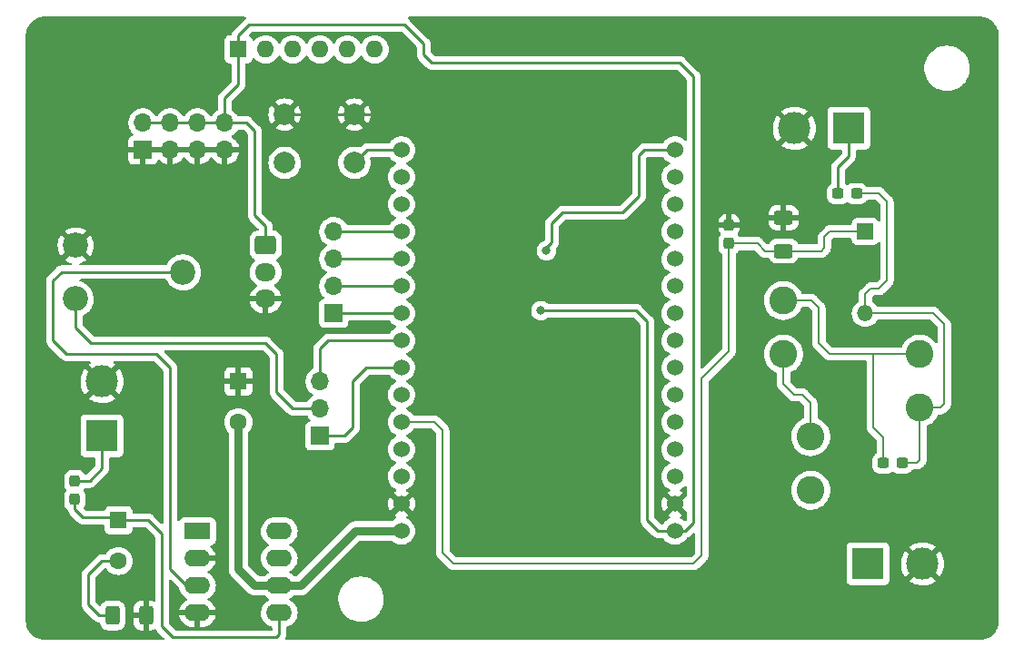
<source format=gbr>
%TF.GenerationSoftware,KiCad,Pcbnew,6.0.2+dfsg-1*%
%TF.CreationDate,2023-10-02T17:07:49+02:00*%
%TF.ProjectId,iop,696f702e-6b69-4636-9164-5f7063625858,rev?*%
%TF.SameCoordinates,Original*%
%TF.FileFunction,Copper,L1,Top*%
%TF.FilePolarity,Positive*%
%FSLAX46Y46*%
G04 Gerber Fmt 4.6, Leading zero omitted, Abs format (unit mm)*
G04 Created by KiCad (PCBNEW 6.0.2+dfsg-1) date 2023-10-02 17:07:49*
%MOMM*%
%LPD*%
G01*
G04 APERTURE LIST*
G04 Aperture macros list*
%AMRoundRect*
0 Rectangle with rounded corners*
0 $1 Rounding radius*
0 $2 $3 $4 $5 $6 $7 $8 $9 X,Y pos of 4 corners*
0 Add a 4 corners polygon primitive as box body*
4,1,4,$2,$3,$4,$5,$6,$7,$8,$9,$2,$3,0*
0 Add four circle primitives for the rounded corners*
1,1,$1+$1,$2,$3*
1,1,$1+$1,$4,$5*
1,1,$1+$1,$6,$7*
1,1,$1+$1,$8,$9*
0 Add four rect primitives between the rounded corners*
20,1,$1+$1,$2,$3,$4,$5,0*
20,1,$1+$1,$4,$5,$6,$7,0*
20,1,$1+$1,$6,$7,$8,$9,0*
20,1,$1+$1,$8,$9,$2,$3,0*%
G04 Aperture macros list end*
%TA.AperFunction,ComponentPad*%
%ADD10R,1.600000X1.600000*%
%TD*%
%TA.AperFunction,ComponentPad*%
%ADD11O,1.600000X1.600000*%
%TD*%
%TA.AperFunction,ComponentPad*%
%ADD12R,1.700000X1.700000*%
%TD*%
%TA.AperFunction,ComponentPad*%
%ADD13O,1.700000X1.700000*%
%TD*%
%TA.AperFunction,SMDPad,CuDef*%
%ADD14RoundRect,0.250000X-0.400000X-0.625000X0.400000X-0.625000X0.400000X0.625000X-0.400000X0.625000X0*%
%TD*%
%TA.AperFunction,ComponentPad*%
%ADD15R,1.500000X1.500000*%
%TD*%
%TA.AperFunction,ComponentPad*%
%ADD16O,1.500000X1.500000*%
%TD*%
%TA.AperFunction,ComponentPad*%
%ADD17C,1.524000*%
%TD*%
%TA.AperFunction,ComponentPad*%
%ADD18R,2.400000X1.600000*%
%TD*%
%TA.AperFunction,ComponentPad*%
%ADD19O,2.400000X1.600000*%
%TD*%
%TA.AperFunction,ComponentPad*%
%ADD20C,2.000000*%
%TD*%
%TA.AperFunction,ComponentPad*%
%ADD21C,1.600000*%
%TD*%
%TA.AperFunction,ComponentPad*%
%ADD22C,2.600000*%
%TD*%
%TA.AperFunction,ComponentPad*%
%ADD23RoundRect,0.250000X-0.725000X0.600000X-0.725000X-0.600000X0.725000X-0.600000X0.725000X0.600000X0*%
%TD*%
%TA.AperFunction,ComponentPad*%
%ADD24O,1.950000X1.700000*%
%TD*%
%TA.AperFunction,ComponentPad*%
%ADD25R,3.000000X3.000000*%
%TD*%
%TA.AperFunction,ComponentPad*%
%ADD26C,3.000000*%
%TD*%
%TA.AperFunction,SMDPad,CuDef*%
%ADD27RoundRect,0.237500X0.237500X-0.300000X0.237500X0.300000X-0.237500X0.300000X-0.237500X-0.300000X0*%
%TD*%
%TA.AperFunction,SMDPad,CuDef*%
%ADD28RoundRect,0.237500X0.300000X0.237500X-0.300000X0.237500X-0.300000X-0.237500X0.300000X-0.237500X0*%
%TD*%
%TA.AperFunction,SMDPad,CuDef*%
%ADD29RoundRect,0.237500X-0.300000X-0.237500X0.300000X-0.237500X0.300000X0.237500X-0.300000X0.237500X0*%
%TD*%
%TA.AperFunction,ComponentPad*%
%ADD30C,2.340000*%
%TD*%
%TA.AperFunction,SMDPad,CuDef*%
%ADD31RoundRect,0.250000X-0.625000X0.400000X-0.625000X-0.400000X0.625000X-0.400000X0.625000X0.400000X0*%
%TD*%
%TA.AperFunction,ViaPad*%
%ADD32C,0.800000*%
%TD*%
%TA.AperFunction,Conductor*%
%ADD33C,0.250000*%
%TD*%
%TA.AperFunction,Conductor*%
%ADD34C,0.200000*%
%TD*%
%TA.AperFunction,Conductor*%
%ADD35C,0.800000*%
%TD*%
G04 APERTURE END LIST*
D10*
%TO.P,RN1,1,common*%
%TO.N,+3V3*%
X76200000Y-108712000D03*
D11*
%TO.P,RN1,2,R1*%
%TO.N,Net-(J4-Pad1)*%
X78740000Y-108712000D03*
%TO.P,RN1,3,R2*%
%TO.N,/CS*%
X81280000Y-108712000D03*
%TO.P,RN1,4,R3*%
%TO.N,/MOSI*%
X83820000Y-108712000D03*
%TO.P,RN1,5,R4*%
%TO.N,/MISO*%
X86360000Y-108712000D03*
%TO.P,RN1,6,R5*%
%TO.N,Net-(J4-Pad8)*%
X88900000Y-108712000D03*
%TD*%
D12*
%TO.P,J8,1,Pin_1*%
%TO.N,/DAC_2*%
X83820000Y-144780000D03*
D13*
%TO.P,J8,2,Pin_2*%
%TO.N,/audio_circuit/sound_input*%
X83820000Y-142240000D03*
%TO.P,J8,3,Pin_3*%
%TO.N,/DAC_1*%
X83820000Y-139700000D03*
%TD*%
D14*
%TO.P,R5,1*%
%TO.N,Net-(C7-Pad2)*%
X64490000Y-161544000D03*
%TO.P,R5,2*%
%TO.N,GND*%
X67590000Y-161544000D03*
%TD*%
D15*
%TO.P,D1,1,K*%
%TO.N,/plant_response*%
X134620000Y-125725000D03*
D16*
%TO.P,D1,2,A*%
%TO.N,Net-(C2-Pad2)*%
X134620000Y-133345000D03*
%TD*%
D17*
%TO.P,U1,1,EN*%
%TO.N,Net-(SW1-Pad2)*%
X91390000Y-118100000D03*
%TO.P,U1,2,VP*%
%TO.N,unconnected-(U1-Pad2)*%
X91390000Y-120640000D03*
%TO.P,U1,3,VN*%
%TO.N,unconnected-(U1-Pad3)*%
X91390000Y-123180000D03*
%TO.P,U1,4,GPIO_34*%
%TO.N,Net-(J5-Pad4)*%
X91390000Y-125720000D03*
%TO.P,U1,5,GPIO_35*%
%TO.N,Net-(J5-Pad3)*%
X91390000Y-128260000D03*
%TO.P,U1,6,GPIO_32*%
%TO.N,Net-(J5-Pad2)*%
X91390000Y-130800000D03*
%TO.P,U1,7,GPIO_33*%
%TO.N,Net-(J5-Pad1)*%
X91390000Y-133340000D03*
%TO.P,U1,8,GPIO_25*%
%TO.N,/DAC_1*%
X91390000Y-135880000D03*
%TO.P,U1,9,GPIO_26*%
%TO.N,/DAC_2*%
X91390000Y-138420000D03*
%TO.P,U1,10,GPIO_27*%
%TO.N,/moisture_data*%
X91390000Y-140960000D03*
%TO.P,U1,11,GPIO_14*%
%TO.N,/plant_response*%
X91390000Y-143500000D03*
%TO.P,U1,12,GPIO_12*%
%TO.N,unconnected-(U1-Pad12)*%
X91390000Y-146040000D03*
%TO.P,U1,13,GPIO_13*%
%TO.N,unconnected-(U1-Pad13)*%
X91390000Y-148580000D03*
%TO.P,U1,14,GND*%
%TO.N,GND*%
X91390000Y-151120000D03*
%TO.P,U1,15,VIN*%
%TO.N,+5V*%
X91390000Y-153660000D03*
%TO.P,U1,16,GPIO_23*%
%TO.N,/MOSI*%
X116890000Y-118100000D03*
%TO.P,U1,17,GPIO_22*%
%TO.N,unconnected-(U1-Pad17)*%
X116890000Y-120640000D03*
%TO.P,U1,18,GPIO_1*%
%TO.N,unconnected-(U1-Pad18)*%
X116890000Y-123180000D03*
%TO.P,U1,19,GPIO_3*%
%TO.N,unconnected-(U1-Pad19)*%
X116890000Y-125720000D03*
%TO.P,U1,20,GPIO_21*%
%TO.N,unconnected-(U1-Pad20)*%
X116890000Y-128260000D03*
%TO.P,U1,21,GPIO_19*%
%TO.N,/MISO*%
X116890000Y-130800000D03*
%TO.P,U1,22,GPIO_18*%
%TO.N,/CLK*%
X116890000Y-133340000D03*
%TO.P,U1,23,GPIO_5*%
%TO.N,/CS*%
X116890000Y-135880000D03*
%TO.P,U1,24,GPIO_17*%
%TO.N,/signal_generator*%
X116890000Y-138420000D03*
%TO.P,U1,25,GPIO_16*%
%TO.N,unconnected-(U1-Pad25)*%
X116890000Y-140960000D03*
%TO.P,U1,26,GPIO_4*%
%TO.N,unconnected-(U1-Pad26)*%
X116890000Y-143500000D03*
%TO.P,U1,27,GPIO_2*%
%TO.N,unconnected-(U1-Pad27)*%
X116890000Y-146040000D03*
%TO.P,U1,28,GPIO_15*%
%TO.N,unconnected-(U1-Pad28)*%
X116890000Y-148580000D03*
%TO.P,U1,29,GND*%
%TO.N,GND*%
X116890000Y-151120000D03*
%TO.P,U1,30,3.3V*%
%TO.N,+3V3*%
X116890000Y-153660000D03*
%TD*%
D18*
%TO.P,U2,1,GAIN*%
%TO.N,Net-(C5-Pad1)*%
X72390000Y-153680000D03*
D19*
%TO.P,U2,2,-*%
%TO.N,GND*%
X72390000Y-156220000D03*
%TO.P,U2,3,+*%
%TO.N,Net-(RV1-Pad2)*%
X72390000Y-158760000D03*
%TO.P,U2,4,GND*%
%TO.N,GND*%
X72390000Y-161300000D03*
%TO.P,U2,5*%
%TO.N,Net-(C7-Pad1)*%
X80010000Y-161300000D03*
%TO.P,U2,6,V+*%
%TO.N,+5V*%
X80010000Y-158760000D03*
%TO.P,U2,7,BYPASS*%
%TO.N,Net-(C6-Pad1)*%
X80010000Y-156220000D03*
%TO.P,U2,8,GAIN*%
%TO.N,Net-(C5-Pad2)*%
X80010000Y-153680000D03*
%TD*%
D20*
%TO.P,SW1,1,1*%
%TO.N,GND*%
X80518000Y-114808000D03*
X87018000Y-114808000D03*
%TO.P,SW1,2,2*%
%TO.N,Net-(SW1-Pad2)*%
X87018000Y-119308000D03*
X80518000Y-119308000D03*
%TD*%
D10*
%TO.P,C4,1*%
%TO.N,GND*%
X76200000Y-139700000D03*
D21*
%TO.P,C4,2*%
%TO.N,+5V*%
X76200000Y-143500000D03*
%TD*%
D22*
%TO.P,L3,1,1*%
%TO.N,Net-(C2-Pad1)*%
X139700000Y-137160000D03*
%TO.P,L3,2,2*%
%TO.N,Net-(C2-Pad2)*%
X139700000Y-142160000D03*
%TD*%
D23*
%TO.P,J2,1,Pin_1*%
%TO.N,+3V3*%
X78740000Y-127000000D03*
D24*
%TO.P,J2,2,Pin_2*%
%TO.N,/moisture_data*%
X78740000Y-129500000D03*
%TO.P,J2,3,Pin_3*%
%TO.N,GND*%
X78740000Y-132000000D03*
%TD*%
D22*
%TO.P,L2,1,1*%
%TO.N,Net-(L1-Pad2)*%
X127000000Y-137160000D03*
%TO.P,L2,2,2*%
%TO.N,Net-(C2-Pad1)*%
X127000000Y-132160000D03*
%TD*%
D12*
%TO.P,J5,1,Pin_1*%
%TO.N,Net-(J5-Pad1)*%
X85090000Y-133340000D03*
D13*
%TO.P,J5,2,Pin_2*%
%TO.N,Net-(J5-Pad2)*%
X85090000Y-130800000D03*
%TO.P,J5,3,Pin_3*%
%TO.N,Net-(J5-Pad3)*%
X85090000Y-128260000D03*
%TO.P,J5,4,Pin_4*%
%TO.N,Net-(J5-Pad4)*%
X85090000Y-125720000D03*
%TD*%
D25*
%TO.P,J1,1,Pin_1*%
%TO.N,Net-(C3-Pad2)*%
X133096000Y-116078000D03*
D26*
%TO.P,J1,2,Pin_2*%
%TO.N,GND*%
X128016000Y-116078000D03*
%TD*%
D12*
%TO.P,J7,1,Pin_1*%
%TO.N,GND*%
X67320000Y-118115000D03*
D13*
%TO.P,J7,2,Pin_2*%
%TO.N,+3V3*%
X67320000Y-115575000D03*
%TO.P,J7,3,Pin_3*%
%TO.N,GND*%
X69860000Y-118115000D03*
%TO.P,J7,4,Pin_4*%
%TO.N,+3V3*%
X69860000Y-115575000D03*
%TO.P,J7,5,Pin_5*%
%TO.N,GND*%
X72400000Y-118115000D03*
%TO.P,J7,6,Pin_6*%
%TO.N,+3V3*%
X72400000Y-115575000D03*
%TO.P,J7,7,Pin_7*%
%TO.N,GND*%
X74940000Y-118115000D03*
%TO.P,J7,8,Pin_8*%
%TO.N,+3V3*%
X74940000Y-115575000D03*
%TD*%
D27*
%TO.P,C8,1*%
%TO.N,Net-(C7-Pad1)*%
X60960000Y-150722500D03*
%TO.P,C8,2*%
%TO.N,Net-(C8-Pad2)*%
X60960000Y-148997500D03*
%TD*%
D25*
%TO.P,J3,1,Pin_1*%
%TO.N,+5V*%
X134874000Y-156718000D03*
D26*
%TO.P,J3,2,Pin_2*%
%TO.N,GND*%
X139954000Y-156718000D03*
%TD*%
D28*
%TO.P,C3,1*%
%TO.N,Net-(C2-Pad2)*%
X133805000Y-122174000D03*
%TO.P,C3,2*%
%TO.N,Net-(C3-Pad2)*%
X132080000Y-122174000D03*
%TD*%
D10*
%TO.P,C7,1*%
%TO.N,Net-(C7-Pad1)*%
X65024000Y-152654000D03*
D21*
%TO.P,C7,2*%
%TO.N,Net-(C7-Pad2)*%
X65024000Y-156454000D03*
%TD*%
D29*
%TO.P,C2,1*%
%TO.N,Net-(C2-Pad1)*%
X136297500Y-147320000D03*
%TO.P,C2,2*%
%TO.N,Net-(C2-Pad2)*%
X138022500Y-147320000D03*
%TD*%
D22*
%TO.P,L1,1,1*%
%TO.N,Net-(L1-Pad1)*%
X129540000Y-149860000D03*
%TO.P,L1,2,2*%
%TO.N,Net-(L1-Pad2)*%
X129540000Y-144860000D03*
%TD*%
D25*
%TO.P,J6,1,Pin_1*%
%TO.N,Net-(C8-Pad2)*%
X63500000Y-144780000D03*
D26*
%TO.P,J6,2,Pin_2*%
%TO.N,GND*%
X63500000Y-139700000D03*
%TD*%
D30*
%TO.P,RV1,1,1*%
%TO.N,/audio_circuit/sound_input*%
X61040000Y-132015000D03*
%TO.P,RV1,2,2*%
%TO.N,Net-(RV1-Pad2)*%
X71040000Y-129515000D03*
%TO.P,RV1,3,3*%
%TO.N,GND*%
X61040000Y-127015000D03*
%TD*%
D31*
%TO.P,R3,1*%
%TO.N,GND*%
X127000000Y-124434000D03*
%TO.P,R3,2*%
%TO.N,/plant_response*%
X127000000Y-127534000D03*
%TD*%
D27*
%TO.P,C1,1*%
%TO.N,/plant_response*%
X121920000Y-126846500D03*
%TO.P,C1,2*%
%TO.N,GND*%
X121920000Y-125121500D03*
%TD*%
D32*
%TO.N,GND*%
X101701600Y-127660400D03*
%TO.N,+3V3*%
X104394000Y-133096000D03*
%TO.N,/MOSI*%
X104902000Y-127508000D03*
%TD*%
D33*
%TO.N,Net-(C7-Pad2)*%
X65024000Y-156454000D02*
X63510000Y-156454000D01*
X63510000Y-156454000D02*
X62230000Y-157734000D01*
X62230000Y-157734000D02*
X62230000Y-160528000D01*
X62230000Y-160528000D02*
X63246000Y-161544000D01*
X63246000Y-161544000D02*
X64490000Y-161544000D01*
%TO.N,Net-(C7-Pad1)*%
X67818000Y-152654000D02*
X65024000Y-152654000D01*
X69088000Y-153924000D02*
X67818000Y-152654000D01*
X79756000Y-163576000D02*
X70104000Y-163576000D01*
X69088000Y-162560000D02*
X69088000Y-153924000D01*
X70104000Y-163576000D02*
X69088000Y-162560000D01*
X80010000Y-163322000D02*
X79756000Y-163576000D01*
X80010000Y-161300000D02*
X80010000Y-163322000D01*
X60960000Y-151638000D02*
X60960000Y-150722500D01*
X61722000Y-152400000D02*
X60960000Y-151638000D01*
X64770000Y-152400000D02*
X61722000Y-152400000D01*
X65024000Y-152654000D02*
X64770000Y-152400000D01*
D34*
%TO.N,/plant_response*%
X124560500Y-126846500D02*
X121920000Y-126846500D01*
X119380000Y-155956000D02*
X118618000Y-156718000D01*
X96266000Y-156718000D02*
X95250000Y-155702000D01*
X130810000Y-127254000D02*
X130530000Y-127534000D01*
X127000000Y-127534000D02*
X125248000Y-127534000D01*
X121920000Y-126846500D02*
X121920000Y-136906000D01*
X130530000Y-127534000D02*
X127000000Y-127534000D01*
X131323000Y-125725000D02*
X130810000Y-126238000D01*
X130810000Y-126238000D02*
X130810000Y-127254000D01*
X121920000Y-136906000D02*
X119380000Y-139446000D01*
X118618000Y-156718000D02*
X96266000Y-156718000D01*
X95250000Y-144272000D02*
X94478000Y-143500000D01*
X95250000Y-155702000D02*
X95250000Y-144272000D01*
X125248000Y-127534000D02*
X124560500Y-126846500D01*
X119380000Y-139446000D02*
X119380000Y-155956000D01*
X134620000Y-125725000D02*
X131323000Y-125725000D01*
X94478000Y-143500000D02*
X91390000Y-143500000D01*
D33*
%TO.N,GND*%
X101676200Y-116484400D02*
X101701600Y-116509800D01*
X80518000Y-114808000D02*
X87018000Y-114808000D01*
X99999800Y-114808000D02*
X101676200Y-116484400D01*
X101701600Y-116509800D02*
X101701600Y-127660400D01*
X87018000Y-114808000D02*
X99999800Y-114808000D01*
D34*
%TO.N,Net-(C2-Pad1)*%
X129620000Y-132160000D02*
X130302000Y-132842000D01*
X130302000Y-136144000D02*
X131318000Y-137160000D01*
X136297500Y-144933500D02*
X136297500Y-147320000D01*
X131318000Y-137160000D02*
X135382000Y-137160000D01*
X130302000Y-132842000D02*
X130302000Y-136144000D01*
X135382000Y-137160000D02*
X139700000Y-137160000D01*
X135382000Y-144018000D02*
X136297500Y-144933500D01*
X127000000Y-132160000D02*
X129620000Y-132160000D01*
X135382000Y-137160000D02*
X135382000Y-144018000D01*
%TO.N,Net-(C2-Pad2)*%
X139700000Y-142160000D02*
X141652000Y-142160000D01*
X134620000Y-131572000D02*
X135128000Y-131064000D01*
X141986000Y-134366000D02*
X140965000Y-133345000D01*
X135128000Y-131064000D02*
X135890000Y-131064000D01*
X139700000Y-147066000D02*
X139700000Y-142160000D01*
X141986000Y-141826000D02*
X141986000Y-134366000D01*
X136652000Y-122936000D02*
X135890000Y-122174000D01*
X139446000Y-147320000D02*
X139700000Y-147066000D01*
X136652000Y-130302000D02*
X136652000Y-122936000D01*
X134620000Y-133345000D02*
X134620000Y-131572000D01*
X138022500Y-147320000D02*
X139446000Y-147320000D01*
X140965000Y-133345000D02*
X134620000Y-133345000D01*
X135890000Y-131064000D02*
X136652000Y-130302000D01*
X135890000Y-122174000D02*
X133805000Y-122174000D01*
X141652000Y-142160000D02*
X141986000Y-141826000D01*
D33*
%TO.N,Net-(C3-Pad2)*%
X132080000Y-119710200D02*
X133096000Y-118694200D01*
X132080000Y-122174000D02*
X132080000Y-119710200D01*
X133096000Y-118694200D02*
X133096000Y-116078000D01*
D35*
%TO.N,+5V*%
X76200000Y-157226000D02*
X77734000Y-158760000D01*
X80010000Y-158760000D02*
X82032000Y-158760000D01*
X77734000Y-158760000D02*
X80010000Y-158760000D01*
X82032000Y-158760000D02*
X87132000Y-153660000D01*
X76200000Y-143500000D02*
X76200000Y-157226000D01*
X87132000Y-153660000D02*
X91390000Y-153660000D01*
D33*
%TO.N,Net-(C8-Pad2)*%
X62330500Y-148997500D02*
X63500000Y-147828000D01*
X60960000Y-148997500D02*
X62330500Y-148997500D01*
X63500000Y-147828000D02*
X63500000Y-144780000D01*
%TO.N,+3V3*%
X93472000Y-109220000D02*
X94234000Y-109982000D01*
X117856000Y-153670000D02*
X116900000Y-153670000D01*
X76200000Y-112014000D02*
X74940000Y-113274000D01*
X77724000Y-124206000D02*
X78740000Y-125222000D01*
X74940000Y-115575000D02*
X76967000Y-115575000D01*
X115326000Y-153660000D02*
X116890000Y-153660000D01*
X77724000Y-116332000D02*
X77724000Y-124206000D01*
X115316000Y-153670000D02*
X115326000Y-153660000D01*
X74940000Y-113274000D02*
X74940000Y-115575000D01*
X67320000Y-115575000D02*
X74940000Y-115575000D01*
X91694000Y-106426000D02*
X93472000Y-108204000D01*
X93472000Y-108204000D02*
X93472000Y-109220000D01*
X114300000Y-152654000D02*
X115316000Y-153670000D01*
X76200000Y-108712000D02*
X76200000Y-107442000D01*
X76967000Y-115575000D02*
X77724000Y-116332000D01*
X118618000Y-111252000D02*
X118618000Y-152908000D01*
X76200000Y-107442000D02*
X77216000Y-106426000D01*
X114300000Y-134112000D02*
X114300000Y-152654000D01*
X78740000Y-125222000D02*
X78740000Y-127000000D01*
X118618000Y-152908000D02*
X117856000Y-153670000D01*
X76200000Y-108712000D02*
X76200000Y-112014000D01*
X104394000Y-133096000D02*
X113284000Y-133096000D01*
X117348000Y-109982000D02*
X118618000Y-111252000D01*
X116900000Y-153670000D02*
X116890000Y-153660000D01*
X77216000Y-106426000D02*
X91694000Y-106426000D01*
X94234000Y-109982000D02*
X117348000Y-109982000D01*
X113284000Y-133096000D02*
X114300000Y-134112000D01*
%TO.N,/MOSI*%
X113538000Y-118618000D02*
X114056000Y-118100000D01*
X104902000Y-127254000D02*
X104902000Y-127508000D01*
X105410000Y-126746000D02*
X104902000Y-127254000D01*
X105410000Y-126746000D02*
X105410000Y-124968000D01*
X105410000Y-124968000D02*
X106426000Y-123952000D01*
X112014000Y-123952000D02*
X113538000Y-122428000D01*
X106426000Y-123952000D02*
X112014000Y-123952000D01*
X113538000Y-122428000D02*
X113538000Y-118618000D01*
X114056000Y-118100000D02*
X116890000Y-118100000D01*
%TO.N,Net-(J5-Pad1)*%
X85090000Y-133340000D02*
X91390000Y-133340000D01*
%TO.N,Net-(J5-Pad2)*%
X85090000Y-130800000D02*
X91390000Y-130800000D01*
%TO.N,Net-(J5-Pad3)*%
X85090000Y-128260000D02*
X91390000Y-128260000D01*
%TO.N,Net-(J5-Pad4)*%
X85090000Y-125720000D02*
X91390000Y-125720000D01*
%TO.N,/DAC_2*%
X88148000Y-138420000D02*
X91390000Y-138420000D01*
X83820000Y-144780000D02*
X86106000Y-144780000D01*
X86106000Y-144780000D02*
X86868000Y-144018000D01*
X86868000Y-139700000D02*
X88148000Y-138420000D01*
X86868000Y-144018000D02*
X86868000Y-139700000D01*
%TO.N,/audio_circuit/sound_input*%
X78740000Y-136144000D02*
X62484000Y-136144000D01*
X83820000Y-142240000D02*
X81280000Y-142240000D01*
X81280000Y-142240000D02*
X79756000Y-140716000D01*
X61040000Y-134700000D02*
X61040000Y-132015000D01*
X79756000Y-140716000D02*
X79756000Y-137160000D01*
X62484000Y-136144000D02*
X61040000Y-134700000D01*
X79756000Y-137160000D02*
X78740000Y-136144000D01*
%TO.N,/DAC_1*%
X83820000Y-139700000D02*
X83820000Y-136652000D01*
X83820000Y-136652000D02*
X84592000Y-135880000D01*
X84592000Y-135880000D02*
X91390000Y-135880000D01*
D34*
%TO.N,Net-(L1-Pad2)*%
X127000000Y-139954000D02*
X127000000Y-137160000D01*
X129540000Y-141732000D02*
X128778000Y-140970000D01*
X128778000Y-140970000D02*
X128016000Y-140970000D01*
X129540000Y-144860000D02*
X129540000Y-141732000D01*
X128016000Y-140970000D02*
X127000000Y-139954000D01*
D33*
%TO.N,Net-(RV1-Pad2)*%
X69850000Y-138430000D02*
X69850000Y-157226000D01*
X71384000Y-158760000D02*
X72390000Y-158760000D01*
X71040000Y-129515000D02*
X59715000Y-129515000D01*
X58928000Y-135890000D02*
X60198000Y-137160000D01*
X60198000Y-137160000D02*
X68580000Y-137160000D01*
X68580000Y-137160000D02*
X69850000Y-138430000D01*
X58928000Y-130302000D02*
X58928000Y-135890000D01*
X59715000Y-129515000D02*
X58928000Y-130302000D01*
X69850000Y-157226000D02*
X71384000Y-158760000D01*
%TO.N,Net-(SW1-Pad2)*%
X88226000Y-118100000D02*
X87018000Y-119308000D01*
X91390000Y-118100000D02*
X88226000Y-118100000D01*
%TD*%
%TA.AperFunction,Conductor*%
%TO.N,GND*%
G36*
X145258056Y-105665500D02*
G01*
X145260284Y-105665847D01*
X145272859Y-105667805D01*
X145272861Y-105667805D01*
X145281730Y-105669186D01*
X145290632Y-105668022D01*
X145290634Y-105668022D01*
X145296959Y-105667195D01*
X145322282Y-105666452D01*
X145532055Y-105681455D01*
X145549841Y-105684012D01*
X145780113Y-105734105D01*
X145797355Y-105739167D01*
X146018170Y-105821527D01*
X146034519Y-105828994D01*
X146241349Y-105941932D01*
X146256470Y-105951649D01*
X146346416Y-106018982D01*
X146445131Y-106092879D01*
X146458717Y-106104652D01*
X146625348Y-106271283D01*
X146637121Y-106284869D01*
X146778349Y-106473527D01*
X146788068Y-106488651D01*
X146901006Y-106695481D01*
X146908473Y-106711830D01*
X146990832Y-106932642D01*
X146995895Y-106949887D01*
X147042253Y-107162989D01*
X147045987Y-107180155D01*
X147048545Y-107197945D01*
X147055645Y-107297214D01*
X147063041Y-107400629D01*
X147062297Y-107418533D01*
X147062195Y-107426858D01*
X147060814Y-107435730D01*
X147061978Y-107444632D01*
X147061978Y-107444635D01*
X147064936Y-107467251D01*
X147066000Y-107483589D01*
X147066000Y-162002672D01*
X147064500Y-162022056D01*
X147060814Y-162045730D01*
X147061978Y-162054632D01*
X147061978Y-162054634D01*
X147062805Y-162060959D01*
X147063548Y-162086282D01*
X147048699Y-162293908D01*
X147048546Y-162296050D01*
X147045988Y-162313841D01*
X146995896Y-162544109D01*
X146990833Y-162561355D01*
X146912360Y-162771751D01*
X146908475Y-162782166D01*
X146901006Y-162798519D01*
X146788068Y-163005349D01*
X146778351Y-163020470D01*
X146666181Y-163170312D01*
X146637121Y-163209131D01*
X146625348Y-163222717D01*
X146458717Y-163389348D01*
X146445131Y-163401121D01*
X146258489Y-163540840D01*
X146256473Y-163542349D01*
X146241349Y-163552068D01*
X146034519Y-163665006D01*
X146018170Y-163672473D01*
X145797355Y-163754833D01*
X145780113Y-163759895D01*
X145549841Y-163809988D01*
X145532055Y-163812545D01*
X145329369Y-163827041D01*
X145311467Y-163826297D01*
X145303142Y-163826195D01*
X145294270Y-163824814D01*
X145285368Y-163825978D01*
X145285365Y-163825978D01*
X145262749Y-163828936D01*
X145246411Y-163830000D01*
X80671158Y-163830000D01*
X80603037Y-163809998D01*
X80556544Y-163756342D01*
X80546440Y-163686068D01*
X80560103Y-163647254D01*
X80559612Y-163647042D01*
X80559613Y-163647041D01*
X80577176Y-163606457D01*
X80582383Y-163595827D01*
X80603695Y-163557060D01*
X80605666Y-163549383D01*
X80605668Y-163549378D01*
X80608732Y-163537442D01*
X80615138Y-163518730D01*
X80620033Y-163507419D01*
X80623181Y-163500145D01*
X80624421Y-163492317D01*
X80624423Y-163492310D01*
X80630099Y-163456476D01*
X80632505Y-163444856D01*
X80641528Y-163409711D01*
X80641528Y-163409710D01*
X80643500Y-163402030D01*
X80643500Y-163381776D01*
X80645051Y-163362065D01*
X80646980Y-163349886D01*
X80648220Y-163342057D01*
X80644059Y-163298038D01*
X80643500Y-163286181D01*
X80643500Y-162688776D01*
X80663502Y-162620655D01*
X80717158Y-162574162D01*
X80736889Y-162567069D01*
X80789694Y-162552920D01*
X80859243Y-162534284D01*
X80965382Y-162484791D01*
X81061762Y-162439849D01*
X81061767Y-162439846D01*
X81066749Y-162437523D01*
X81217874Y-162331704D01*
X81249789Y-162309357D01*
X81249792Y-162309355D01*
X81254300Y-162306198D01*
X81416198Y-162144300D01*
X81427262Y-162128500D01*
X81501794Y-162022057D01*
X81547523Y-161956749D01*
X81549846Y-161951767D01*
X81549849Y-161951762D01*
X81641961Y-161754225D01*
X81641961Y-161754224D01*
X81644284Y-161749243D01*
X81692970Y-161567548D01*
X81702119Y-161533402D01*
X81702119Y-161533400D01*
X81703543Y-161528087D01*
X81723498Y-161300000D01*
X81703543Y-161071913D01*
X81682477Y-160993293D01*
X81645707Y-160856067D01*
X81645706Y-160856065D01*
X81644284Y-160850757D01*
X81641961Y-160845775D01*
X81549849Y-160648238D01*
X81549846Y-160648233D01*
X81547523Y-160643251D01*
X81472415Y-160535986D01*
X81419357Y-160460211D01*
X81419355Y-160460208D01*
X81416198Y-160455700D01*
X81254300Y-160293802D01*
X81249792Y-160290645D01*
X81249789Y-160290643D01*
X81171611Y-160235902D01*
X81066749Y-160162477D01*
X81061767Y-160160154D01*
X81061762Y-160160151D01*
X81045789Y-160152703D01*
X85520743Y-160152703D01*
X85521302Y-160156947D01*
X85521302Y-160156951D01*
X85528879Y-160214504D01*
X85558268Y-160437734D01*
X85559401Y-160441874D01*
X85559401Y-160441876D01*
X85560446Y-160445697D01*
X85634129Y-160715036D01*
X85635813Y-160718984D01*
X85738059Y-160958694D01*
X85746923Y-160979476D01*
X85894561Y-161226161D01*
X86074313Y-161450528D01*
X86282851Y-161648423D01*
X86472936Y-161785013D01*
X86509863Y-161811548D01*
X86516317Y-161816186D01*
X86520112Y-161818195D01*
X86520113Y-161818196D01*
X86541869Y-161829715D01*
X86770392Y-161950712D01*
X86798609Y-161961038D01*
X87005800Y-162036859D01*
X87040373Y-162049511D01*
X87321264Y-162110755D01*
X87349841Y-162113004D01*
X87544282Y-162128307D01*
X87544291Y-162128307D01*
X87546739Y-162128500D01*
X87702271Y-162128500D01*
X87704407Y-162128354D01*
X87704418Y-162128354D01*
X87912548Y-162114165D01*
X87912554Y-162114164D01*
X87916825Y-162113873D01*
X87921020Y-162113004D01*
X87921022Y-162113004D01*
X88095888Y-162076791D01*
X88198342Y-162055574D01*
X88469343Y-161959607D01*
X88724812Y-161827750D01*
X88728313Y-161825289D01*
X88728317Y-161825287D01*
X88844316Y-161743761D01*
X88960023Y-161662441D01*
X89170622Y-161466740D01*
X89352713Y-161244268D01*
X89502927Y-160999142D01*
X89520683Y-160958694D01*
X89616757Y-160739830D01*
X89618483Y-160735898D01*
X89644229Y-160645518D01*
X89696068Y-160463534D01*
X89697244Y-160459406D01*
X89732255Y-160213405D01*
X89737146Y-160179036D01*
X89737146Y-160179034D01*
X89737751Y-160174784D01*
X89737787Y-160168011D01*
X89739235Y-159891583D01*
X89739235Y-159891576D01*
X89739257Y-159887297D01*
X89701732Y-159602266D01*
X89700174Y-159596569D01*
X89659802Y-159448994D01*
X89625871Y-159324964D01*
X89615295Y-159300170D01*
X89514763Y-159064476D01*
X89514761Y-159064472D01*
X89513077Y-159060524D01*
X89365439Y-158813839D01*
X89185687Y-158589472D01*
X88977149Y-158391577D01*
X88802577Y-158266134D01*
X132865500Y-158266134D01*
X132872255Y-158328316D01*
X132923385Y-158464705D01*
X133010739Y-158581261D01*
X133127295Y-158668615D01*
X133263684Y-158719745D01*
X133325866Y-158726500D01*
X136422134Y-158726500D01*
X136484316Y-158719745D01*
X136620705Y-158668615D01*
X136737261Y-158581261D01*
X136824615Y-158464705D01*
X136875745Y-158328316D01*
X136877990Y-158307654D01*
X138729618Y-158307654D01*
X138736673Y-158317627D01*
X138767679Y-158343551D01*
X138774598Y-158348579D01*
X138999272Y-158489515D01*
X139006807Y-158493556D01*
X139248520Y-158602694D01*
X139256551Y-158605680D01*
X139510832Y-158681002D01*
X139519184Y-158682869D01*
X139781340Y-158722984D01*
X139789874Y-158723700D01*
X140055045Y-158727867D01*
X140063596Y-158727418D01*
X140326883Y-158695557D01*
X140335284Y-158693955D01*
X140591824Y-158626653D01*
X140599926Y-158623926D01*
X140844949Y-158522434D01*
X140852617Y-158518628D01*
X141081598Y-158384822D01*
X141088679Y-158380009D01*
X141168655Y-158317301D01*
X141177125Y-158305442D01*
X141170608Y-158293818D01*
X139966812Y-157090022D01*
X139952868Y-157082408D01*
X139951035Y-157082539D01*
X139944420Y-157086790D01*
X138736910Y-158294300D01*
X138729618Y-158307654D01*
X136877990Y-158307654D01*
X136882500Y-158266134D01*
X136882500Y-156701204D01*
X137941665Y-156701204D01*
X137956932Y-156965969D01*
X137958005Y-156974470D01*
X138009065Y-157234722D01*
X138011276Y-157242974D01*
X138097184Y-157493894D01*
X138100499Y-157501779D01*
X138219664Y-157738713D01*
X138224020Y-157746079D01*
X138353347Y-157934250D01*
X138363601Y-157942594D01*
X138377342Y-157935448D01*
X139581978Y-156730812D01*
X139588356Y-156719132D01*
X140318408Y-156719132D01*
X140318539Y-156720965D01*
X140322790Y-156727580D01*
X141529730Y-157934520D01*
X141541939Y-157941187D01*
X141553439Y-157932497D01*
X141650831Y-157799913D01*
X141655418Y-157792685D01*
X141781962Y-157559621D01*
X141785530Y-157551827D01*
X141879271Y-157303750D01*
X141881748Y-157295544D01*
X141940954Y-157037038D01*
X141942294Y-157028577D01*
X141966031Y-156762616D01*
X141966277Y-156757677D01*
X141966666Y-156720485D01*
X141966523Y-156715519D01*
X141948362Y-156449123D01*
X141947201Y-156440649D01*
X141893419Y-156180944D01*
X141891120Y-156172709D01*
X141802588Y-155922705D01*
X141799191Y-155914854D01*
X141677550Y-155679178D01*
X141673122Y-155671866D01*
X141554031Y-155502417D01*
X141543509Y-155494037D01*
X141530121Y-155501089D01*
X140326022Y-156705188D01*
X140318408Y-156719132D01*
X139588356Y-156719132D01*
X139589592Y-156716868D01*
X139589461Y-156715035D01*
X139585210Y-156708420D01*
X138377814Y-155501024D01*
X138365804Y-155494466D01*
X138354064Y-155503434D01*
X138245935Y-155653911D01*
X138241418Y-155661196D01*
X138117325Y-155895567D01*
X138113839Y-155903395D01*
X138022700Y-156152446D01*
X138020311Y-156160670D01*
X137963812Y-156419795D01*
X137962563Y-156428250D01*
X137941754Y-156692653D01*
X137941665Y-156701204D01*
X136882500Y-156701204D01*
X136882500Y-155169866D01*
X136878224Y-155130500D01*
X138730584Y-155130500D01*
X138736980Y-155141770D01*
X139941188Y-156345978D01*
X139955132Y-156353592D01*
X139956965Y-156353461D01*
X139963580Y-156349210D01*
X141170604Y-155142186D01*
X141177795Y-155129017D01*
X141170473Y-155118780D01*
X141123233Y-155080115D01*
X141116261Y-155075160D01*
X140890122Y-154936582D01*
X140882552Y-154932624D01*
X140639704Y-154826022D01*
X140631644Y-154823120D01*
X140376592Y-154750467D01*
X140368214Y-154748685D01*
X140105656Y-154711318D01*
X140097111Y-154710691D01*
X139831908Y-154709302D01*
X139823374Y-154709839D01*
X139560433Y-154744456D01*
X139552035Y-154746149D01*
X139296238Y-154816127D01*
X139288143Y-154818946D01*
X139044199Y-154922997D01*
X139036577Y-154926881D01*
X138809013Y-155063075D01*
X138801981Y-155067962D01*
X138739053Y-155118377D01*
X138730584Y-155130500D01*
X136878224Y-155130500D01*
X136875745Y-155107684D01*
X136824615Y-154971295D01*
X136737261Y-154854739D01*
X136620705Y-154767385D01*
X136484316Y-154716255D01*
X136422134Y-154709500D01*
X133325866Y-154709500D01*
X133263684Y-154716255D01*
X133127295Y-154767385D01*
X133010739Y-154854739D01*
X132923385Y-154971295D01*
X132872255Y-155107684D01*
X132865500Y-155169866D01*
X132865500Y-158266134D01*
X88802577Y-158266134D01*
X88743683Y-158223814D01*
X88721843Y-158212250D01*
X88647478Y-158172876D01*
X88489608Y-158089288D01*
X88354618Y-158039889D01*
X88223658Y-157991964D01*
X88223656Y-157991963D01*
X88219627Y-157990489D01*
X87938736Y-157929245D01*
X87907685Y-157926801D01*
X87715718Y-157911693D01*
X87715709Y-157911693D01*
X87713261Y-157911500D01*
X87557729Y-157911500D01*
X87555593Y-157911646D01*
X87555582Y-157911646D01*
X87347452Y-157925835D01*
X87347446Y-157925836D01*
X87343175Y-157926127D01*
X87338980Y-157926996D01*
X87338978Y-157926996D01*
X87263658Y-157942594D01*
X87061658Y-157984426D01*
X86790657Y-158080393D01*
X86535188Y-158212250D01*
X86531687Y-158214711D01*
X86531683Y-158214713D01*
X86458519Y-158266134D01*
X86299977Y-158377559D01*
X86284892Y-158391577D01*
X86133873Y-158531913D01*
X86089378Y-158573260D01*
X85907287Y-158795732D01*
X85757073Y-159040858D01*
X85641517Y-159304102D01*
X85562756Y-159580594D01*
X85522249Y-159865216D01*
X85522227Y-159869505D01*
X85522226Y-159869512D01*
X85520786Y-160144471D01*
X85520743Y-160152703D01*
X81045789Y-160152703D01*
X81027543Y-160144195D01*
X80974258Y-160097278D01*
X80954797Y-160029001D01*
X80975339Y-159961041D01*
X81027543Y-159915805D01*
X81061762Y-159899849D01*
X81061767Y-159899846D01*
X81066749Y-159897523D01*
X81171611Y-159824098D01*
X81249789Y-159769357D01*
X81249792Y-159769355D01*
X81254300Y-159766198D01*
X81315093Y-159705405D01*
X81377405Y-159671379D01*
X81404188Y-159668500D01*
X81950583Y-159668500D01*
X81970292Y-159670051D01*
X81984190Y-159672252D01*
X81990777Y-159671907D01*
X81990782Y-159671907D01*
X82052480Y-159668673D01*
X82059074Y-159668500D01*
X82079610Y-159668500D01*
X82082882Y-159668156D01*
X82082884Y-159668156D01*
X82100042Y-159666353D01*
X82106616Y-159665836D01*
X82168308Y-159662603D01*
X82168312Y-159662602D01*
X82174903Y-159662257D01*
X82181284Y-159660547D01*
X82181286Y-159660547D01*
X82188491Y-159658617D01*
X82207925Y-159655015D01*
X82215354Y-159654234D01*
X82215363Y-159654232D01*
X82221928Y-159653542D01*
X82286997Y-159632400D01*
X82293299Y-159630533D01*
X82359370Y-159612829D01*
X82371908Y-159606440D01*
X82390174Y-159598875D01*
X82397272Y-159596569D01*
X82397274Y-159596568D01*
X82403556Y-159594527D01*
X82462785Y-159560331D01*
X82468579Y-159557185D01*
X82529530Y-159526129D01*
X82540467Y-159517273D01*
X82556763Y-159506073D01*
X82563224Y-159502343D01*
X82563228Y-159502340D01*
X82568944Y-159499040D01*
X82573850Y-159494623D01*
X82573855Y-159494619D01*
X82619769Y-159453278D01*
X82624784Y-159448994D01*
X82638177Y-159438148D01*
X82640741Y-159436072D01*
X82655256Y-159421557D01*
X82660041Y-159417016D01*
X82705957Y-159375673D01*
X82710866Y-159371253D01*
X82719140Y-159359865D01*
X82731981Y-159344832D01*
X87471408Y-154605405D01*
X87533720Y-154571379D01*
X87560503Y-154568500D01*
X90449552Y-154568500D01*
X90517673Y-154588502D01*
X90538647Y-154605405D01*
X90570219Y-154636977D01*
X90574727Y-154640134D01*
X90574730Y-154640136D01*
X90634948Y-154682301D01*
X90752323Y-154764488D01*
X90757305Y-154766811D01*
X90757310Y-154766814D01*
X90945867Y-154854739D01*
X90953804Y-154858440D01*
X90959112Y-154859862D01*
X90959114Y-154859863D01*
X91024949Y-154877503D01*
X91168537Y-154915978D01*
X91390000Y-154935353D01*
X91611463Y-154915978D01*
X91755051Y-154877503D01*
X91820886Y-154859863D01*
X91820888Y-154859862D01*
X91826196Y-154858440D01*
X91834133Y-154854739D01*
X92022690Y-154766814D01*
X92022695Y-154766811D01*
X92027677Y-154764488D01*
X92145052Y-154682301D01*
X92205270Y-154640136D01*
X92205273Y-154640134D01*
X92209781Y-154636977D01*
X92366977Y-154479781D01*
X92463973Y-154341257D01*
X92491331Y-154302185D01*
X92491332Y-154302183D01*
X92494488Y-154297676D01*
X92496811Y-154292694D01*
X92496814Y-154292689D01*
X92586117Y-154101178D01*
X92586118Y-154101177D01*
X92588440Y-154096196D01*
X92645978Y-153881463D01*
X92665353Y-153660000D01*
X92645978Y-153438537D01*
X92588440Y-153223804D01*
X92586117Y-153218822D01*
X92496814Y-153027311D01*
X92496811Y-153027306D01*
X92494488Y-153022324D01*
X92491331Y-153017815D01*
X92370136Y-152844730D01*
X92370134Y-152844727D01*
X92366977Y-152840219D01*
X92209781Y-152683023D01*
X92205273Y-152679866D01*
X92205270Y-152679864D01*
X92072779Y-152587093D01*
X92027677Y-152555512D01*
X92022695Y-152553189D01*
X92022690Y-152553186D01*
X91917035Y-152503919D01*
X91863750Y-152457002D01*
X91844289Y-152388725D01*
X91864831Y-152320765D01*
X91917035Y-152275529D01*
X92022445Y-152226376D01*
X92031931Y-152220898D01*
X92075764Y-152190207D01*
X92084139Y-152179729D01*
X92077071Y-152166281D01*
X91402812Y-151492022D01*
X91388868Y-151484408D01*
X91387035Y-151484539D01*
X91380420Y-151488790D01*
X90702207Y-152167003D01*
X90695777Y-152178777D01*
X90705074Y-152190793D01*
X90748069Y-152220898D01*
X90757555Y-152226376D01*
X90862965Y-152275529D01*
X90916250Y-152322446D01*
X90935711Y-152390723D01*
X90915169Y-152458683D01*
X90862965Y-152503919D01*
X90757311Y-152553186D01*
X90757306Y-152553189D01*
X90752324Y-152555512D01*
X90747817Y-152558668D01*
X90747815Y-152558669D01*
X90574730Y-152679864D01*
X90574727Y-152679866D01*
X90570219Y-152683023D01*
X90538647Y-152714595D01*
X90476335Y-152748621D01*
X90449552Y-152751500D01*
X87213416Y-152751500D01*
X87193707Y-152749949D01*
X87179809Y-152747748D01*
X87173222Y-152748093D01*
X87173217Y-152748093D01*
X87111519Y-152751327D01*
X87104925Y-152751500D01*
X87084390Y-152751500D01*
X87078222Y-152752148D01*
X87063960Y-152753647D01*
X87057385Y-152754164D01*
X86995696Y-152757397D01*
X86995695Y-152757397D01*
X86989096Y-152757743D01*
X86975508Y-152761384D01*
X86956061Y-152764988D01*
X86948644Y-152765767D01*
X86948640Y-152765768D01*
X86942072Y-152766458D01*
X86907965Y-152777540D01*
X86877009Y-152787598D01*
X86870685Y-152789471D01*
X86811010Y-152805461D01*
X86811006Y-152805462D01*
X86804630Y-152807171D01*
X86798748Y-152810168D01*
X86792093Y-152813559D01*
X86773826Y-152821125D01*
X86766728Y-152823431D01*
X86766726Y-152823432D01*
X86760444Y-152825473D01*
X86754722Y-152828776D01*
X86754721Y-152828777D01*
X86701218Y-152859667D01*
X86695423Y-152862814D01*
X86634470Y-152893871D01*
X86629342Y-152898024D01*
X86629340Y-152898025D01*
X86623534Y-152902727D01*
X86607237Y-152913927D01*
X86600776Y-152917657D01*
X86600772Y-152917660D01*
X86595056Y-152920960D01*
X86590150Y-152925377D01*
X86590145Y-152925381D01*
X86544231Y-152966722D01*
X86539216Y-152971006D01*
X86537500Y-152972396D01*
X86523259Y-152983928D01*
X86508744Y-152998443D01*
X86503959Y-153002984D01*
X86453134Y-153048747D01*
X86449255Y-153054086D01*
X86449254Y-153054087D01*
X86444860Y-153060135D01*
X86432019Y-153075168D01*
X81692592Y-157814595D01*
X81630280Y-157848621D01*
X81603497Y-157851500D01*
X81404188Y-157851500D01*
X81336067Y-157831498D01*
X81315093Y-157814595D01*
X81254300Y-157753802D01*
X81249792Y-157750645D01*
X81249789Y-157750643D01*
X81115741Y-157656782D01*
X81066749Y-157622477D01*
X81061767Y-157620154D01*
X81061762Y-157620151D01*
X81027543Y-157604195D01*
X80974258Y-157557278D01*
X80954797Y-157489001D01*
X80975339Y-157421041D01*
X81027543Y-157375805D01*
X81061762Y-157359849D01*
X81061767Y-157359846D01*
X81066749Y-157357523D01*
X81186589Y-157273610D01*
X81249789Y-157229357D01*
X81249792Y-157229355D01*
X81254300Y-157226198D01*
X81416198Y-157064300D01*
X81547523Y-156876749D01*
X81549846Y-156871767D01*
X81549849Y-156871762D01*
X81641961Y-156674225D01*
X81641961Y-156674224D01*
X81644284Y-156669243D01*
X81669311Y-156575844D01*
X81702119Y-156453402D01*
X81702119Y-156453400D01*
X81703543Y-156448087D01*
X81723498Y-156220000D01*
X81703543Y-155991913D01*
X81701388Y-155983870D01*
X81645707Y-155776067D01*
X81645706Y-155776065D01*
X81644284Y-155770757D01*
X81630821Y-155741885D01*
X81549849Y-155568238D01*
X81549846Y-155568233D01*
X81547523Y-155563251D01*
X81450399Y-155424544D01*
X81419357Y-155380211D01*
X81419355Y-155380208D01*
X81416198Y-155375700D01*
X81254300Y-155213802D01*
X81249792Y-155210645D01*
X81249789Y-155210643D01*
X81118019Y-155118377D01*
X81066749Y-155082477D01*
X81061767Y-155080154D01*
X81061762Y-155080151D01*
X81027543Y-155064195D01*
X80974258Y-155017278D01*
X80954797Y-154949001D01*
X80975339Y-154881041D01*
X81027543Y-154835805D01*
X81061762Y-154819849D01*
X81061767Y-154819846D01*
X81066749Y-154817523D01*
X81208458Y-154718297D01*
X81249789Y-154689357D01*
X81249792Y-154689355D01*
X81254300Y-154686198D01*
X81416198Y-154524300D01*
X81547523Y-154336749D01*
X81549846Y-154331767D01*
X81549849Y-154331762D01*
X81641961Y-154134225D01*
X81641961Y-154134224D01*
X81644284Y-154129243D01*
X81690545Y-153956598D01*
X81702119Y-153913402D01*
X81702119Y-153913400D01*
X81703543Y-153908087D01*
X81723498Y-153680000D01*
X81703543Y-153451913D01*
X81662539Y-153298886D01*
X81645707Y-153236067D01*
X81645706Y-153236065D01*
X81644284Y-153230757D01*
X81596034Y-153127283D01*
X81549849Y-153028238D01*
X81549846Y-153028233D01*
X81547523Y-153023251D01*
X81429701Y-152854984D01*
X81419357Y-152840211D01*
X81419355Y-152840208D01*
X81416198Y-152835700D01*
X81254300Y-152673802D01*
X81249792Y-152670645D01*
X81249789Y-152670643D01*
X81130467Y-152587093D01*
X81066749Y-152542477D01*
X81061767Y-152540154D01*
X81061762Y-152540151D01*
X80864225Y-152448039D01*
X80864224Y-152448039D01*
X80859243Y-152445716D01*
X80853935Y-152444294D01*
X80853933Y-152444293D01*
X80643402Y-152387881D01*
X80643400Y-152387881D01*
X80638087Y-152386457D01*
X80538520Y-152377746D01*
X80469851Y-152371738D01*
X80469844Y-152371738D01*
X80467127Y-152371500D01*
X79552873Y-152371500D01*
X79550156Y-152371738D01*
X79550149Y-152371738D01*
X79481480Y-152377746D01*
X79381913Y-152386457D01*
X79376600Y-152387881D01*
X79376598Y-152387881D01*
X79166067Y-152444293D01*
X79166065Y-152444294D01*
X79160757Y-152445716D01*
X79155776Y-152448039D01*
X79155775Y-152448039D01*
X78958238Y-152540151D01*
X78958233Y-152540154D01*
X78953251Y-152542477D01*
X78889533Y-152587093D01*
X78770211Y-152670643D01*
X78770208Y-152670645D01*
X78765700Y-152673802D01*
X78603802Y-152835700D01*
X78600645Y-152840208D01*
X78600643Y-152840211D01*
X78590299Y-152854984D01*
X78472477Y-153023251D01*
X78470154Y-153028233D01*
X78470151Y-153028238D01*
X78423966Y-153127283D01*
X78375716Y-153230757D01*
X78374294Y-153236065D01*
X78374293Y-153236067D01*
X78357461Y-153298886D01*
X78316457Y-153451913D01*
X78296502Y-153680000D01*
X78316457Y-153908087D01*
X78317881Y-153913400D01*
X78317881Y-153913402D01*
X78329456Y-153956598D01*
X78375716Y-154129243D01*
X78378039Y-154134224D01*
X78378039Y-154134225D01*
X78470151Y-154331762D01*
X78470154Y-154331767D01*
X78472477Y-154336749D01*
X78603802Y-154524300D01*
X78765700Y-154686198D01*
X78770208Y-154689355D01*
X78770211Y-154689357D01*
X78811542Y-154718297D01*
X78953251Y-154817523D01*
X78958233Y-154819846D01*
X78958238Y-154819849D01*
X78992457Y-154835805D01*
X79045742Y-154882722D01*
X79065203Y-154950999D01*
X79044661Y-155018959D01*
X78992457Y-155064195D01*
X78958238Y-155080151D01*
X78958233Y-155080154D01*
X78953251Y-155082477D01*
X78901981Y-155118377D01*
X78770211Y-155210643D01*
X78770208Y-155210645D01*
X78765700Y-155213802D01*
X78603802Y-155375700D01*
X78600645Y-155380208D01*
X78600643Y-155380211D01*
X78569601Y-155424544D01*
X78472477Y-155563251D01*
X78470154Y-155568233D01*
X78470151Y-155568238D01*
X78389179Y-155741885D01*
X78375716Y-155770757D01*
X78374294Y-155776065D01*
X78374293Y-155776067D01*
X78318612Y-155983870D01*
X78316457Y-155991913D01*
X78296502Y-156220000D01*
X78316457Y-156448087D01*
X78317881Y-156453400D01*
X78317881Y-156453402D01*
X78350690Y-156575844D01*
X78375716Y-156669243D01*
X78378039Y-156674224D01*
X78378039Y-156674225D01*
X78470151Y-156871762D01*
X78470154Y-156871767D01*
X78472477Y-156876749D01*
X78603802Y-157064300D01*
X78765700Y-157226198D01*
X78770208Y-157229355D01*
X78770211Y-157229357D01*
X78833411Y-157273610D01*
X78953251Y-157357523D01*
X78958233Y-157359846D01*
X78958238Y-157359849D01*
X78992457Y-157375805D01*
X79045742Y-157422722D01*
X79065203Y-157490999D01*
X79044661Y-157558959D01*
X78992457Y-157604195D01*
X78958238Y-157620151D01*
X78958233Y-157620154D01*
X78953251Y-157622477D01*
X78904259Y-157656782D01*
X78770211Y-157750643D01*
X78770208Y-157750645D01*
X78765700Y-157753802D01*
X78704907Y-157814595D01*
X78642595Y-157848621D01*
X78615812Y-157851500D01*
X78162503Y-157851500D01*
X78094382Y-157831498D01*
X78073408Y-157814595D01*
X77145405Y-156886592D01*
X77111379Y-156824280D01*
X77108500Y-156797497D01*
X77108500Y-151125475D01*
X90115628Y-151125475D01*
X90134038Y-151335896D01*
X90135941Y-151346691D01*
X90190609Y-151550715D01*
X90194355Y-151561007D01*
X90283623Y-151752441D01*
X90289103Y-151761932D01*
X90319794Y-151805765D01*
X90330271Y-151814140D01*
X90343718Y-151807072D01*
X91017978Y-151132812D01*
X91024356Y-151121132D01*
X91754408Y-151121132D01*
X91754539Y-151122965D01*
X91758790Y-151129580D01*
X92437003Y-151807793D01*
X92448777Y-151814223D01*
X92460793Y-151804926D01*
X92490897Y-151761932D01*
X92496377Y-151752441D01*
X92585645Y-151561007D01*
X92589391Y-151550715D01*
X92644059Y-151346691D01*
X92645962Y-151335896D01*
X92664372Y-151125475D01*
X92664372Y-151114525D01*
X92645962Y-150904104D01*
X92644059Y-150893309D01*
X92589391Y-150689285D01*
X92585645Y-150678993D01*
X92496377Y-150487559D01*
X92490897Y-150478068D01*
X92460206Y-150434235D01*
X92449729Y-150425860D01*
X92436282Y-150432928D01*
X91762022Y-151107188D01*
X91754408Y-151121132D01*
X91024356Y-151121132D01*
X91025592Y-151118868D01*
X91025461Y-151117035D01*
X91021210Y-151110420D01*
X90342997Y-150432207D01*
X90331223Y-150425777D01*
X90319207Y-150435074D01*
X90289103Y-150478068D01*
X90283623Y-150487559D01*
X90194355Y-150678993D01*
X90190609Y-150689285D01*
X90135941Y-150893309D01*
X90134038Y-150904104D01*
X90115628Y-151114525D01*
X90115628Y-151125475D01*
X77108500Y-151125475D01*
X77108500Y-144494188D01*
X77128502Y-144426067D01*
X77145405Y-144405093D01*
X77206198Y-144344300D01*
X77212173Y-144335768D01*
X77283825Y-144233438D01*
X77337523Y-144156749D01*
X77339846Y-144151767D01*
X77339849Y-144151762D01*
X77431961Y-143954225D01*
X77431961Y-143954224D01*
X77434284Y-143949243D01*
X77455538Y-143869925D01*
X77492119Y-143733402D01*
X77492119Y-143733400D01*
X77493543Y-143728087D01*
X77513498Y-143500000D01*
X77493543Y-143271913D01*
X77492119Y-143266598D01*
X77435707Y-143056067D01*
X77435706Y-143056065D01*
X77434284Y-143050757D01*
X77429589Y-143040688D01*
X77339849Y-142848238D01*
X77339846Y-142848233D01*
X77337523Y-142843251D01*
X77250210Y-142718556D01*
X77209357Y-142660211D01*
X77209355Y-142660208D01*
X77206198Y-142655700D01*
X77044300Y-142493802D01*
X77039792Y-142490645D01*
X77039789Y-142490643D01*
X76908436Y-142398669D01*
X76856749Y-142362477D01*
X76851767Y-142360154D01*
X76851762Y-142360151D01*
X76654225Y-142268039D01*
X76654224Y-142268039D01*
X76649243Y-142265716D01*
X76643935Y-142264294D01*
X76643933Y-142264293D01*
X76433402Y-142207881D01*
X76433400Y-142207881D01*
X76428087Y-142206457D01*
X76200000Y-142186502D01*
X75971913Y-142206457D01*
X75966600Y-142207881D01*
X75966598Y-142207881D01*
X75756067Y-142264293D01*
X75756065Y-142264294D01*
X75750757Y-142265716D01*
X75745776Y-142268039D01*
X75745775Y-142268039D01*
X75548238Y-142360151D01*
X75548233Y-142360154D01*
X75543251Y-142362477D01*
X75491564Y-142398669D01*
X75360211Y-142490643D01*
X75360208Y-142490645D01*
X75355700Y-142493802D01*
X75193802Y-142655700D01*
X75190645Y-142660208D01*
X75190643Y-142660211D01*
X75149790Y-142718556D01*
X75062477Y-142843251D01*
X75060154Y-142848233D01*
X75060151Y-142848238D01*
X74970411Y-143040688D01*
X74965716Y-143050757D01*
X74964294Y-143056065D01*
X74964293Y-143056067D01*
X74907881Y-143266598D01*
X74906457Y-143271913D01*
X74886502Y-143500000D01*
X74906457Y-143728087D01*
X74907881Y-143733400D01*
X74907881Y-143733402D01*
X74944463Y-143869925D01*
X74965716Y-143949243D01*
X74968039Y-143954224D01*
X74968039Y-143954225D01*
X75060151Y-144151762D01*
X75060154Y-144151767D01*
X75062477Y-144156749D01*
X75116175Y-144233438D01*
X75187828Y-144335768D01*
X75193802Y-144344300D01*
X75254595Y-144405093D01*
X75288621Y-144467405D01*
X75291500Y-144494188D01*
X75291500Y-157144583D01*
X75289949Y-157164292D01*
X75287748Y-157178190D01*
X75288093Y-157184777D01*
X75288093Y-157184782D01*
X75291327Y-157246480D01*
X75291500Y-157253074D01*
X75291500Y-157273610D01*
X75291844Y-157276882D01*
X75291844Y-157276884D01*
X75293647Y-157294042D01*
X75294164Y-157300616D01*
X75297269Y-157359849D01*
X75297743Y-157368903D01*
X75299453Y-157375284D01*
X75299453Y-157375286D01*
X75301383Y-157382491D01*
X75304985Y-157401925D01*
X75305766Y-157409354D01*
X75305768Y-157409363D01*
X75306458Y-157415928D01*
X75327600Y-157480997D01*
X75329467Y-157487299D01*
X75347171Y-157553370D01*
X75353559Y-157565907D01*
X75361125Y-157584173D01*
X75365473Y-157597556D01*
X75390233Y-157640441D01*
X75399667Y-157656782D01*
X75402814Y-157662577D01*
X75433871Y-157723530D01*
X75438024Y-157728658D01*
X75438025Y-157728660D01*
X75442727Y-157734466D01*
X75453927Y-157750763D01*
X75457657Y-157757224D01*
X75457660Y-157757228D01*
X75460960Y-157762944D01*
X75465377Y-157767850D01*
X75465381Y-157767855D01*
X75506722Y-157813769D01*
X75511006Y-157818784D01*
X75523928Y-157834741D01*
X75538443Y-157849256D01*
X75542984Y-157854041D01*
X75588747Y-157904866D01*
X75594086Y-157908745D01*
X75594087Y-157908746D01*
X75600135Y-157913140D01*
X75615168Y-157925981D01*
X77034019Y-159344832D01*
X77046860Y-159359865D01*
X77055134Y-159371253D01*
X77060043Y-159375673D01*
X77105959Y-159417016D01*
X77110744Y-159421557D01*
X77125259Y-159436072D01*
X77127823Y-159438148D01*
X77141216Y-159448994D01*
X77146231Y-159453278D01*
X77192145Y-159494619D01*
X77192150Y-159494623D01*
X77197056Y-159499040D01*
X77202772Y-159502340D01*
X77202776Y-159502343D01*
X77209237Y-159506073D01*
X77225533Y-159517273D01*
X77236470Y-159526129D01*
X77242348Y-159529124D01*
X77242351Y-159529126D01*
X77297426Y-159557188D01*
X77303223Y-159560336D01*
X77338311Y-159580594D01*
X77362444Y-159594527D01*
X77375826Y-159598875D01*
X77394085Y-159606438D01*
X77406630Y-159612830D01*
X77413000Y-159614537D01*
X77413003Y-159614538D01*
X77452074Y-159625007D01*
X77472712Y-159630537D01*
X77479025Y-159632407D01*
X77544072Y-159653542D01*
X77558075Y-159655014D01*
X77577504Y-159658615D01*
X77591097Y-159662257D01*
X77597694Y-159662603D01*
X77597696Y-159662603D01*
X77659384Y-159665836D01*
X77665958Y-159666353D01*
X77683116Y-159668156D01*
X77683118Y-159668156D01*
X77686390Y-159668500D01*
X77706926Y-159668500D01*
X77713520Y-159668673D01*
X77775218Y-159671907D01*
X77775223Y-159671907D01*
X77781810Y-159672252D01*
X77788326Y-159671220D01*
X77788327Y-159671220D01*
X77795707Y-159670051D01*
X77815417Y-159668500D01*
X78615812Y-159668500D01*
X78683933Y-159688502D01*
X78704907Y-159705405D01*
X78765700Y-159766198D01*
X78770208Y-159769355D01*
X78770211Y-159769357D01*
X78848389Y-159824098D01*
X78953251Y-159897523D01*
X78958233Y-159899846D01*
X78958238Y-159899849D01*
X78992457Y-159915805D01*
X79045742Y-159962722D01*
X79065203Y-160030999D01*
X79044661Y-160098959D01*
X78992457Y-160144195D01*
X78958238Y-160160151D01*
X78958233Y-160160154D01*
X78953251Y-160162477D01*
X78848389Y-160235902D01*
X78770211Y-160290643D01*
X78770208Y-160290645D01*
X78765700Y-160293802D01*
X78603802Y-160455700D01*
X78600645Y-160460208D01*
X78600643Y-160460211D01*
X78547585Y-160535986D01*
X78472477Y-160643251D01*
X78470154Y-160648233D01*
X78470151Y-160648238D01*
X78378039Y-160845775D01*
X78375716Y-160850757D01*
X78374294Y-160856065D01*
X78374293Y-160856067D01*
X78337523Y-160993293D01*
X78316457Y-161071913D01*
X78296502Y-161300000D01*
X78316457Y-161528087D01*
X78317881Y-161533400D01*
X78317881Y-161533402D01*
X78327031Y-161567548D01*
X78375716Y-161749243D01*
X78378039Y-161754224D01*
X78378039Y-161754225D01*
X78470151Y-161951762D01*
X78470154Y-161951767D01*
X78472477Y-161956749D01*
X78518206Y-162022057D01*
X78592739Y-162128500D01*
X78603802Y-162144300D01*
X78765700Y-162306198D01*
X78770208Y-162309355D01*
X78770211Y-162309357D01*
X78802126Y-162331704D01*
X78953251Y-162437523D01*
X78958233Y-162439846D01*
X78958238Y-162439849D01*
X79054618Y-162484791D01*
X79160757Y-162534284D01*
X79230307Y-162552920D01*
X79283111Y-162567069D01*
X79343734Y-162604021D01*
X79374755Y-162667881D01*
X79376500Y-162688776D01*
X79376500Y-162816500D01*
X79356498Y-162884621D01*
X79302842Y-162931114D01*
X79250500Y-162942500D01*
X70418595Y-162942500D01*
X70350474Y-162922498D01*
X70329499Y-162905595D01*
X69758404Y-162334499D01*
X69724379Y-162272187D01*
X69721500Y-162245404D01*
X69721500Y-161566522D01*
X70707273Y-161566522D01*
X70754764Y-161743761D01*
X70758510Y-161754053D01*
X70850586Y-161951511D01*
X70856069Y-161961007D01*
X70981028Y-162139467D01*
X70988084Y-162147875D01*
X71142125Y-162301916D01*
X71150533Y-162308972D01*
X71328993Y-162433931D01*
X71338489Y-162439414D01*
X71535947Y-162531490D01*
X71546239Y-162535236D01*
X71756688Y-162591625D01*
X71767481Y-162593528D01*
X71930170Y-162607762D01*
X71935635Y-162608000D01*
X72117885Y-162608000D01*
X72133124Y-162603525D01*
X72134329Y-162602135D01*
X72136000Y-162594452D01*
X72136000Y-162589885D01*
X72644000Y-162589885D01*
X72648475Y-162605124D01*
X72649865Y-162606329D01*
X72657548Y-162608000D01*
X72844365Y-162608000D01*
X72849830Y-162607762D01*
X73012519Y-162593528D01*
X73023312Y-162591625D01*
X73233761Y-162535236D01*
X73244053Y-162531490D01*
X73441511Y-162439414D01*
X73451007Y-162433931D01*
X73629467Y-162308972D01*
X73637875Y-162301916D01*
X73791916Y-162147875D01*
X73798972Y-162139467D01*
X73923931Y-161961007D01*
X73929414Y-161951511D01*
X74021490Y-161754053D01*
X74025236Y-161743761D01*
X74071394Y-161571497D01*
X74071058Y-161557401D01*
X74063116Y-161554000D01*
X72662115Y-161554000D01*
X72646876Y-161558475D01*
X72645671Y-161559865D01*
X72644000Y-161567548D01*
X72644000Y-162589885D01*
X72136000Y-162589885D01*
X72136000Y-161572115D01*
X72131525Y-161556876D01*
X72130135Y-161555671D01*
X72122452Y-161554000D01*
X70722033Y-161554000D01*
X70708502Y-161557973D01*
X70707273Y-161566522D01*
X69721500Y-161566522D01*
X69721500Y-158297594D01*
X69741502Y-158229473D01*
X69795158Y-158182980D01*
X69865432Y-158172876D01*
X69930012Y-158202370D01*
X69936595Y-158208499D01*
X70665363Y-158937267D01*
X70697974Y-158993750D01*
X70755716Y-159209243D01*
X70758039Y-159214224D01*
X70758039Y-159214225D01*
X70850151Y-159411762D01*
X70850154Y-159411767D01*
X70852477Y-159416749D01*
X70878055Y-159453278D01*
X70980003Y-159598874D01*
X70983802Y-159604300D01*
X71145700Y-159766198D01*
X71150208Y-159769355D01*
X71150211Y-159769357D01*
X71228389Y-159824098D01*
X71333251Y-159897523D01*
X71338233Y-159899846D01*
X71338238Y-159899849D01*
X71373049Y-159916081D01*
X71426334Y-159962998D01*
X71445795Y-160031275D01*
X71425253Y-160099235D01*
X71373049Y-160144471D01*
X71338489Y-160160586D01*
X71328993Y-160166069D01*
X71150533Y-160291028D01*
X71142125Y-160298084D01*
X70988084Y-160452125D01*
X70981028Y-160460533D01*
X70856069Y-160638993D01*
X70850586Y-160648489D01*
X70758510Y-160845947D01*
X70754764Y-160856239D01*
X70708606Y-161028503D01*
X70708942Y-161042599D01*
X70716884Y-161046000D01*
X74057967Y-161046000D01*
X74071498Y-161042027D01*
X74072727Y-161033478D01*
X74025236Y-160856239D01*
X74021490Y-160845947D01*
X73929414Y-160648489D01*
X73923931Y-160638993D01*
X73798972Y-160460533D01*
X73791916Y-160452125D01*
X73637875Y-160298084D01*
X73629467Y-160291028D01*
X73451007Y-160166069D01*
X73441511Y-160160586D01*
X73406951Y-160144471D01*
X73353666Y-160097554D01*
X73334205Y-160029277D01*
X73354747Y-159961317D01*
X73406951Y-159916081D01*
X73441762Y-159899849D01*
X73441767Y-159899846D01*
X73446749Y-159897523D01*
X73551611Y-159824098D01*
X73629789Y-159769357D01*
X73629792Y-159769355D01*
X73634300Y-159766198D01*
X73796198Y-159604300D01*
X73799998Y-159598874D01*
X73901945Y-159453278D01*
X73927523Y-159416749D01*
X73929846Y-159411767D01*
X73929849Y-159411762D01*
X74021961Y-159214225D01*
X74021961Y-159214224D01*
X74024284Y-159209243D01*
X74063075Y-159064476D01*
X74082119Y-158993402D01*
X74082119Y-158993400D01*
X74083543Y-158988087D01*
X74103498Y-158760000D01*
X74083543Y-158531913D01*
X74073265Y-158493556D01*
X74025707Y-158316067D01*
X74025706Y-158316065D01*
X74024284Y-158310757D01*
X73982805Y-158221804D01*
X73929849Y-158108238D01*
X73929846Y-158108233D01*
X73927523Y-158103251D01*
X73841553Y-157980473D01*
X73799357Y-157920211D01*
X73799355Y-157920208D01*
X73796198Y-157915700D01*
X73634300Y-157753802D01*
X73629792Y-157750645D01*
X73629789Y-157750643D01*
X73495741Y-157656782D01*
X73446749Y-157622477D01*
X73441767Y-157620154D01*
X73441762Y-157620151D01*
X73406951Y-157603919D01*
X73353666Y-157557002D01*
X73334205Y-157488725D01*
X73354747Y-157420765D01*
X73406951Y-157375529D01*
X73441511Y-157359414D01*
X73451007Y-157353931D01*
X73629467Y-157228972D01*
X73637875Y-157221916D01*
X73791916Y-157067875D01*
X73798972Y-157059467D01*
X73923931Y-156881007D01*
X73929414Y-156871511D01*
X74021490Y-156674053D01*
X74025236Y-156663761D01*
X74071394Y-156491497D01*
X74071058Y-156477401D01*
X74063116Y-156474000D01*
X72262000Y-156474000D01*
X72193879Y-156453998D01*
X72147386Y-156400342D01*
X72136000Y-156348000D01*
X72136000Y-156092000D01*
X72156002Y-156023879D01*
X72209658Y-155977386D01*
X72262000Y-155966000D01*
X74057967Y-155966000D01*
X74071498Y-155962027D01*
X74072727Y-155953478D01*
X74025236Y-155776239D01*
X74021490Y-155765947D01*
X73929414Y-155568489D01*
X73923931Y-155558993D01*
X73798972Y-155380533D01*
X73791916Y-155372125D01*
X73637875Y-155218084D01*
X73625254Y-155207493D01*
X73626108Y-155206475D01*
X73585776Y-155156016D01*
X73578468Y-155085397D01*
X73610500Y-155022037D01*
X73671702Y-154986053D01*
X73688762Y-154983000D01*
X73700316Y-154981745D01*
X73836705Y-154930615D01*
X73953261Y-154843261D01*
X74040615Y-154726705D01*
X74091745Y-154590316D01*
X74098500Y-154528134D01*
X74098500Y-152831866D01*
X74091745Y-152769684D01*
X74040615Y-152633295D01*
X73953261Y-152516739D01*
X73836705Y-152429385D01*
X73700316Y-152378255D01*
X73638134Y-152371500D01*
X71141866Y-152371500D01*
X71079684Y-152378255D01*
X70943295Y-152429385D01*
X70826739Y-152516739D01*
X70739385Y-152633295D01*
X70736233Y-152641703D01*
X70727482Y-152665046D01*
X70684840Y-152721810D01*
X70618279Y-152746510D01*
X70548930Y-152731302D01*
X70498812Y-152681016D01*
X70483500Y-152620816D01*
X70483500Y-140544669D01*
X74892001Y-140544669D01*
X74892371Y-140551490D01*
X74897895Y-140602352D01*
X74901521Y-140617604D01*
X74946676Y-140738054D01*
X74955214Y-140753649D01*
X75031715Y-140855724D01*
X75044276Y-140868285D01*
X75146351Y-140944786D01*
X75161946Y-140953324D01*
X75282394Y-140998478D01*
X75297649Y-141002105D01*
X75348514Y-141007631D01*
X75355328Y-141008000D01*
X75927885Y-141008000D01*
X75943124Y-141003525D01*
X75944329Y-141002135D01*
X75946000Y-140994452D01*
X75946000Y-140989884D01*
X76454000Y-140989884D01*
X76458475Y-141005123D01*
X76459865Y-141006328D01*
X76467548Y-141007999D01*
X77044669Y-141007999D01*
X77051490Y-141007629D01*
X77102352Y-141002105D01*
X77117604Y-140998479D01*
X77238054Y-140953324D01*
X77253649Y-140944786D01*
X77355724Y-140868285D01*
X77368285Y-140855724D01*
X77444786Y-140753649D01*
X77453324Y-140738054D01*
X77498478Y-140617606D01*
X77502105Y-140602351D01*
X77507631Y-140551486D01*
X77508000Y-140544672D01*
X77508000Y-139972115D01*
X77503525Y-139956876D01*
X77502135Y-139955671D01*
X77494452Y-139954000D01*
X76472115Y-139954000D01*
X76456876Y-139958475D01*
X76455671Y-139959865D01*
X76454000Y-139967548D01*
X76454000Y-140989884D01*
X75946000Y-140989884D01*
X75946000Y-139972115D01*
X75941525Y-139956876D01*
X75940135Y-139955671D01*
X75932452Y-139954000D01*
X74910116Y-139954000D01*
X74894877Y-139958475D01*
X74893672Y-139959865D01*
X74892001Y-139967548D01*
X74892001Y-140544669D01*
X70483500Y-140544669D01*
X70483500Y-139427885D01*
X74892000Y-139427885D01*
X74896475Y-139443124D01*
X74897865Y-139444329D01*
X74905548Y-139446000D01*
X75927885Y-139446000D01*
X75943124Y-139441525D01*
X75944329Y-139440135D01*
X75946000Y-139432452D01*
X75946000Y-139427885D01*
X76454000Y-139427885D01*
X76458475Y-139443124D01*
X76459865Y-139444329D01*
X76467548Y-139446000D01*
X77489884Y-139446000D01*
X77505123Y-139441525D01*
X77506328Y-139440135D01*
X77507999Y-139432452D01*
X77507999Y-138855331D01*
X77507629Y-138848510D01*
X77502105Y-138797648D01*
X77498479Y-138782396D01*
X77453324Y-138661946D01*
X77444786Y-138646351D01*
X77368285Y-138544276D01*
X77355724Y-138531715D01*
X77253649Y-138455214D01*
X77238054Y-138446676D01*
X77117606Y-138401522D01*
X77102351Y-138397895D01*
X77051486Y-138392369D01*
X77044672Y-138392000D01*
X76472115Y-138392000D01*
X76456876Y-138396475D01*
X76455671Y-138397865D01*
X76454000Y-138405548D01*
X76454000Y-139427885D01*
X75946000Y-139427885D01*
X75946000Y-138410116D01*
X75941525Y-138394877D01*
X75940135Y-138393672D01*
X75932452Y-138392001D01*
X75355331Y-138392001D01*
X75348510Y-138392371D01*
X75297648Y-138397895D01*
X75282396Y-138401521D01*
X75161946Y-138446676D01*
X75146351Y-138455214D01*
X75044276Y-138531715D01*
X75031715Y-138544276D01*
X74955214Y-138646351D01*
X74946676Y-138661946D01*
X74901522Y-138782394D01*
X74897895Y-138797649D01*
X74892369Y-138848514D01*
X74892000Y-138855328D01*
X74892000Y-139427885D01*
X70483500Y-139427885D01*
X70483500Y-138508767D01*
X70484027Y-138497584D01*
X70485702Y-138490091D01*
X70483562Y-138422014D01*
X70483500Y-138418055D01*
X70483500Y-138390144D01*
X70482995Y-138386144D01*
X70482062Y-138374301D01*
X70480922Y-138338029D01*
X70480673Y-138330110D01*
X70475022Y-138310658D01*
X70471014Y-138291306D01*
X70469467Y-138279063D01*
X70468474Y-138271203D01*
X70462038Y-138254947D01*
X70452200Y-138230097D01*
X70448355Y-138218870D01*
X70447721Y-138216687D01*
X70436018Y-138176407D01*
X70431984Y-138169585D01*
X70431981Y-138169579D01*
X70425706Y-138158968D01*
X70417010Y-138141218D01*
X70412472Y-138129756D01*
X70412469Y-138129751D01*
X70409552Y-138122383D01*
X70383573Y-138086625D01*
X70377057Y-138076707D01*
X70365496Y-138057160D01*
X70354542Y-138038637D01*
X70340218Y-138024313D01*
X70327376Y-138009278D01*
X70322097Y-138002012D01*
X70315472Y-137992893D01*
X70281406Y-137964711D01*
X70272627Y-137956722D01*
X69308500Y-136992595D01*
X69274474Y-136930283D01*
X69279539Y-136859468D01*
X69322086Y-136802632D01*
X69388606Y-136777821D01*
X69397595Y-136777500D01*
X78425405Y-136777500D01*
X78493526Y-136797502D01*
X78514501Y-136814405D01*
X79085596Y-137385501D01*
X79119621Y-137447813D01*
X79122500Y-137474596D01*
X79122500Y-140637233D01*
X79121973Y-140648416D01*
X79120298Y-140655909D01*
X79120547Y-140663835D01*
X79120547Y-140663836D01*
X79122438Y-140723986D01*
X79122500Y-140727945D01*
X79122500Y-140755856D01*
X79122997Y-140759790D01*
X79122997Y-140759791D01*
X79123005Y-140759856D01*
X79123938Y-140771693D01*
X79125327Y-140815889D01*
X79130978Y-140835339D01*
X79134987Y-140854700D01*
X79137526Y-140874797D01*
X79140445Y-140882168D01*
X79140445Y-140882170D01*
X79153804Y-140915912D01*
X79157649Y-140927142D01*
X79165604Y-140954525D01*
X79169982Y-140969593D01*
X79174015Y-140976412D01*
X79174017Y-140976417D01*
X79180293Y-140987028D01*
X79188988Y-141004776D01*
X79196448Y-141023617D01*
X79201110Y-141030033D01*
X79201110Y-141030034D01*
X79222436Y-141059387D01*
X79228952Y-141069307D01*
X79240961Y-141089612D01*
X79251458Y-141107362D01*
X79265779Y-141121683D01*
X79278619Y-141136716D01*
X79290528Y-141153107D01*
X79324605Y-141181298D01*
X79333384Y-141189288D01*
X80776343Y-142632247D01*
X80783887Y-142640537D01*
X80788000Y-142647018D01*
X80793777Y-142652443D01*
X80837667Y-142693658D01*
X80840509Y-142696413D01*
X80860230Y-142716134D01*
X80863425Y-142718612D01*
X80872447Y-142726318D01*
X80904679Y-142756586D01*
X80911628Y-142760406D01*
X80922432Y-142766346D01*
X80938956Y-142777199D01*
X80954959Y-142789613D01*
X80995543Y-142807176D01*
X81006173Y-142812383D01*
X81044940Y-142833695D01*
X81052617Y-142835666D01*
X81052622Y-142835668D01*
X81064558Y-142838732D01*
X81083266Y-142845137D01*
X81101855Y-142853181D01*
X81109680Y-142854420D01*
X81109682Y-142854421D01*
X81145519Y-142860097D01*
X81157140Y-142862504D01*
X81192289Y-142871528D01*
X81199970Y-142873500D01*
X81220231Y-142873500D01*
X81239940Y-142875051D01*
X81259943Y-142878219D01*
X81267835Y-142877473D01*
X81273062Y-142876979D01*
X81303954Y-142874059D01*
X81315811Y-142873500D01*
X82544274Y-142873500D01*
X82612395Y-142893502D01*
X82651707Y-142933665D01*
X82719987Y-143045088D01*
X82866250Y-143213938D01*
X82870230Y-143217242D01*
X82874981Y-143221187D01*
X82914616Y-143280090D01*
X82916113Y-143351071D01*
X82878997Y-143411593D01*
X82838725Y-143436112D01*
X82801642Y-143450014D01*
X82723295Y-143479385D01*
X82606739Y-143566739D01*
X82519385Y-143683295D01*
X82468255Y-143819684D01*
X82461500Y-143881866D01*
X82461500Y-145678134D01*
X82468255Y-145740316D01*
X82519385Y-145876705D01*
X82606739Y-145993261D01*
X82723295Y-146080615D01*
X82859684Y-146131745D01*
X82921866Y-146138500D01*
X84718134Y-146138500D01*
X84780316Y-146131745D01*
X84916705Y-146080615D01*
X85033261Y-145993261D01*
X85120615Y-145876705D01*
X85171745Y-145740316D01*
X85178500Y-145678134D01*
X85178500Y-145539500D01*
X85198502Y-145471379D01*
X85252158Y-145424886D01*
X85304500Y-145413500D01*
X86027233Y-145413500D01*
X86038416Y-145414027D01*
X86045909Y-145415702D01*
X86053835Y-145415453D01*
X86053836Y-145415453D01*
X86113986Y-145413562D01*
X86117945Y-145413500D01*
X86145856Y-145413500D01*
X86149791Y-145413003D01*
X86149856Y-145412995D01*
X86161693Y-145412062D01*
X86193951Y-145411048D01*
X86197970Y-145410922D01*
X86205889Y-145410673D01*
X86225343Y-145405021D01*
X86244700Y-145401013D01*
X86256930Y-145399468D01*
X86256931Y-145399468D01*
X86264797Y-145398474D01*
X86272168Y-145395555D01*
X86272170Y-145395555D01*
X86305912Y-145382196D01*
X86317142Y-145378351D01*
X86351983Y-145368229D01*
X86351984Y-145368229D01*
X86359593Y-145366018D01*
X86366412Y-145361985D01*
X86366417Y-145361983D01*
X86377028Y-145355707D01*
X86394776Y-145347012D01*
X86413617Y-145339552D01*
X86449387Y-145313564D01*
X86459307Y-145307048D01*
X86490535Y-145288580D01*
X86490538Y-145288578D01*
X86497362Y-145284542D01*
X86511683Y-145270221D01*
X86526717Y-145257380D01*
X86536693Y-145250132D01*
X86543107Y-145245472D01*
X86571288Y-145211407D01*
X86579278Y-145202626D01*
X87260258Y-144521647D01*
X87268537Y-144514113D01*
X87275018Y-144510000D01*
X87321644Y-144460348D01*
X87324398Y-144457507D01*
X87344135Y-144437770D01*
X87346615Y-144434573D01*
X87354320Y-144425551D01*
X87359468Y-144420069D01*
X87384586Y-144393321D01*
X87388405Y-144386375D01*
X87388407Y-144386372D01*
X87394348Y-144375566D01*
X87405199Y-144359047D01*
X87412758Y-144349301D01*
X87417614Y-144343041D01*
X87420759Y-144335772D01*
X87420762Y-144335768D01*
X87435174Y-144302463D01*
X87440391Y-144291813D01*
X87461695Y-144253060D01*
X87466733Y-144233437D01*
X87473137Y-144214734D01*
X87478033Y-144203420D01*
X87478033Y-144203419D01*
X87481181Y-144196145D01*
X87482420Y-144188322D01*
X87482423Y-144188312D01*
X87488099Y-144152476D01*
X87490505Y-144140856D01*
X87499528Y-144105711D01*
X87499528Y-144105710D01*
X87501500Y-144098030D01*
X87501500Y-144077776D01*
X87503051Y-144058065D01*
X87504980Y-144045886D01*
X87506220Y-144038057D01*
X87502059Y-143994038D01*
X87501500Y-143982181D01*
X87501500Y-140014594D01*
X87521502Y-139946473D01*
X87538405Y-139925499D01*
X88373499Y-139090405D01*
X88435811Y-139056379D01*
X88462594Y-139053500D01*
X90216996Y-139053500D01*
X90285117Y-139073502D01*
X90320209Y-139107229D01*
X90405688Y-139229305D01*
X90413023Y-139239781D01*
X90570219Y-139396977D01*
X90574727Y-139400134D01*
X90574730Y-139400136D01*
X90637844Y-139444329D01*
X90752323Y-139524488D01*
X90757305Y-139526811D01*
X90757310Y-139526814D01*
X90862373Y-139575805D01*
X90915658Y-139622722D01*
X90935119Y-139690999D01*
X90914577Y-139758959D01*
X90862373Y-139804195D01*
X90757311Y-139853186D01*
X90757306Y-139853189D01*
X90752324Y-139855512D01*
X90747817Y-139858668D01*
X90747815Y-139858669D01*
X90574730Y-139979864D01*
X90574727Y-139979866D01*
X90570219Y-139983023D01*
X90413023Y-140140219D01*
X90409866Y-140144727D01*
X90409864Y-140144730D01*
X90359455Y-140216722D01*
X90285512Y-140322324D01*
X90283189Y-140327306D01*
X90283186Y-140327311D01*
X90224299Y-140453595D01*
X90191560Y-140523804D01*
X90190138Y-140529112D01*
X90190137Y-140529114D01*
X90184141Y-140551490D01*
X90134022Y-140738537D01*
X90114647Y-140960000D01*
X90134022Y-141181463D01*
X90150525Y-141243051D01*
X90182400Y-141362009D01*
X90191560Y-141396196D01*
X90193882Y-141401177D01*
X90193883Y-141401178D01*
X90283186Y-141592689D01*
X90283189Y-141592694D01*
X90285512Y-141597676D01*
X90288668Y-141602183D01*
X90288669Y-141602185D01*
X90407491Y-141771880D01*
X90413023Y-141779781D01*
X90570219Y-141936977D01*
X90574727Y-141940134D01*
X90574730Y-141940136D01*
X90649484Y-141992479D01*
X90752323Y-142064488D01*
X90757305Y-142066811D01*
X90757310Y-142066814D01*
X90862373Y-142115805D01*
X90915658Y-142162722D01*
X90935119Y-142230999D01*
X90914577Y-142298959D01*
X90862373Y-142344195D01*
X90757311Y-142393186D01*
X90757306Y-142393189D01*
X90752324Y-142395512D01*
X90747817Y-142398668D01*
X90747815Y-142398669D01*
X90574730Y-142519864D01*
X90574727Y-142519866D01*
X90570219Y-142523023D01*
X90413023Y-142680219D01*
X90409866Y-142684727D01*
X90409864Y-142684730D01*
X90288669Y-142857815D01*
X90285512Y-142862324D01*
X90283189Y-142867306D01*
X90283186Y-142867311D01*
X90202339Y-143040688D01*
X90191560Y-143063804D01*
X90134022Y-143278537D01*
X90114647Y-143500000D01*
X90134022Y-143721463D01*
X90191560Y-143936196D01*
X90193882Y-143941177D01*
X90193883Y-143941178D01*
X90283186Y-144132689D01*
X90283189Y-144132694D01*
X90285512Y-144137676D01*
X90288668Y-144142183D01*
X90288669Y-144142185D01*
X90407491Y-144311880D01*
X90413023Y-144319781D01*
X90570219Y-144476977D01*
X90574727Y-144480134D01*
X90574730Y-144480136D01*
X90647973Y-144531421D01*
X90752323Y-144604488D01*
X90757305Y-144606811D01*
X90757310Y-144606814D01*
X90862373Y-144655805D01*
X90915658Y-144702722D01*
X90935119Y-144770999D01*
X90914577Y-144838959D01*
X90862373Y-144884195D01*
X90757311Y-144933186D01*
X90757306Y-144933189D01*
X90752324Y-144935512D01*
X90747817Y-144938668D01*
X90747815Y-144938669D01*
X90574730Y-145059864D01*
X90574727Y-145059866D01*
X90570219Y-145063023D01*
X90413023Y-145220219D01*
X90409866Y-145224727D01*
X90409864Y-145224730D01*
X90288669Y-145397815D01*
X90285512Y-145402324D01*
X90283189Y-145407306D01*
X90283186Y-145407311D01*
X90193883Y-145598822D01*
X90191560Y-145603804D01*
X90134022Y-145818537D01*
X90114647Y-146040000D01*
X90134022Y-146261463D01*
X90191560Y-146476196D01*
X90193882Y-146481177D01*
X90193883Y-146481178D01*
X90283186Y-146672689D01*
X90283189Y-146672694D01*
X90285512Y-146677676D01*
X90288668Y-146682183D01*
X90288669Y-146682185D01*
X90403639Y-146846379D01*
X90413023Y-146859781D01*
X90570219Y-147016977D01*
X90574727Y-147020134D01*
X90574730Y-147020136D01*
X90592999Y-147032928D01*
X90752323Y-147144488D01*
X90757305Y-147146811D01*
X90757310Y-147146814D01*
X90862373Y-147195805D01*
X90915658Y-147242722D01*
X90935119Y-147310999D01*
X90914577Y-147378959D01*
X90862373Y-147424195D01*
X90757311Y-147473186D01*
X90757306Y-147473189D01*
X90752324Y-147475512D01*
X90747817Y-147478668D01*
X90747815Y-147478669D01*
X90574730Y-147599864D01*
X90574727Y-147599866D01*
X90570219Y-147603023D01*
X90413023Y-147760219D01*
X90409866Y-147764727D01*
X90409864Y-147764730D01*
X90288669Y-147937815D01*
X90285512Y-147942324D01*
X90283189Y-147947306D01*
X90283186Y-147947311D01*
X90205811Y-148113242D01*
X90191560Y-148143804D01*
X90190138Y-148149112D01*
X90190137Y-148149114D01*
X90180370Y-148185566D01*
X90134022Y-148358537D01*
X90114647Y-148580000D01*
X90134022Y-148801463D01*
X90191560Y-149016196D01*
X90193882Y-149021177D01*
X90193883Y-149021178D01*
X90283186Y-149212689D01*
X90283189Y-149212694D01*
X90285512Y-149217676D01*
X90288668Y-149222183D01*
X90288669Y-149222185D01*
X90378392Y-149350322D01*
X90413023Y-149399781D01*
X90570219Y-149556977D01*
X90574727Y-149560134D01*
X90574730Y-149560136D01*
X90626795Y-149596592D01*
X90752323Y-149684488D01*
X90757305Y-149686811D01*
X90757310Y-149686814D01*
X90862965Y-149736081D01*
X90916250Y-149782998D01*
X90935711Y-149851275D01*
X90915169Y-149919235D01*
X90862965Y-149964471D01*
X90757559Y-150013623D01*
X90748068Y-150019103D01*
X90704235Y-150049794D01*
X90695860Y-150060271D01*
X90702928Y-150073718D01*
X91377188Y-150747978D01*
X91391132Y-150755592D01*
X91392965Y-150755461D01*
X91399580Y-150751210D01*
X92077793Y-150072997D01*
X92084223Y-150061223D01*
X92074926Y-150049207D01*
X92031931Y-150019102D01*
X92022445Y-150013624D01*
X91917035Y-149964471D01*
X91863750Y-149917554D01*
X91844289Y-149849277D01*
X91864831Y-149781317D01*
X91917035Y-149736081D01*
X92022690Y-149686814D01*
X92022695Y-149686811D01*
X92027677Y-149684488D01*
X92153205Y-149596592D01*
X92205270Y-149560136D01*
X92205273Y-149560134D01*
X92209781Y-149556977D01*
X92366977Y-149399781D01*
X92401609Y-149350322D01*
X92491331Y-149222185D01*
X92491332Y-149222183D01*
X92494488Y-149217676D01*
X92496811Y-149212694D01*
X92496814Y-149212689D01*
X92586117Y-149021178D01*
X92586118Y-149021177D01*
X92588440Y-149016196D01*
X92645978Y-148801463D01*
X92665353Y-148580000D01*
X92645978Y-148358537D01*
X92599630Y-148185566D01*
X92589863Y-148149114D01*
X92589862Y-148149112D01*
X92588440Y-148143804D01*
X92574189Y-148113242D01*
X92496814Y-147947311D01*
X92496811Y-147947306D01*
X92494488Y-147942324D01*
X92491331Y-147937815D01*
X92370136Y-147764730D01*
X92370134Y-147764727D01*
X92366977Y-147760219D01*
X92209781Y-147603023D01*
X92205273Y-147599866D01*
X92205270Y-147599864D01*
X92129505Y-147546813D01*
X92027677Y-147475512D01*
X92022695Y-147473189D01*
X92022690Y-147473186D01*
X91917627Y-147424195D01*
X91864342Y-147377278D01*
X91844881Y-147309001D01*
X91865423Y-147241041D01*
X91917627Y-147195805D01*
X92022690Y-147146814D01*
X92022695Y-147146811D01*
X92027677Y-147144488D01*
X92187001Y-147032928D01*
X92205270Y-147020136D01*
X92205273Y-147020134D01*
X92209781Y-147016977D01*
X92366977Y-146859781D01*
X92376362Y-146846379D01*
X92491331Y-146682185D01*
X92491332Y-146682183D01*
X92494488Y-146677676D01*
X92496811Y-146672694D01*
X92496814Y-146672689D01*
X92586117Y-146481178D01*
X92586118Y-146481177D01*
X92588440Y-146476196D01*
X92645978Y-146261463D01*
X92665353Y-146040000D01*
X92645978Y-145818537D01*
X92588440Y-145603804D01*
X92586117Y-145598822D01*
X92496814Y-145407311D01*
X92496811Y-145407306D01*
X92494488Y-145402324D01*
X92491331Y-145397815D01*
X92370136Y-145224730D01*
X92370134Y-145224727D01*
X92366977Y-145220219D01*
X92209781Y-145063023D01*
X92205273Y-145059866D01*
X92205270Y-145059864D01*
X92093560Y-144981644D01*
X92027677Y-144935512D01*
X92022695Y-144933189D01*
X92022690Y-144933186D01*
X91917627Y-144884195D01*
X91864342Y-144837278D01*
X91844881Y-144769001D01*
X91865423Y-144701041D01*
X91917627Y-144655805D01*
X92022690Y-144606814D01*
X92022695Y-144606811D01*
X92027677Y-144604488D01*
X92132027Y-144531421D01*
X92205270Y-144480136D01*
X92205273Y-144480134D01*
X92209781Y-144476977D01*
X92366977Y-144319781D01*
X92372510Y-144311880D01*
X92477296Y-144162229D01*
X92532753Y-144117901D01*
X92580509Y-144108500D01*
X94173761Y-144108500D01*
X94241882Y-144128502D01*
X94262856Y-144145405D01*
X94604595Y-144487144D01*
X94638621Y-144549456D01*
X94641500Y-144576239D01*
X94641500Y-155653864D01*
X94640422Y-155670307D01*
X94636250Y-155702000D01*
X94641500Y-155741880D01*
X94641500Y-155741885D01*
X94646001Y-155776067D01*
X94646979Y-155783498D01*
X94646979Y-155783500D01*
X94651917Y-155821006D01*
X94657162Y-155860851D01*
X94718476Y-156008876D01*
X94723503Y-156015427D01*
X94723504Y-156015429D01*
X94791520Y-156104069D01*
X94791526Y-156104075D01*
X94816013Y-156135987D01*
X94822568Y-156141017D01*
X94841379Y-156155452D01*
X94853770Y-156166319D01*
X95801685Y-157114234D01*
X95812552Y-157126625D01*
X95832013Y-157151987D01*
X95838563Y-157157013D01*
X95863925Y-157176474D01*
X95863928Y-157176477D01*
X95949319Y-157242000D01*
X95959124Y-157249524D01*
X96107149Y-157310838D01*
X96115336Y-157311916D01*
X96115337Y-157311916D01*
X96126542Y-157313391D01*
X96156660Y-157317356D01*
X96226115Y-157326500D01*
X96226118Y-157326500D01*
X96226126Y-157326501D01*
X96257811Y-157330672D01*
X96266000Y-157331750D01*
X96297693Y-157327578D01*
X96314136Y-157326500D01*
X118569864Y-157326500D01*
X118586307Y-157327578D01*
X118618000Y-157331750D01*
X118626189Y-157330672D01*
X118657874Y-157326501D01*
X118657884Y-157326500D01*
X118657885Y-157326500D01*
X118657901Y-157326498D01*
X118757457Y-157313391D01*
X118768664Y-157311916D01*
X118768666Y-157311915D01*
X118776851Y-157310838D01*
X118924876Y-157249524D01*
X118934682Y-157242000D01*
X119020072Y-157176477D01*
X119020075Y-157176474D01*
X119045434Y-157157015D01*
X119051987Y-157151987D01*
X119064131Y-157136161D01*
X119071452Y-157126621D01*
X119082319Y-157114230D01*
X119776234Y-156420315D01*
X119788625Y-156409448D01*
X119807437Y-156395013D01*
X119813987Y-156389987D01*
X119838474Y-156358075D01*
X119838478Y-156358071D01*
X119911524Y-156262876D01*
X119972838Y-156114851D01*
X119973922Y-156106621D01*
X119978169Y-156074356D01*
X119988500Y-155995886D01*
X119988500Y-155995880D01*
X119992672Y-155964189D01*
X119993750Y-155956000D01*
X119989578Y-155924307D01*
X119988500Y-155907862D01*
X119988500Y-149812526D01*
X127727050Y-149812526D01*
X127727274Y-149817192D01*
X127727274Y-149817197D01*
X127731445Y-149904024D01*
X127739947Y-150081019D01*
X127792388Y-150344656D01*
X127883220Y-150597646D01*
X127885432Y-150601762D01*
X127885433Y-150601765D01*
X127932460Y-150689285D01*
X128010450Y-150834431D01*
X128013241Y-150838168D01*
X128013245Y-150838175D01*
X128054416Y-150893309D01*
X128171281Y-151049810D01*
X128174590Y-151053090D01*
X128174595Y-151053096D01*
X128298671Y-151176093D01*
X128362180Y-151239050D01*
X128365942Y-151241808D01*
X128365945Y-151241811D01*
X128501368Y-151341107D01*
X128578954Y-151397995D01*
X128583089Y-151400171D01*
X128583093Y-151400173D01*
X128812698Y-151520975D01*
X128816840Y-151523154D01*
X128895763Y-151550715D01*
X129061387Y-151608553D01*
X129070613Y-151611775D01*
X129075206Y-151612647D01*
X129330109Y-151661042D01*
X129330112Y-151661042D01*
X129334698Y-151661913D01*
X129462370Y-151666929D01*
X129598625Y-151672283D01*
X129598630Y-151672283D01*
X129603293Y-151672466D01*
X129707607Y-151661042D01*
X129865844Y-151643713D01*
X129865850Y-151643712D01*
X129870497Y-151643203D01*
X129875021Y-151642012D01*
X130125918Y-151575956D01*
X130125920Y-151575955D01*
X130130441Y-151574765D01*
X130186419Y-151550715D01*
X130373120Y-151470502D01*
X130373122Y-151470501D01*
X130377414Y-151468657D01*
X130565518Y-151352255D01*
X130602017Y-151329669D01*
X130602021Y-151329666D01*
X130605990Y-151327210D01*
X130811149Y-151153530D01*
X130988382Y-150951434D01*
X131025770Y-150893309D01*
X131131269Y-150729291D01*
X131133797Y-150725361D01*
X131244199Y-150480278D01*
X131257553Y-150432928D01*
X131315893Y-150226072D01*
X131315894Y-150226069D01*
X131317163Y-150221568D01*
X131335043Y-150081019D01*
X131350688Y-149958045D01*
X131350688Y-149958041D01*
X131351086Y-149954915D01*
X131353571Y-149860000D01*
X131336698Y-149632953D01*
X131333996Y-149596592D01*
X131333996Y-149596591D01*
X131333650Y-149591937D01*
X131332408Y-149586448D01*
X131275361Y-149334331D01*
X131275360Y-149334326D01*
X131274327Y-149329763D01*
X131176902Y-149079238D01*
X131043518Y-148845864D01*
X130877105Y-148634769D01*
X130681317Y-148450591D01*
X130460457Y-148297374D01*
X130456264Y-148295306D01*
X130223564Y-148180551D01*
X130223561Y-148180550D01*
X130219376Y-148178486D01*
X130214369Y-148176883D01*
X130111029Y-148143804D01*
X129963370Y-148096538D01*
X129958763Y-148095788D01*
X129958760Y-148095787D01*
X129702674Y-148054081D01*
X129702675Y-148054081D01*
X129698063Y-148053330D01*
X129567719Y-148051624D01*
X129433961Y-148049873D01*
X129433958Y-148049873D01*
X129429284Y-148049812D01*
X129162937Y-148086060D01*
X128904874Y-148161278D01*
X128660763Y-148273815D01*
X128627984Y-148295306D01*
X128439881Y-148418631D01*
X128439876Y-148418635D01*
X128435968Y-148421197D01*
X128432476Y-148424314D01*
X128258045Y-148580000D01*
X128235426Y-148600188D01*
X128063544Y-148806854D01*
X127924096Y-149036656D01*
X127922287Y-149040970D01*
X127922285Y-149040974D01*
X127848188Y-149217676D01*
X127820148Y-149284545D01*
X127753981Y-149545077D01*
X127727050Y-149812526D01*
X119988500Y-149812526D01*
X119988500Y-139750239D01*
X120008502Y-139682118D01*
X120025405Y-139661144D01*
X122316234Y-137370315D01*
X122328625Y-137359448D01*
X122347437Y-137345013D01*
X122353987Y-137339987D01*
X122378474Y-137308075D01*
X122378477Y-137308072D01*
X122451523Y-137212876D01*
X122451524Y-137212875D01*
X122477982Y-137149001D01*
X122493090Y-137112526D01*
X125187050Y-137112526D01*
X125187274Y-137117192D01*
X125187274Y-137117197D01*
X125192544Y-137226907D01*
X125199947Y-137381019D01*
X125252388Y-137644656D01*
X125343220Y-137897646D01*
X125345432Y-137901762D01*
X125345433Y-137901765D01*
X125397844Y-137999305D01*
X125470450Y-138134431D01*
X125473241Y-138138168D01*
X125473245Y-138138175D01*
X125554887Y-138247506D01*
X125631281Y-138349810D01*
X125634590Y-138353090D01*
X125634595Y-138353096D01*
X125814781Y-138531715D01*
X125822180Y-138539050D01*
X125825942Y-138541808D01*
X125825945Y-138541811D01*
X125980997Y-138655499D01*
X126038954Y-138697995D01*
X126043089Y-138700171D01*
X126043093Y-138700173D01*
X126228363Y-138797649D01*
X126276840Y-138823154D01*
X126305858Y-138833288D01*
X126307042Y-138833701D01*
X126364759Y-138875044D01*
X126390962Y-138941029D01*
X126391500Y-138952656D01*
X126391500Y-139905864D01*
X126390422Y-139922307D01*
X126386250Y-139954000D01*
X126387328Y-139962189D01*
X126388635Y-139972115D01*
X126391500Y-139993880D01*
X126391500Y-139993885D01*
X126400171Y-140059750D01*
X126407162Y-140112851D01*
X126468476Y-140260876D01*
X126473503Y-140267427D01*
X126473504Y-140267429D01*
X126541520Y-140356069D01*
X126541526Y-140356075D01*
X126566013Y-140387987D01*
X126572568Y-140393017D01*
X126591379Y-140407452D01*
X126603770Y-140418319D01*
X127551685Y-141366234D01*
X127562552Y-141378625D01*
X127582013Y-141403987D01*
X127613925Y-141428474D01*
X127613928Y-141428477D01*
X127709124Y-141501524D01*
X127857149Y-141562838D01*
X127865336Y-141563916D01*
X127865337Y-141563916D01*
X127876542Y-141565391D01*
X127907738Y-141569498D01*
X127976115Y-141578500D01*
X127976118Y-141578500D01*
X127976126Y-141578501D01*
X128007811Y-141582672D01*
X128016000Y-141583750D01*
X128047693Y-141579578D01*
X128064136Y-141578500D01*
X128473761Y-141578500D01*
X128541882Y-141598502D01*
X128562856Y-141615405D01*
X128894595Y-141947144D01*
X128928621Y-142009456D01*
X128931500Y-142036239D01*
X128931500Y-143068346D01*
X128911498Y-143136467D01*
X128858252Y-143182771D01*
X128660763Y-143273815D01*
X128656854Y-143276378D01*
X128439881Y-143418631D01*
X128439876Y-143418635D01*
X128435968Y-143421197D01*
X128235426Y-143600188D01*
X128063544Y-143806854D01*
X127924096Y-144036656D01*
X127922287Y-144040970D01*
X127922285Y-144040974D01*
X127841579Y-144233438D01*
X127820148Y-144284545D01*
X127753981Y-144545077D01*
X127727050Y-144812526D01*
X127727274Y-144817192D01*
X127727274Y-144817197D01*
X127732468Y-144925312D01*
X127739947Y-145081019D01*
X127792388Y-145344656D01*
X127883220Y-145597646D01*
X127885432Y-145601762D01*
X127885433Y-145601765D01*
X127975785Y-145769917D01*
X128010450Y-145834431D01*
X128013241Y-145838168D01*
X128013245Y-145838175D01*
X128094887Y-145947506D01*
X128171281Y-146049810D01*
X128174590Y-146053090D01*
X128174595Y-146053096D01*
X128358863Y-146235762D01*
X128362180Y-146239050D01*
X128365942Y-146241808D01*
X128365945Y-146241811D01*
X128555004Y-146380434D01*
X128578954Y-146397995D01*
X128583089Y-146400171D01*
X128583093Y-146400173D01*
X128779695Y-146503611D01*
X128816840Y-146523154D01*
X128923334Y-146560343D01*
X129056470Y-146606836D01*
X129070613Y-146611775D01*
X129075206Y-146612647D01*
X129330109Y-146661042D01*
X129330112Y-146661042D01*
X129334698Y-146661913D01*
X129462370Y-146666929D01*
X129598625Y-146672283D01*
X129598630Y-146672283D01*
X129603293Y-146672466D01*
X129707607Y-146661042D01*
X129865844Y-146643713D01*
X129865850Y-146643712D01*
X129870497Y-146643203D01*
X129970034Y-146616997D01*
X130125918Y-146575956D01*
X130125920Y-146575955D01*
X130130441Y-146574765D01*
X130164009Y-146560343D01*
X130373120Y-146470502D01*
X130373122Y-146470501D01*
X130377414Y-146468657D01*
X130479263Y-146405631D01*
X130602017Y-146329669D01*
X130602021Y-146329666D01*
X130605990Y-146327210D01*
X130811149Y-146153530D01*
X130988382Y-145951434D01*
X131036450Y-145876705D01*
X131131269Y-145729291D01*
X131133797Y-145725361D01*
X131244199Y-145480278D01*
X131263438Y-145412062D01*
X131315893Y-145226072D01*
X131315894Y-145226069D01*
X131317163Y-145221568D01*
X131335043Y-145081019D01*
X131350688Y-144958045D01*
X131350688Y-144958041D01*
X131351086Y-144954915D01*
X131351433Y-144941688D01*
X131352477Y-144901779D01*
X131353571Y-144860000D01*
X131333650Y-144591937D01*
X131318289Y-144524049D01*
X131275361Y-144334331D01*
X131275360Y-144334326D01*
X131274327Y-144329763D01*
X131176902Y-144079238D01*
X131043518Y-143845864D01*
X131034356Y-143834241D01*
X130960491Y-143740544D01*
X130877105Y-143634769D01*
X130681317Y-143450591D01*
X130460457Y-143297374D01*
X130422260Y-143278537D01*
X130219376Y-143178486D01*
X130220333Y-143176545D01*
X130171635Y-143138002D01*
X130148500Y-143065236D01*
X130148500Y-141780136D01*
X130149578Y-141763690D01*
X130152672Y-141740188D01*
X130153750Y-141732000D01*
X130148500Y-141692120D01*
X130148500Y-141692115D01*
X130135825Y-141595840D01*
X130133916Y-141581336D01*
X130133915Y-141581334D01*
X130132838Y-141573150D01*
X130128567Y-141562838D01*
X130071524Y-141425124D01*
X129998478Y-141329929D01*
X129998474Y-141329925D01*
X129995118Y-141325551D01*
X129979016Y-141304566D01*
X129979013Y-141304563D01*
X129973987Y-141298013D01*
X129967432Y-141292983D01*
X129948621Y-141278548D01*
X129936230Y-141267681D01*
X129242315Y-140573766D01*
X129231448Y-140561375D01*
X129217013Y-140542563D01*
X129211987Y-140536013D01*
X129180075Y-140511526D01*
X129180072Y-140511523D01*
X129165953Y-140500689D01*
X129091429Y-140443504D01*
X129091427Y-140443503D01*
X129084876Y-140438476D01*
X128936851Y-140377162D01*
X128928664Y-140376084D01*
X128928663Y-140376084D01*
X128917458Y-140374609D01*
X128886262Y-140370502D01*
X128817885Y-140361500D01*
X128817882Y-140361500D01*
X128817874Y-140361499D01*
X128786189Y-140357328D01*
X128778000Y-140356250D01*
X128746307Y-140360422D01*
X128729864Y-140361500D01*
X128320239Y-140361500D01*
X128252118Y-140341498D01*
X128231144Y-140324595D01*
X127645405Y-139738856D01*
X127611379Y-139676544D01*
X127608500Y-139649761D01*
X127608500Y-138950009D01*
X127628502Y-138881888D01*
X127684763Y-138834241D01*
X127833116Y-138770504D01*
X127833121Y-138770501D01*
X127837414Y-138768657D01*
X127984674Y-138677530D01*
X128062017Y-138629669D01*
X128062021Y-138629666D01*
X128065990Y-138627210D01*
X128271149Y-138453530D01*
X128448382Y-138251434D01*
X128459228Y-138234573D01*
X128580871Y-138045457D01*
X128593797Y-138025361D01*
X128704199Y-137780278D01*
X128717705Y-137732390D01*
X128775893Y-137526072D01*
X128775894Y-137526069D01*
X128777163Y-137521568D01*
X128795043Y-137381019D01*
X128810688Y-137258045D01*
X128810688Y-137258041D01*
X128811086Y-137254915D01*
X128813571Y-137160000D01*
X128809697Y-137107872D01*
X128793996Y-136896592D01*
X128793996Y-136896591D01*
X128793650Y-136891937D01*
X128790374Y-136877459D01*
X128735361Y-136634331D01*
X128735360Y-136634326D01*
X128734327Y-136629763D01*
X128636902Y-136379238D01*
X128503518Y-136145864D01*
X128495729Y-136135983D01*
X128391055Y-136003205D01*
X128337105Y-135934769D01*
X128141317Y-135750591D01*
X127958251Y-135623593D01*
X127924299Y-135600039D01*
X127924296Y-135600037D01*
X127920457Y-135597374D01*
X127914398Y-135594386D01*
X127683564Y-135480551D01*
X127683561Y-135480550D01*
X127679376Y-135478486D01*
X127664097Y-135473595D01*
X127555465Y-135438822D01*
X127423370Y-135396538D01*
X127418763Y-135395788D01*
X127418760Y-135395787D01*
X127162674Y-135354081D01*
X127162675Y-135354081D01*
X127158063Y-135353330D01*
X127027719Y-135351624D01*
X126893961Y-135349873D01*
X126893958Y-135349873D01*
X126889284Y-135349812D01*
X126622937Y-135386060D01*
X126618451Y-135387368D01*
X126618449Y-135387368D01*
X126589565Y-135395787D01*
X126364874Y-135461278D01*
X126120763Y-135573815D01*
X126089387Y-135594386D01*
X125899881Y-135718631D01*
X125899876Y-135718635D01*
X125895968Y-135721197D01*
X125859443Y-135753797D01*
X125704655Y-135891951D01*
X125695426Y-135900188D01*
X125523544Y-136106854D01*
X125521121Y-136110847D01*
X125389891Y-136327107D01*
X125384096Y-136336656D01*
X125382287Y-136340970D01*
X125382285Y-136340974D01*
X125309480Y-136514595D01*
X125280148Y-136584545D01*
X125213981Y-136845077D01*
X125187050Y-137112526D01*
X122493090Y-137112526D01*
X122509678Y-137072479D01*
X122512838Y-137064850D01*
X122528500Y-136945885D01*
X122528500Y-136945878D01*
X122533750Y-136906000D01*
X122529578Y-136874307D01*
X122528500Y-136857864D01*
X122528500Y-127864436D01*
X122548502Y-127796315D01*
X122588197Y-127757292D01*
X122617805Y-127738970D01*
X122617812Y-127738964D01*
X122624031Y-127735116D01*
X122640803Y-127718315D01*
X122741758Y-127617184D01*
X122741762Y-127617179D01*
X122746929Y-127612003D01*
X122762947Y-127586018D01*
X122806794Y-127514884D01*
X122859566Y-127467391D01*
X122914054Y-127455000D01*
X124256261Y-127455000D01*
X124324382Y-127475002D01*
X124345356Y-127491905D01*
X124783685Y-127930234D01*
X124794552Y-127942625D01*
X124814013Y-127967987D01*
X124820563Y-127973013D01*
X124845921Y-127992471D01*
X124845937Y-127992485D01*
X124861691Y-128004573D01*
X124941124Y-128065524D01*
X125089149Y-128126838D01*
X125097336Y-128127916D01*
X125097337Y-128127916D01*
X125108542Y-128129391D01*
X125139738Y-128133498D01*
X125208115Y-128142500D01*
X125208118Y-128142500D01*
X125208126Y-128142501D01*
X125239811Y-128146672D01*
X125248000Y-128147750D01*
X125279693Y-128143578D01*
X125296136Y-128142500D01*
X125554143Y-128142500D01*
X125622264Y-128162502D01*
X125668757Y-128216158D01*
X125673666Y-128228622D01*
X125681130Y-128250995D01*
X125681133Y-128251002D01*
X125683450Y-128257946D01*
X125776522Y-128408348D01*
X125901697Y-128533305D01*
X125907927Y-128537145D01*
X125907928Y-128537146D01*
X126045090Y-128621694D01*
X126052262Y-128626115D01*
X126083708Y-128636545D01*
X126213611Y-128679632D01*
X126213613Y-128679632D01*
X126220139Y-128681797D01*
X126226975Y-128682497D01*
X126226978Y-128682498D01*
X126270031Y-128686909D01*
X126324600Y-128692500D01*
X127675400Y-128692500D01*
X127678646Y-128692163D01*
X127678650Y-128692163D01*
X127774308Y-128682238D01*
X127774312Y-128682237D01*
X127781166Y-128681526D01*
X127787702Y-128679345D01*
X127787704Y-128679345D01*
X127924661Y-128633652D01*
X127948946Y-128625550D01*
X128099348Y-128532478D01*
X128224305Y-128407303D01*
X128242112Y-128378415D01*
X128313275Y-128262968D01*
X128313276Y-128262966D01*
X128317115Y-128256738D01*
X128326372Y-128228830D01*
X128366803Y-128170472D01*
X128432367Y-128143236D01*
X128445964Y-128142500D01*
X130481864Y-128142500D01*
X130498307Y-128143578D01*
X130530000Y-128147750D01*
X130538189Y-128146672D01*
X130569874Y-128142501D01*
X130569884Y-128142500D01*
X130569885Y-128142500D01*
X130569901Y-128142498D01*
X130669457Y-128129391D01*
X130680664Y-128127916D01*
X130680666Y-128127915D01*
X130688851Y-128126838D01*
X130836876Y-128065524D01*
X130843430Y-128060495D01*
X130932069Y-127992480D01*
X130932075Y-127992474D01*
X130957434Y-127973015D01*
X130963987Y-127967987D01*
X130969017Y-127961432D01*
X130983452Y-127942621D01*
X130994319Y-127930230D01*
X131206234Y-127718315D01*
X131218625Y-127707448D01*
X131237437Y-127693013D01*
X131243987Y-127687987D01*
X131268474Y-127656075D01*
X131268478Y-127656071D01*
X131341524Y-127560876D01*
X131402838Y-127412851D01*
X131406664Y-127383790D01*
X131414566Y-127323766D01*
X131414566Y-127323764D01*
X131418500Y-127293885D01*
X131418501Y-127293871D01*
X131422672Y-127262188D01*
X131423750Y-127254000D01*
X131419578Y-127222307D01*
X131418500Y-127205864D01*
X131418500Y-126542239D01*
X131438502Y-126474118D01*
X131455405Y-126453144D01*
X131538144Y-126370405D01*
X131600456Y-126336379D01*
X131627239Y-126333500D01*
X133235500Y-126333500D01*
X133303621Y-126353502D01*
X133350114Y-126407158D01*
X133361500Y-126459500D01*
X133361500Y-126523134D01*
X133368255Y-126585316D01*
X133419385Y-126721705D01*
X133506739Y-126838261D01*
X133623295Y-126925615D01*
X133759684Y-126976745D01*
X133821866Y-126983500D01*
X135418134Y-126983500D01*
X135480316Y-126976745D01*
X135616705Y-126925615D01*
X135733261Y-126838261D01*
X135816675Y-126726962D01*
X135873533Y-126684448D01*
X135944352Y-126679422D01*
X136006645Y-126713482D01*
X136040635Y-126775813D01*
X136043500Y-126802528D01*
X136043500Y-129997761D01*
X136023498Y-130065882D01*
X136006595Y-130086856D01*
X135674856Y-130418595D01*
X135612544Y-130452621D01*
X135585761Y-130455500D01*
X135176136Y-130455500D01*
X135159690Y-130454422D01*
X135136188Y-130451328D01*
X135128000Y-130450250D01*
X135119812Y-130451328D01*
X135088129Y-130455499D01*
X135088120Y-130455500D01*
X135088115Y-130455500D01*
X134969150Y-130471162D01*
X134821125Y-130532476D01*
X134821123Y-130532477D01*
X134821124Y-130532477D01*
X134725928Y-130605523D01*
X134725925Y-130605526D01*
X134694013Y-130630013D01*
X134688983Y-130636568D01*
X134674548Y-130655379D01*
X134663681Y-130667770D01*
X134223766Y-131107685D01*
X134211375Y-131118552D01*
X134186013Y-131138013D01*
X134161526Y-131169925D01*
X134161523Y-131169928D01*
X134148126Y-131187387D01*
X134106851Y-131241178D01*
X134088476Y-131265124D01*
X134027162Y-131413149D01*
X134027162Y-131413150D01*
X134025414Y-131426426D01*
X134020963Y-131460233D01*
X134011500Y-131532115D01*
X134011500Y-131532120D01*
X134006250Y-131572000D01*
X134010382Y-131603383D01*
X134010422Y-131603690D01*
X134011500Y-131620136D01*
X134011500Y-132169141D01*
X133991498Y-132237262D01*
X133957770Y-132272354D01*
X133812478Y-132374088D01*
X133812472Y-132374093D01*
X133807962Y-132377251D01*
X133652251Y-132532962D01*
X133649094Y-132537470D01*
X133649092Y-132537473D01*
X133533662Y-132702324D01*
X133525944Y-132713347D01*
X133523621Y-132718329D01*
X133523618Y-132718334D01*
X133490899Y-132788502D01*
X133432880Y-132912924D01*
X133375885Y-133125629D01*
X133356693Y-133345000D01*
X133375885Y-133564371D01*
X133432880Y-133777076D01*
X133454394Y-133823213D01*
X133523618Y-133971666D01*
X133523621Y-133971671D01*
X133525944Y-133976653D01*
X133529100Y-133981160D01*
X133529101Y-133981162D01*
X133649089Y-134152522D01*
X133652251Y-134157038D01*
X133807962Y-134312749D01*
X133812471Y-134315906D01*
X133812473Y-134315908D01*
X133843251Y-134337459D01*
X133988346Y-134439056D01*
X134187924Y-134532120D01*
X134400629Y-134589115D01*
X134620000Y-134608307D01*
X134839371Y-134589115D01*
X135052076Y-134532120D01*
X135251654Y-134439056D01*
X135396749Y-134337459D01*
X135427527Y-134315908D01*
X135427529Y-134315906D01*
X135432038Y-134312749D01*
X135587749Y-134157038D01*
X135590908Y-134152527D01*
X135590912Y-134152522D01*
X135692646Y-134007230D01*
X135748103Y-133962901D01*
X135795859Y-133953500D01*
X140660761Y-133953500D01*
X140728882Y-133973502D01*
X140749856Y-133990405D01*
X141340595Y-134581144D01*
X141374621Y-134643456D01*
X141377500Y-134670239D01*
X141377500Y-136003205D01*
X141357498Y-136071326D01*
X141303842Y-136117819D01*
X141233568Y-136127923D01*
X141168988Y-136098429D01*
X141152550Y-136081211D01*
X141091055Y-136003205D01*
X141037105Y-135934769D01*
X140841317Y-135750591D01*
X140658251Y-135623593D01*
X140624299Y-135600039D01*
X140624296Y-135600037D01*
X140620457Y-135597374D01*
X140614398Y-135594386D01*
X140383564Y-135480551D01*
X140383561Y-135480550D01*
X140379376Y-135478486D01*
X140364097Y-135473595D01*
X140255465Y-135438822D01*
X140123370Y-135396538D01*
X140118763Y-135395788D01*
X140118760Y-135395787D01*
X139862674Y-135354081D01*
X139862675Y-135354081D01*
X139858063Y-135353330D01*
X139727719Y-135351624D01*
X139593961Y-135349873D01*
X139593958Y-135349873D01*
X139589284Y-135349812D01*
X139322937Y-135386060D01*
X139318451Y-135387368D01*
X139318449Y-135387368D01*
X139289565Y-135395787D01*
X139064874Y-135461278D01*
X138820763Y-135573815D01*
X138789387Y-135594386D01*
X138599881Y-135718631D01*
X138599876Y-135718635D01*
X138595968Y-135721197D01*
X138559443Y-135753797D01*
X138404655Y-135891951D01*
X138395426Y-135900188D01*
X138223544Y-136106854D01*
X138221121Y-136110847D01*
X138089891Y-136327107D01*
X138084096Y-136336656D01*
X138082287Y-136340970D01*
X138082285Y-136340974D01*
X138026409Y-136474225D01*
X137981621Y-136529311D01*
X137910212Y-136551500D01*
X135430143Y-136551500D01*
X135413697Y-136550422D01*
X135390188Y-136547327D01*
X135382000Y-136546249D01*
X135373812Y-136547327D01*
X135350303Y-136550422D01*
X135333857Y-136551500D01*
X131622239Y-136551500D01*
X131554118Y-136531498D01*
X131533144Y-136514595D01*
X130947405Y-135928856D01*
X130913379Y-135866544D01*
X130910500Y-135839761D01*
X130910500Y-132890144D01*
X130911578Y-132873698D01*
X130914673Y-132850188D01*
X130915751Y-132842000D01*
X130901720Y-132735422D01*
X130895916Y-132691337D01*
X130894838Y-132683149D01*
X130833524Y-132535124D01*
X130760478Y-132439929D01*
X130760474Y-132439925D01*
X130750142Y-132426460D01*
X130741016Y-132414566D01*
X130741013Y-132414563D01*
X130735987Y-132408013D01*
X130721136Y-132396617D01*
X130710621Y-132388548D01*
X130698230Y-132377681D01*
X130084315Y-131763766D01*
X130073448Y-131751375D01*
X130059013Y-131732563D01*
X130053987Y-131726013D01*
X130022075Y-131701526D01*
X130022072Y-131701523D01*
X129933429Y-131633504D01*
X129933427Y-131633503D01*
X129926876Y-131628476D01*
X129778851Y-131567162D01*
X129770664Y-131566084D01*
X129770663Y-131566084D01*
X129759458Y-131564609D01*
X129728262Y-131560502D01*
X129659885Y-131551500D01*
X129659882Y-131551500D01*
X129659874Y-131551499D01*
X129628189Y-131547328D01*
X129620000Y-131546250D01*
X129588307Y-131550422D01*
X129571864Y-131551500D01*
X128790085Y-131551500D01*
X128721964Y-131531498D01*
X128675471Y-131477842D01*
X128672652Y-131471168D01*
X128661381Y-131442185D01*
X128636902Y-131379238D01*
X128503518Y-131145864D01*
X128473428Y-131107694D01*
X128409637Y-131026776D01*
X128337105Y-130934769D01*
X128141317Y-130750591D01*
X127953418Y-130620240D01*
X127924299Y-130600039D01*
X127924296Y-130600037D01*
X127920457Y-130597374D01*
X127893370Y-130584016D01*
X127683564Y-130480551D01*
X127683561Y-130480550D01*
X127679376Y-130478486D01*
X127631745Y-130463239D01*
X127560233Y-130440348D01*
X127423370Y-130396538D01*
X127418763Y-130395788D01*
X127418760Y-130395787D01*
X127162674Y-130354081D01*
X127162675Y-130354081D01*
X127158063Y-130353330D01*
X127027719Y-130351624D01*
X126893961Y-130349873D01*
X126893958Y-130349873D01*
X126889284Y-130349812D01*
X126622937Y-130386060D01*
X126618451Y-130387368D01*
X126618449Y-130387368D01*
X126563363Y-130403424D01*
X126364874Y-130461278D01*
X126120763Y-130573815D01*
X126116854Y-130576378D01*
X125899881Y-130718631D01*
X125899876Y-130718635D01*
X125895968Y-130721197D01*
X125817051Y-130791633D01*
X125720463Y-130877842D01*
X125695426Y-130900188D01*
X125523544Y-131106854D01*
X125384096Y-131336656D01*
X125382287Y-131340970D01*
X125382285Y-131340974D01*
X125296206Y-131546250D01*
X125280148Y-131584545D01*
X125213981Y-131845077D01*
X125187050Y-132112526D01*
X125187274Y-132117192D01*
X125187274Y-132117197D01*
X125190651Y-132187500D01*
X125199947Y-132381019D01*
X125252388Y-132644656D01*
X125343220Y-132897646D01*
X125345432Y-132901762D01*
X125345433Y-132901765D01*
X125349382Y-132909114D01*
X125470450Y-133134431D01*
X125473241Y-133138168D01*
X125473245Y-133138175D01*
X125548566Y-133239041D01*
X125631281Y-133349810D01*
X125634590Y-133353090D01*
X125634595Y-133353096D01*
X125743719Y-133461271D01*
X125822180Y-133539050D01*
X125825942Y-133541808D01*
X125825945Y-133541811D01*
X125979645Y-133654508D01*
X126038954Y-133697995D01*
X126043089Y-133700171D01*
X126043093Y-133700173D01*
X126255172Y-133811754D01*
X126276840Y-133823154D01*
X126358243Y-133851581D01*
X126518443Y-133907525D01*
X126530613Y-133911775D01*
X126535206Y-133912647D01*
X126790109Y-133961042D01*
X126790112Y-133961042D01*
X126794698Y-133961913D01*
X126922370Y-133966929D01*
X127058625Y-133972283D01*
X127058630Y-133972283D01*
X127063293Y-133972466D01*
X127167607Y-133961042D01*
X127325844Y-133943713D01*
X127325850Y-133943712D01*
X127330497Y-133943203D01*
X127335021Y-133942012D01*
X127585918Y-133875956D01*
X127585920Y-133875955D01*
X127590441Y-133874765D01*
X127610791Y-133866022D01*
X127833120Y-133770502D01*
X127833122Y-133770501D01*
X127837414Y-133768657D01*
X128021877Y-133654508D01*
X128062017Y-133629669D01*
X128062021Y-133629666D01*
X128065990Y-133627210D01*
X128271149Y-133453530D01*
X128448382Y-133251434D01*
X128456354Y-133239041D01*
X128568204Y-133065150D01*
X128593797Y-133025361D01*
X128676058Y-132842749D01*
X128722274Y-132788855D01*
X128790940Y-132768500D01*
X129315761Y-132768500D01*
X129383882Y-132788502D01*
X129404856Y-132805405D01*
X129656595Y-133057144D01*
X129690621Y-133119456D01*
X129693500Y-133146239D01*
X129693500Y-136095864D01*
X129692422Y-136112307D01*
X129688250Y-136144000D01*
X129689328Y-136152189D01*
X129689874Y-136156337D01*
X129693500Y-136183880D01*
X129693500Y-136183885D01*
X129698537Y-136222144D01*
X129709162Y-136302851D01*
X129770476Y-136450876D01*
X129775503Y-136457427D01*
X129775504Y-136457429D01*
X129843520Y-136546069D01*
X129843526Y-136546075D01*
X129868013Y-136577987D01*
X129874568Y-136583017D01*
X129893379Y-136597452D01*
X129905770Y-136608319D01*
X130853685Y-137556234D01*
X130864552Y-137568625D01*
X130884013Y-137593987D01*
X130890563Y-137599013D01*
X130915925Y-137618474D01*
X130915928Y-137618477D01*
X130996635Y-137680406D01*
X131011124Y-137691524D01*
X131159149Y-137752838D01*
X131167336Y-137753916D01*
X131167337Y-137753916D01*
X131178542Y-137755391D01*
X131203920Y-137758732D01*
X131278115Y-137768500D01*
X131278118Y-137768500D01*
X131278126Y-137768501D01*
X131309811Y-137772672D01*
X131318000Y-137773750D01*
X131349693Y-137769578D01*
X131366136Y-137768500D01*
X134647500Y-137768500D01*
X134715621Y-137788502D01*
X134762114Y-137842158D01*
X134773500Y-137894500D01*
X134773500Y-143969864D01*
X134772422Y-143986307D01*
X134768250Y-144018000D01*
X134773500Y-144057880D01*
X134773500Y-144057885D01*
X134786181Y-144154205D01*
X134789162Y-144176851D01*
X134850476Y-144324876D01*
X134855503Y-144331427D01*
X134855504Y-144331429D01*
X134923520Y-144420069D01*
X134923526Y-144420075D01*
X134948013Y-144451987D01*
X134954568Y-144457017D01*
X134973379Y-144471452D01*
X134985770Y-144482319D01*
X135652095Y-145148644D01*
X135686121Y-145210956D01*
X135689000Y-145237739D01*
X135689000Y-146325889D01*
X135668998Y-146394010D01*
X135629303Y-146433033D01*
X135551502Y-146481178D01*
X135530969Y-146493884D01*
X135525796Y-146499066D01*
X135413242Y-146611816D01*
X135413238Y-146611821D01*
X135408071Y-146616997D01*
X135404231Y-146623227D01*
X135404230Y-146623228D01*
X135336093Y-146733767D01*
X135316791Y-146765080D01*
X135262026Y-146930191D01*
X135251500Y-147032928D01*
X135251500Y-147607072D01*
X135251837Y-147610318D01*
X135251837Y-147610322D01*
X135260963Y-147698270D01*
X135262293Y-147711093D01*
X135264474Y-147717629D01*
X135264474Y-147717631D01*
X135278281Y-147759015D01*
X135317346Y-147876107D01*
X135408884Y-148024031D01*
X135414066Y-148029204D01*
X135526816Y-148141758D01*
X135526821Y-148141762D01*
X135531997Y-148146929D01*
X135538227Y-148150769D01*
X135538228Y-148150770D01*
X135668335Y-148230969D01*
X135680080Y-148238209D01*
X135845191Y-148292974D01*
X135852027Y-148293674D01*
X135852030Y-148293675D01*
X135903526Y-148298951D01*
X135947928Y-148303500D01*
X136647072Y-148303500D01*
X136650318Y-148303163D01*
X136650322Y-148303163D01*
X136744235Y-148293419D01*
X136744239Y-148293418D01*
X136751093Y-148292707D01*
X136757629Y-148290526D01*
X136757631Y-148290526D01*
X136895344Y-148244581D01*
X136916107Y-148237654D01*
X136982818Y-148196372D01*
X137057805Y-148149969D01*
X137057806Y-148149968D01*
X137064031Y-148146116D01*
X137070923Y-148139212D01*
X137072387Y-148138411D01*
X137074938Y-148136389D01*
X137075284Y-148136826D01*
X137133204Y-148105134D01*
X137204024Y-148110137D01*
X137249110Y-148139056D01*
X137251616Y-148141557D01*
X137256997Y-148146929D01*
X137263227Y-148150769D01*
X137263228Y-148150770D01*
X137393335Y-148230969D01*
X137405080Y-148238209D01*
X137570191Y-148292974D01*
X137577027Y-148293674D01*
X137577030Y-148293675D01*
X137628526Y-148298951D01*
X137672928Y-148303500D01*
X138372072Y-148303500D01*
X138375318Y-148303163D01*
X138375322Y-148303163D01*
X138469235Y-148293419D01*
X138469239Y-148293418D01*
X138476093Y-148292707D01*
X138482629Y-148290526D01*
X138482631Y-148290526D01*
X138620344Y-148244581D01*
X138641107Y-148237654D01*
X138789031Y-148146116D01*
X138821848Y-148113242D01*
X138906758Y-148028184D01*
X138906762Y-148028179D01*
X138911929Y-148023003D01*
X138916845Y-148015028D01*
X138933270Y-147988383D01*
X138986043Y-147940890D01*
X139040529Y-147928500D01*
X139397864Y-147928500D01*
X139414307Y-147929578D01*
X139446000Y-147933750D01*
X139454189Y-147932672D01*
X139485874Y-147928501D01*
X139485884Y-147928500D01*
X139485885Y-147928500D01*
X139585457Y-147915391D01*
X139596664Y-147913916D01*
X139596666Y-147913915D01*
X139604851Y-147912838D01*
X139752876Y-147851524D01*
X139767680Y-147840165D01*
X139848072Y-147778477D01*
X139848075Y-147778474D01*
X139873434Y-147759015D01*
X139879987Y-147753987D01*
X139885017Y-147747432D01*
X139899452Y-147728621D01*
X139910319Y-147716230D01*
X140096234Y-147530315D01*
X140108625Y-147519448D01*
X140127437Y-147505013D01*
X140133987Y-147499987D01*
X140158474Y-147468075D01*
X140158480Y-147468069D01*
X140226496Y-147379429D01*
X140226497Y-147379427D01*
X140231524Y-147372876D01*
X140263376Y-147295978D01*
X140289678Y-147232480D01*
X140289679Y-147232477D01*
X140292838Y-147224850D01*
X140308500Y-147105885D01*
X140308500Y-147105878D01*
X140313750Y-147066000D01*
X140309578Y-147034307D01*
X140308500Y-147017864D01*
X140308500Y-143950009D01*
X140328502Y-143881888D01*
X140384763Y-143834241D01*
X140533116Y-143770504D01*
X140533121Y-143770501D01*
X140537414Y-143768657D01*
X140656071Y-143695230D01*
X140762017Y-143629669D01*
X140762021Y-143629666D01*
X140765990Y-143627210D01*
X140971149Y-143453530D01*
X141148382Y-143251434D01*
X141172501Y-143213938D01*
X141267649Y-143066013D01*
X141293797Y-143025361D01*
X141361954Y-142874059D01*
X141376058Y-142842749D01*
X141422274Y-142788855D01*
X141490940Y-142768500D01*
X141603864Y-142768500D01*
X141620307Y-142769578D01*
X141652000Y-142773750D01*
X141660189Y-142772672D01*
X141691874Y-142768501D01*
X141691884Y-142768500D01*
X141691885Y-142768500D01*
X141791457Y-142755391D01*
X141802664Y-142753916D01*
X141802666Y-142753915D01*
X141810851Y-142752838D01*
X141958876Y-142691524D01*
X141978688Y-142676322D01*
X142054072Y-142618477D01*
X142054075Y-142618474D01*
X142054341Y-142618270D01*
X142085987Y-142593987D01*
X142094689Y-142582647D01*
X142105452Y-142568621D01*
X142116319Y-142556230D01*
X142382234Y-142290315D01*
X142394625Y-142279448D01*
X142413437Y-142265013D01*
X142419987Y-142259987D01*
X142444474Y-142228075D01*
X142444477Y-142228072D01*
X142517523Y-142132876D01*
X142517524Y-142132875D01*
X142544888Y-142066814D01*
X142575678Y-141992479D01*
X142578838Y-141984850D01*
X142594500Y-141865885D01*
X142594500Y-141865878D01*
X142599750Y-141826000D01*
X142595578Y-141794307D01*
X142594500Y-141777864D01*
X142594500Y-134414136D01*
X142595578Y-134397690D01*
X142598644Y-134374405D01*
X142599750Y-134366000D01*
X142594500Y-134326120D01*
X142594500Y-134326115D01*
X142578838Y-134207150D01*
X142564316Y-134172091D01*
X142517524Y-134059124D01*
X142496235Y-134031379D01*
X142446194Y-133966166D01*
X142444477Y-133963928D01*
X142444474Y-133963925D01*
X142419987Y-133932013D01*
X142413432Y-133926983D01*
X142394621Y-133912548D01*
X142382230Y-133901681D01*
X141429315Y-132948766D01*
X141418448Y-132936375D01*
X141404013Y-132917563D01*
X141398987Y-132911013D01*
X141367075Y-132886526D01*
X141367072Y-132886523D01*
X141309049Y-132842000D01*
X141278429Y-132818504D01*
X141278427Y-132818503D01*
X141271876Y-132813476D01*
X141123851Y-132752162D01*
X141115664Y-132751084D01*
X141115663Y-132751084D01*
X141104458Y-132749609D01*
X141073262Y-132745502D01*
X141004885Y-132736500D01*
X141004882Y-132736500D01*
X141004874Y-132736499D01*
X140973189Y-132732328D01*
X140965000Y-132731250D01*
X140933307Y-132735422D01*
X140916864Y-132736500D01*
X135795859Y-132736500D01*
X135727738Y-132716498D01*
X135692646Y-132682770D01*
X135590912Y-132537478D01*
X135590907Y-132537472D01*
X135587749Y-132532962D01*
X135432038Y-132377251D01*
X135411719Y-132363023D01*
X135282229Y-132272353D01*
X135237901Y-132216896D01*
X135228500Y-132169140D01*
X135228500Y-131876239D01*
X135248502Y-131808118D01*
X135265405Y-131787144D01*
X135343144Y-131709405D01*
X135405456Y-131675379D01*
X135432239Y-131672500D01*
X135841864Y-131672500D01*
X135858307Y-131673578D01*
X135890000Y-131677750D01*
X135898189Y-131676672D01*
X135929874Y-131672501D01*
X135929884Y-131672500D01*
X135929885Y-131672500D01*
X136029457Y-131659391D01*
X136040664Y-131657916D01*
X136040666Y-131657915D01*
X136048851Y-131656838D01*
X136196876Y-131595524D01*
X136292072Y-131522477D01*
X136292075Y-131522474D01*
X136323987Y-131497987D01*
X136343458Y-131472613D01*
X136354316Y-131460233D01*
X137048234Y-130766315D01*
X137060625Y-130755448D01*
X137079437Y-130741013D01*
X137085987Y-130735987D01*
X137110474Y-130704075D01*
X137110478Y-130704071D01*
X137183524Y-130608876D01*
X137244838Y-130460851D01*
X137245922Y-130452621D01*
X137252398Y-130403425D01*
X137260500Y-130341886D01*
X137260500Y-130341880D01*
X137264672Y-130310189D01*
X137265750Y-130302000D01*
X137261578Y-130270307D01*
X137260500Y-130253862D01*
X137260500Y-122984136D01*
X137261578Y-122967690D01*
X137262705Y-122959134D01*
X137265750Y-122936000D01*
X137260500Y-122896120D01*
X137260500Y-122896115D01*
X137247391Y-122796543D01*
X137247173Y-122794890D01*
X137245916Y-122785336D01*
X137245915Y-122785334D01*
X137244838Y-122777149D01*
X137183524Y-122629124D01*
X137110478Y-122533929D01*
X137110474Y-122533925D01*
X137096498Y-122515711D01*
X137091016Y-122508566D01*
X137091013Y-122508563D01*
X137085987Y-122502013D01*
X137079432Y-122496983D01*
X137060621Y-122482548D01*
X137048230Y-122471681D01*
X136354315Y-121777766D01*
X136343448Y-121765375D01*
X136329013Y-121746563D01*
X136323987Y-121740013D01*
X136292075Y-121715526D01*
X136292072Y-121715523D01*
X136196876Y-121642476D01*
X136048851Y-121581162D01*
X136040664Y-121580084D01*
X136040663Y-121580084D01*
X136029458Y-121578609D01*
X135998262Y-121574502D01*
X135929885Y-121565500D01*
X135929882Y-121565500D01*
X135929874Y-121565499D01*
X135898189Y-121561328D01*
X135890000Y-121560250D01*
X135858307Y-121564422D01*
X135841864Y-121565500D01*
X134822936Y-121565500D01*
X134754815Y-121545498D01*
X134715792Y-121505803D01*
X134697470Y-121476195D01*
X134697464Y-121476188D01*
X134693616Y-121469969D01*
X134678891Y-121455270D01*
X134575684Y-121352242D01*
X134575679Y-121352238D01*
X134570503Y-121347071D01*
X134498204Y-121302505D01*
X134428650Y-121259631D01*
X134428648Y-121259630D01*
X134422420Y-121255791D01*
X134257309Y-121201026D01*
X134250473Y-121200326D01*
X134250470Y-121200325D01*
X134198974Y-121195049D01*
X134154572Y-121190500D01*
X133455428Y-121190500D01*
X133452182Y-121190837D01*
X133452178Y-121190837D01*
X133358265Y-121200581D01*
X133358261Y-121200582D01*
X133351407Y-121201293D01*
X133344871Y-121203474D01*
X133344869Y-121203474D01*
X133212105Y-121247768D01*
X133186393Y-121256346D01*
X133180161Y-121260202D01*
X133180162Y-121260202D01*
X133045990Y-121343230D01*
X133038469Y-121347884D01*
X133031577Y-121354788D01*
X133030113Y-121355589D01*
X133027562Y-121357611D01*
X133027216Y-121357174D01*
X132969296Y-121388866D01*
X132898476Y-121383863D01*
X132853390Y-121354944D01*
X132850684Y-121352243D01*
X132850683Y-121352242D01*
X132845503Y-121347071D01*
X132773384Y-121302616D01*
X132725891Y-121249844D01*
X132713500Y-121195356D01*
X132713500Y-120024795D01*
X132733502Y-119956674D01*
X132750405Y-119935699D01*
X133104516Y-119581589D01*
X133488258Y-119197847D01*
X133496537Y-119190313D01*
X133503018Y-119186200D01*
X133549644Y-119136548D01*
X133552398Y-119133707D01*
X133572135Y-119113970D01*
X133574615Y-119110773D01*
X133582320Y-119101751D01*
X133612586Y-119069521D01*
X133616405Y-119062575D01*
X133616407Y-119062572D01*
X133622348Y-119051766D01*
X133633199Y-119035247D01*
X133636540Y-119030939D01*
X133645614Y-119019241D01*
X133648759Y-119011972D01*
X133648762Y-119011968D01*
X133663174Y-118978663D01*
X133668391Y-118968013D01*
X133689695Y-118929260D01*
X133694733Y-118909637D01*
X133701137Y-118890934D01*
X133706033Y-118879620D01*
X133706033Y-118879619D01*
X133709181Y-118872345D01*
X133710420Y-118864522D01*
X133710423Y-118864512D01*
X133716099Y-118828676D01*
X133718505Y-118817056D01*
X133727528Y-118781911D01*
X133727528Y-118781910D01*
X133729500Y-118774230D01*
X133729500Y-118753976D01*
X133731051Y-118734265D01*
X133732980Y-118722086D01*
X133734220Y-118714257D01*
X133730059Y-118670238D01*
X133729500Y-118658381D01*
X133729500Y-118212500D01*
X133749502Y-118144379D01*
X133803158Y-118097886D01*
X133855500Y-118086500D01*
X134644134Y-118086500D01*
X134706316Y-118079745D01*
X134842705Y-118028615D01*
X134959261Y-117941261D01*
X135046615Y-117824705D01*
X135097745Y-117688316D01*
X135104500Y-117626134D01*
X135104500Y-114529866D01*
X135097745Y-114467684D01*
X135046615Y-114331295D01*
X134959261Y-114214739D01*
X134842705Y-114127385D01*
X134706316Y-114076255D01*
X134644134Y-114069500D01*
X131547866Y-114069500D01*
X131485684Y-114076255D01*
X131349295Y-114127385D01*
X131232739Y-114214739D01*
X131145385Y-114331295D01*
X131094255Y-114467684D01*
X131087500Y-114529866D01*
X131087500Y-117626134D01*
X131094255Y-117688316D01*
X131145385Y-117824705D01*
X131232739Y-117941261D01*
X131349295Y-118028615D01*
X131485684Y-118079745D01*
X131547866Y-118086500D01*
X132336500Y-118086500D01*
X132404621Y-118106502D01*
X132451114Y-118160158D01*
X132462500Y-118212500D01*
X132462500Y-118379605D01*
X132442498Y-118447726D01*
X132425595Y-118468701D01*
X132053889Y-118840406D01*
X131687742Y-119206553D01*
X131679463Y-119214087D01*
X131672982Y-119218200D01*
X131658304Y-119233831D01*
X131626357Y-119267851D01*
X131623602Y-119270693D01*
X131603865Y-119290430D01*
X131601385Y-119293627D01*
X131593682Y-119302647D01*
X131563414Y-119334879D01*
X131559595Y-119341825D01*
X131559593Y-119341828D01*
X131553652Y-119352634D01*
X131542801Y-119369153D01*
X131530386Y-119385159D01*
X131527241Y-119392428D01*
X131527238Y-119392432D01*
X131512826Y-119425737D01*
X131507609Y-119436387D01*
X131486305Y-119475140D01*
X131484334Y-119482815D01*
X131484334Y-119482816D01*
X131481267Y-119494762D01*
X131474863Y-119513466D01*
X131466819Y-119532055D01*
X131465580Y-119539878D01*
X131465577Y-119539888D01*
X131459901Y-119575724D01*
X131457495Y-119587344D01*
X131446500Y-119630170D01*
X131446500Y-119650424D01*
X131444949Y-119670134D01*
X131441780Y-119690143D01*
X131442526Y-119698035D01*
X131445941Y-119734161D01*
X131446500Y-119746019D01*
X131446500Y-121195360D01*
X131426498Y-121263481D01*
X131386804Y-121302503D01*
X131313469Y-121347884D01*
X131308296Y-121353066D01*
X131195742Y-121465816D01*
X131195738Y-121465821D01*
X131190571Y-121470997D01*
X131186731Y-121477227D01*
X131186730Y-121477228D01*
X131123329Y-121580084D01*
X131099291Y-121619080D01*
X131044526Y-121784191D01*
X131034000Y-121886928D01*
X131034000Y-122461072D01*
X131034337Y-122464318D01*
X131034337Y-122464322D01*
X131042431Y-122542324D01*
X131044793Y-122565093D01*
X131099846Y-122730107D01*
X131191384Y-122878031D01*
X131196566Y-122883204D01*
X131309316Y-122995758D01*
X131309321Y-122995762D01*
X131314497Y-123000929D01*
X131462580Y-123092209D01*
X131627691Y-123146974D01*
X131634527Y-123147674D01*
X131634530Y-123147675D01*
X131686026Y-123152951D01*
X131730428Y-123157500D01*
X132429572Y-123157500D01*
X132432818Y-123157163D01*
X132432822Y-123157163D01*
X132526735Y-123147419D01*
X132526739Y-123147418D01*
X132533593Y-123146707D01*
X132540129Y-123144526D01*
X132540131Y-123144526D01*
X132672895Y-123100232D01*
X132698607Y-123091654D01*
X132756105Y-123056073D01*
X132840305Y-123003969D01*
X132840306Y-123003968D01*
X132846531Y-123000116D01*
X132853423Y-122993212D01*
X132854887Y-122992411D01*
X132857438Y-122990389D01*
X132857784Y-122990826D01*
X132915704Y-122959134D01*
X132986524Y-122964137D01*
X133031610Y-122993056D01*
X133034116Y-122995557D01*
X133039497Y-123000929D01*
X133187580Y-123092209D01*
X133352691Y-123146974D01*
X133359527Y-123147674D01*
X133359530Y-123147675D01*
X133411026Y-123152951D01*
X133455428Y-123157500D01*
X134154572Y-123157500D01*
X134157818Y-123157163D01*
X134157822Y-123157163D01*
X134251735Y-123147419D01*
X134251739Y-123147418D01*
X134258593Y-123146707D01*
X134265129Y-123144526D01*
X134265131Y-123144526D01*
X134397895Y-123100232D01*
X134423607Y-123091654D01*
X134571531Y-123000116D01*
X134595725Y-122975880D01*
X134689258Y-122882184D01*
X134689262Y-122882179D01*
X134694429Y-122877003D01*
X134698272Y-122870769D01*
X134715770Y-122842383D01*
X134768543Y-122794890D01*
X134823029Y-122782500D01*
X135585761Y-122782500D01*
X135653882Y-122802502D01*
X135674856Y-122819405D01*
X136006595Y-123151144D01*
X136040621Y-123213456D01*
X136043500Y-123240239D01*
X136043500Y-124647472D01*
X136023498Y-124715593D01*
X135969842Y-124762086D01*
X135899568Y-124772190D01*
X135834988Y-124742696D01*
X135816674Y-124723037D01*
X135809566Y-124713552D01*
X135733261Y-124611739D01*
X135616705Y-124524385D01*
X135480316Y-124473255D01*
X135418134Y-124466500D01*
X133821866Y-124466500D01*
X133759684Y-124473255D01*
X133623295Y-124524385D01*
X133506739Y-124611739D01*
X133419385Y-124728295D01*
X133368255Y-124864684D01*
X133361500Y-124926866D01*
X133361500Y-124990500D01*
X133341498Y-125058621D01*
X133287842Y-125105114D01*
X133235500Y-125116500D01*
X131371144Y-125116500D01*
X131354698Y-125115422D01*
X131331188Y-125112327D01*
X131323000Y-125111249D01*
X131243574Y-125121706D01*
X131180298Y-125130036D01*
X131164149Y-125132162D01*
X131016124Y-125193476D01*
X130988759Y-125214474D01*
X130920937Y-125266515D01*
X130920921Y-125266529D01*
X130895566Y-125285984D01*
X130895563Y-125285987D01*
X130889013Y-125291013D01*
X130883983Y-125297568D01*
X130869548Y-125316379D01*
X130858681Y-125328770D01*
X130413766Y-125773685D01*
X130401375Y-125784552D01*
X130376013Y-125804013D01*
X130351526Y-125835925D01*
X130351523Y-125835928D01*
X130351517Y-125835936D01*
X130285848Y-125921517D01*
X130278476Y-125931124D01*
X130218444Y-126076054D01*
X130217162Y-126079150D01*
X130210148Y-126132425D01*
X130201500Y-126198115D01*
X130201500Y-126198120D01*
X130197581Y-126227893D01*
X130196250Y-126238000D01*
X130197328Y-126246188D01*
X130200422Y-126269690D01*
X130201500Y-126286136D01*
X130201500Y-126799500D01*
X130181498Y-126867621D01*
X130127842Y-126914114D01*
X130075500Y-126925500D01*
X128445857Y-126925500D01*
X128377736Y-126905498D01*
X128331243Y-126851842D01*
X128326334Y-126839378D01*
X128318870Y-126817005D01*
X128318867Y-126816998D01*
X128316550Y-126810054D01*
X128223478Y-126659652D01*
X128098303Y-126534695D01*
X128075275Y-126520500D01*
X127953968Y-126445725D01*
X127953966Y-126445724D01*
X127947738Y-126441885D01*
X127843039Y-126407158D01*
X127786389Y-126388368D01*
X127786387Y-126388368D01*
X127779861Y-126386203D01*
X127773025Y-126385503D01*
X127773022Y-126385502D01*
X127729969Y-126381091D01*
X127675400Y-126375500D01*
X126324600Y-126375500D01*
X126321354Y-126375837D01*
X126321350Y-126375837D01*
X126225692Y-126385762D01*
X126225688Y-126385763D01*
X126218834Y-126386474D01*
X126212298Y-126388655D01*
X126212296Y-126388655D01*
X126134506Y-126414608D01*
X126051054Y-126442450D01*
X125900652Y-126535522D01*
X125775695Y-126660697D01*
X125771855Y-126666927D01*
X125771854Y-126666928D01*
X125688269Y-126802528D01*
X125682885Y-126811262D01*
X125673930Y-126838261D01*
X125673629Y-126839169D01*
X125633197Y-126897528D01*
X125567633Y-126924764D01*
X125554036Y-126925500D01*
X125552239Y-126925500D01*
X125484118Y-126905498D01*
X125463144Y-126888595D01*
X125024815Y-126450266D01*
X125013948Y-126437875D01*
X124999513Y-126419063D01*
X124994487Y-126412513D01*
X124962575Y-126388026D01*
X124962572Y-126388023D01*
X124928900Y-126362185D01*
X124873929Y-126320004D01*
X124873927Y-126320003D01*
X124867376Y-126314976D01*
X124719351Y-126253662D01*
X124711164Y-126252584D01*
X124711163Y-126252584D01*
X124699958Y-126251109D01*
X124668762Y-126247002D01*
X124600385Y-126238000D01*
X124600382Y-126238000D01*
X124600374Y-126237999D01*
X124568689Y-126233828D01*
X124560500Y-126232750D01*
X124528807Y-126236922D01*
X124512364Y-126238000D01*
X122914111Y-126238000D01*
X122845990Y-126217998D01*
X122806967Y-126178303D01*
X122749969Y-126086196D01*
X122746116Y-126079969D01*
X122738861Y-126072726D01*
X122737895Y-126070962D01*
X122736387Y-126069059D01*
X122736713Y-126068801D01*
X122704781Y-126010446D01*
X122709782Y-125939625D01*
X122738708Y-125894530D01*
X122741364Y-125891869D01*
X122750375Y-125880460D01*
X122833912Y-125744937D01*
X122840056Y-125731759D01*
X122890315Y-125580234D01*
X122893181Y-125566868D01*
X122902672Y-125474230D01*
X122903000Y-125467815D01*
X122903000Y-125393615D01*
X122898525Y-125378376D01*
X122897135Y-125377171D01*
X122889452Y-125375500D01*
X120955115Y-125375500D01*
X120939876Y-125379975D01*
X120938671Y-125381365D01*
X120937000Y-125389048D01*
X120937000Y-125467766D01*
X120937337Y-125474282D01*
X120947075Y-125568132D01*
X120949968Y-125581528D01*
X121000488Y-125732953D01*
X121006653Y-125746115D01*
X121090426Y-125881492D01*
X121099464Y-125892894D01*
X121101139Y-125894567D01*
X121101919Y-125895993D01*
X121104007Y-125898627D01*
X121103556Y-125898984D01*
X121135219Y-125956849D01*
X121130216Y-126027669D01*
X121101299Y-126072754D01*
X121099260Y-126074797D01*
X121093071Y-126080997D01*
X121089231Y-126087227D01*
X121089230Y-126087228D01*
X121033091Y-126178303D01*
X121001791Y-126229080D01*
X120947026Y-126394191D01*
X120946326Y-126401027D01*
X120946325Y-126401030D01*
X120941281Y-126450266D01*
X120936500Y-126496928D01*
X120936500Y-127196072D01*
X120936837Y-127199318D01*
X120936837Y-127199322D01*
X120945522Y-127283023D01*
X120947293Y-127300093D01*
X120949474Y-127306629D01*
X120949474Y-127306631D01*
X120976294Y-127387020D01*
X121002346Y-127465107D01*
X121093884Y-127613031D01*
X121099066Y-127618204D01*
X121211816Y-127730758D01*
X121211821Y-127730762D01*
X121216997Y-127735929D01*
X121223229Y-127739771D01*
X121223231Y-127739772D01*
X121251617Y-127757270D01*
X121299110Y-127810043D01*
X121311500Y-127864529D01*
X121311500Y-136601761D01*
X121291498Y-136669882D01*
X121274595Y-136690856D01*
X119466595Y-138498856D01*
X119404283Y-138532882D01*
X119333468Y-138527817D01*
X119276632Y-138485270D01*
X119251821Y-138418750D01*
X119251500Y-138409761D01*
X119251500Y-124881095D01*
X125617001Y-124881095D01*
X125617338Y-124887614D01*
X125627257Y-124983206D01*
X125630149Y-124996600D01*
X125681588Y-125150784D01*
X125687761Y-125163962D01*
X125773063Y-125301807D01*
X125782099Y-125313208D01*
X125896829Y-125427739D01*
X125908240Y-125436751D01*
X126046243Y-125521816D01*
X126059424Y-125527963D01*
X126213710Y-125579138D01*
X126227086Y-125582005D01*
X126321438Y-125591672D01*
X126327854Y-125592000D01*
X126727885Y-125592000D01*
X126743124Y-125587525D01*
X126744329Y-125586135D01*
X126746000Y-125578452D01*
X126746000Y-125573884D01*
X127254000Y-125573884D01*
X127258475Y-125589123D01*
X127259865Y-125590328D01*
X127267548Y-125591999D01*
X127672095Y-125591999D01*
X127678614Y-125591662D01*
X127774206Y-125581743D01*
X127787600Y-125578851D01*
X127941784Y-125527412D01*
X127954962Y-125521239D01*
X128092807Y-125435937D01*
X128104208Y-125426901D01*
X128218739Y-125312171D01*
X128227751Y-125300760D01*
X128312816Y-125162757D01*
X128318963Y-125149576D01*
X128370138Y-124995290D01*
X128373005Y-124981914D01*
X128382672Y-124887562D01*
X128383000Y-124881146D01*
X128383000Y-124706115D01*
X128378525Y-124690876D01*
X128377135Y-124689671D01*
X128369452Y-124688000D01*
X127272115Y-124688000D01*
X127256876Y-124692475D01*
X127255671Y-124693865D01*
X127254000Y-124701548D01*
X127254000Y-125573884D01*
X126746000Y-125573884D01*
X126746000Y-124706115D01*
X126741525Y-124690876D01*
X126740135Y-124689671D01*
X126732452Y-124688000D01*
X125635116Y-124688000D01*
X125619877Y-124692475D01*
X125618672Y-124693865D01*
X125617001Y-124701548D01*
X125617001Y-124881095D01*
X119251500Y-124881095D01*
X119251500Y-124849385D01*
X120937000Y-124849385D01*
X120941475Y-124864624D01*
X120942865Y-124865829D01*
X120950548Y-124867500D01*
X121647885Y-124867500D01*
X121663124Y-124863025D01*
X121664329Y-124861635D01*
X121666000Y-124853952D01*
X121666000Y-124849385D01*
X122174000Y-124849385D01*
X122178475Y-124864624D01*
X122179865Y-124865829D01*
X122187548Y-124867500D01*
X122884885Y-124867500D01*
X122900124Y-124863025D01*
X122901329Y-124861635D01*
X122903000Y-124853952D01*
X122903000Y-124775234D01*
X122902663Y-124768718D01*
X122892925Y-124674868D01*
X122890032Y-124661472D01*
X122839512Y-124510047D01*
X122833347Y-124496885D01*
X122749574Y-124361508D01*
X122740540Y-124350110D01*
X122627871Y-124237637D01*
X122616460Y-124228625D01*
X122508187Y-124161885D01*
X125617000Y-124161885D01*
X125621475Y-124177124D01*
X125622865Y-124178329D01*
X125630548Y-124180000D01*
X126727885Y-124180000D01*
X126743124Y-124175525D01*
X126744329Y-124174135D01*
X126746000Y-124166452D01*
X126746000Y-124161885D01*
X127254000Y-124161885D01*
X127258475Y-124177124D01*
X127259865Y-124178329D01*
X127267548Y-124180000D01*
X128364884Y-124180000D01*
X128380123Y-124175525D01*
X128381328Y-124174135D01*
X128382999Y-124166452D01*
X128382999Y-123986905D01*
X128382662Y-123980386D01*
X128372743Y-123884794D01*
X128369851Y-123871400D01*
X128318412Y-123717216D01*
X128312239Y-123704038D01*
X128226937Y-123566193D01*
X128217901Y-123554792D01*
X128103171Y-123440261D01*
X128091760Y-123431249D01*
X127953757Y-123346184D01*
X127940576Y-123340037D01*
X127786290Y-123288862D01*
X127772914Y-123285995D01*
X127678562Y-123276328D01*
X127672145Y-123276000D01*
X127272115Y-123276000D01*
X127256876Y-123280475D01*
X127255671Y-123281865D01*
X127254000Y-123289548D01*
X127254000Y-124161885D01*
X126746000Y-124161885D01*
X126746000Y-123294116D01*
X126741525Y-123278877D01*
X126740135Y-123277672D01*
X126732452Y-123276001D01*
X126327905Y-123276001D01*
X126321386Y-123276338D01*
X126225794Y-123286257D01*
X126212400Y-123289149D01*
X126058216Y-123340588D01*
X126045038Y-123346761D01*
X125907193Y-123432063D01*
X125895792Y-123441099D01*
X125781261Y-123555829D01*
X125772249Y-123567240D01*
X125687184Y-123705243D01*
X125681037Y-123718424D01*
X125629862Y-123872710D01*
X125626995Y-123886086D01*
X125617328Y-123980438D01*
X125617000Y-123986855D01*
X125617000Y-124161885D01*
X122508187Y-124161885D01*
X122480937Y-124145088D01*
X122467759Y-124138944D01*
X122316234Y-124088685D01*
X122302868Y-124085819D01*
X122210230Y-124076328D01*
X122203815Y-124076000D01*
X122192115Y-124076000D01*
X122176876Y-124080475D01*
X122175671Y-124081865D01*
X122174000Y-124089548D01*
X122174000Y-124849385D01*
X121666000Y-124849385D01*
X121666000Y-124094115D01*
X121661525Y-124078876D01*
X121660135Y-124077671D01*
X121652452Y-124076000D01*
X121636234Y-124076000D01*
X121629718Y-124076337D01*
X121535868Y-124086075D01*
X121522472Y-124088968D01*
X121371047Y-124139488D01*
X121357885Y-124145653D01*
X121222508Y-124229426D01*
X121211110Y-124238460D01*
X121098637Y-124351129D01*
X121089625Y-124362540D01*
X121006088Y-124498063D01*
X120999944Y-124511241D01*
X120949685Y-124662766D01*
X120946819Y-124676132D01*
X120937328Y-124768770D01*
X120937000Y-124775185D01*
X120937000Y-124849385D01*
X119251500Y-124849385D01*
X119251500Y-117667654D01*
X126791618Y-117667654D01*
X126798673Y-117677627D01*
X126829679Y-117703551D01*
X126836598Y-117708579D01*
X127061272Y-117849515D01*
X127068807Y-117853556D01*
X127310520Y-117962694D01*
X127318551Y-117965680D01*
X127572832Y-118041002D01*
X127581184Y-118042869D01*
X127843340Y-118082984D01*
X127851874Y-118083700D01*
X128117045Y-118087867D01*
X128125596Y-118087418D01*
X128388883Y-118055557D01*
X128397284Y-118053955D01*
X128653824Y-117986653D01*
X128661926Y-117983926D01*
X128906949Y-117882434D01*
X128914617Y-117878628D01*
X129143598Y-117744822D01*
X129150679Y-117740009D01*
X129230655Y-117677301D01*
X129239125Y-117665442D01*
X129232608Y-117653818D01*
X128028812Y-116450022D01*
X128014868Y-116442408D01*
X128013035Y-116442539D01*
X128006420Y-116446790D01*
X126798910Y-117654300D01*
X126791618Y-117667654D01*
X119251500Y-117667654D01*
X119251500Y-116061204D01*
X126003665Y-116061204D01*
X126018932Y-116325969D01*
X126020005Y-116334470D01*
X126071065Y-116594722D01*
X126073276Y-116602974D01*
X126159184Y-116853894D01*
X126162499Y-116861779D01*
X126281664Y-117098713D01*
X126286020Y-117106079D01*
X126415347Y-117294250D01*
X126425601Y-117302594D01*
X126439342Y-117295448D01*
X127643978Y-116090812D01*
X127650356Y-116079132D01*
X128380408Y-116079132D01*
X128380539Y-116080965D01*
X128384790Y-116087580D01*
X129591730Y-117294520D01*
X129603939Y-117301187D01*
X129615439Y-117292497D01*
X129712831Y-117159913D01*
X129717418Y-117152685D01*
X129843962Y-116919621D01*
X129847530Y-116911827D01*
X129941271Y-116663750D01*
X129943748Y-116655544D01*
X130002954Y-116397038D01*
X130004294Y-116388577D01*
X130028031Y-116122616D01*
X130028277Y-116117677D01*
X130028666Y-116080485D01*
X130028523Y-116075519D01*
X130010362Y-115809123D01*
X130009201Y-115800649D01*
X129955419Y-115540944D01*
X129953120Y-115532709D01*
X129864588Y-115282705D01*
X129861191Y-115274854D01*
X129739550Y-115039178D01*
X129735122Y-115031866D01*
X129616031Y-114862417D01*
X129605509Y-114854037D01*
X129592121Y-114861089D01*
X128388022Y-116065188D01*
X128380408Y-116079132D01*
X127650356Y-116079132D01*
X127651592Y-116076868D01*
X127651461Y-116075035D01*
X127647210Y-116068420D01*
X126439814Y-114861024D01*
X126427804Y-114854466D01*
X126416064Y-114863434D01*
X126307935Y-115013911D01*
X126303418Y-115021196D01*
X126179325Y-115255567D01*
X126175839Y-115263395D01*
X126084700Y-115512446D01*
X126082311Y-115520670D01*
X126025812Y-115779795D01*
X126024563Y-115788250D01*
X126003754Y-116052653D01*
X126003665Y-116061204D01*
X119251500Y-116061204D01*
X119251500Y-114490500D01*
X126792584Y-114490500D01*
X126798980Y-114501770D01*
X128003188Y-115705978D01*
X128017132Y-115713592D01*
X128018965Y-115713461D01*
X128025580Y-115709210D01*
X129232604Y-114502186D01*
X129239795Y-114489017D01*
X129232473Y-114478780D01*
X129185233Y-114440115D01*
X129178261Y-114435160D01*
X128952122Y-114296582D01*
X128944552Y-114292624D01*
X128701704Y-114186022D01*
X128693644Y-114183120D01*
X128438592Y-114110467D01*
X128430214Y-114108685D01*
X128167656Y-114071318D01*
X128159111Y-114070691D01*
X127893908Y-114069302D01*
X127885374Y-114069839D01*
X127622433Y-114104456D01*
X127614035Y-114106149D01*
X127358238Y-114176127D01*
X127350143Y-114178946D01*
X127106199Y-114282997D01*
X127098577Y-114286881D01*
X126871013Y-114423075D01*
X126863981Y-114427962D01*
X126801053Y-114478377D01*
X126792584Y-114490500D01*
X119251500Y-114490500D01*
X119251500Y-111330767D01*
X119252027Y-111319584D01*
X119253702Y-111312091D01*
X119251562Y-111244014D01*
X119251500Y-111240055D01*
X119251500Y-111212144D01*
X119250995Y-111208144D01*
X119250062Y-111196301D01*
X119248922Y-111160029D01*
X119248673Y-111152110D01*
X119243022Y-111132658D01*
X119239014Y-111113306D01*
X119237467Y-111101063D01*
X119236474Y-111093203D01*
X119233556Y-111085832D01*
X119220200Y-111052097D01*
X119216355Y-111040870D01*
X119215721Y-111038687D01*
X119204018Y-110998407D01*
X119199984Y-110991585D01*
X119199981Y-110991579D01*
X119193706Y-110980968D01*
X119185010Y-110963218D01*
X119180472Y-110951756D01*
X119180469Y-110951751D01*
X119177552Y-110944383D01*
X119151573Y-110908625D01*
X119145057Y-110898707D01*
X119126575Y-110867457D01*
X119122542Y-110860637D01*
X119108218Y-110846313D01*
X119095376Y-110831278D01*
X119083472Y-110814893D01*
X119049406Y-110786711D01*
X119040627Y-110778722D01*
X118884608Y-110622703D01*
X140130743Y-110622703D01*
X140168268Y-110907734D01*
X140244129Y-111185036D01*
X140356923Y-111449476D01*
X140504561Y-111696161D01*
X140684313Y-111920528D01*
X140795631Y-112026165D01*
X140858791Y-112086101D01*
X140892851Y-112118423D01*
X141126317Y-112286186D01*
X141130112Y-112288195D01*
X141130113Y-112288196D01*
X141149504Y-112298463D01*
X141380392Y-112420712D01*
X141408609Y-112431038D01*
X141628228Y-112511407D01*
X141650373Y-112519511D01*
X141931264Y-112580755D01*
X141959841Y-112583004D01*
X142154282Y-112598307D01*
X142154291Y-112598307D01*
X142156739Y-112598500D01*
X142312271Y-112598500D01*
X142314407Y-112598354D01*
X142314418Y-112598354D01*
X142522548Y-112584165D01*
X142522554Y-112584164D01*
X142526825Y-112583873D01*
X142531020Y-112583004D01*
X142531022Y-112583004D01*
X142667583Y-112554724D01*
X142808342Y-112525574D01*
X143079343Y-112429607D01*
X143334812Y-112297750D01*
X143338313Y-112295289D01*
X143338317Y-112295287D01*
X143547207Y-112148476D01*
X143570023Y-112132441D01*
X143675897Y-112034057D01*
X143777479Y-111939661D01*
X143777481Y-111939658D01*
X143780622Y-111936740D01*
X143962713Y-111714268D01*
X144112927Y-111469142D01*
X144228483Y-111205898D01*
X144307244Y-110929406D01*
X144337515Y-110716704D01*
X144347146Y-110649036D01*
X144347146Y-110649034D01*
X144347751Y-110644784D01*
X144347845Y-110626951D01*
X144349235Y-110361583D01*
X144349235Y-110361576D01*
X144349257Y-110357297D01*
X144311732Y-110072266D01*
X144297571Y-110020500D01*
X144281735Y-109962615D01*
X144235871Y-109794964D01*
X144156718Y-109609394D01*
X144124763Y-109534476D01*
X144124761Y-109534472D01*
X144123077Y-109530524D01*
X144048527Y-109405960D01*
X143977643Y-109287521D01*
X143977640Y-109287517D01*
X143975439Y-109283839D01*
X143795687Y-109059472D01*
X143664107Y-108934607D01*
X143590258Y-108864527D01*
X143590255Y-108864525D01*
X143587149Y-108861577D01*
X143353683Y-108693814D01*
X143331843Y-108682250D01*
X143308654Y-108669972D01*
X143099608Y-108559288D01*
X142964618Y-108509889D01*
X142833658Y-108461964D01*
X142833656Y-108461963D01*
X142829627Y-108460489D01*
X142548736Y-108399245D01*
X142517685Y-108396801D01*
X142325718Y-108381693D01*
X142325709Y-108381693D01*
X142323261Y-108381500D01*
X142167729Y-108381500D01*
X142165593Y-108381646D01*
X142165582Y-108381646D01*
X141957452Y-108395835D01*
X141957446Y-108395836D01*
X141953175Y-108396127D01*
X141948980Y-108396996D01*
X141948978Y-108396996D01*
X141812417Y-108425276D01*
X141671658Y-108454426D01*
X141400657Y-108550393D01*
X141145188Y-108682250D01*
X141141687Y-108684711D01*
X141141683Y-108684713D01*
X141131594Y-108691804D01*
X140909977Y-108847559D01*
X140831597Y-108920394D01*
X140804686Y-108945402D01*
X140699378Y-109043260D01*
X140517287Y-109265732D01*
X140367073Y-109510858D01*
X140365347Y-109514791D01*
X140365346Y-109514792D01*
X140321595Y-109614460D01*
X140251517Y-109774102D01*
X140172756Y-110050594D01*
X140132249Y-110335216D01*
X140132227Y-110339505D01*
X140132226Y-110339512D01*
X140130765Y-110618417D01*
X140130743Y-110622703D01*
X118884608Y-110622703D01*
X117851652Y-109589747D01*
X117844112Y-109581461D01*
X117840000Y-109574982D01*
X117827653Y-109563387D01*
X117790349Y-109528357D01*
X117787507Y-109525602D01*
X117767770Y-109505865D01*
X117764573Y-109503385D01*
X117755551Y-109495680D01*
X117750597Y-109491028D01*
X117723321Y-109465414D01*
X117716375Y-109461595D01*
X117716372Y-109461593D01*
X117705566Y-109455652D01*
X117689047Y-109444801D01*
X117688583Y-109444441D01*
X117673041Y-109432386D01*
X117665772Y-109429241D01*
X117665768Y-109429238D01*
X117632463Y-109414826D01*
X117621813Y-109409609D01*
X117583060Y-109388305D01*
X117563437Y-109383267D01*
X117544734Y-109376863D01*
X117533420Y-109371967D01*
X117533419Y-109371967D01*
X117526145Y-109368819D01*
X117518322Y-109367580D01*
X117518312Y-109367577D01*
X117482476Y-109361901D01*
X117470856Y-109359495D01*
X117435711Y-109350472D01*
X117435710Y-109350472D01*
X117428030Y-109348500D01*
X117407776Y-109348500D01*
X117388065Y-109346949D01*
X117375886Y-109345020D01*
X117368057Y-109343780D01*
X117360165Y-109344526D01*
X117324039Y-109347941D01*
X117312181Y-109348500D01*
X94548595Y-109348500D01*
X94480474Y-109328498D01*
X94459499Y-109311595D01*
X94142404Y-108994499D01*
X94108379Y-108932187D01*
X94105500Y-108905404D01*
X94105500Y-108282768D01*
X94106027Y-108271585D01*
X94107702Y-108264092D01*
X94105562Y-108196001D01*
X94105500Y-108192044D01*
X94105500Y-108164144D01*
X94104996Y-108160153D01*
X94104063Y-108148311D01*
X94104046Y-108147742D01*
X94102674Y-108104111D01*
X94100462Y-108096497D01*
X94100461Y-108096492D01*
X94097023Y-108084659D01*
X94093012Y-108065295D01*
X94091467Y-108053064D01*
X94090474Y-108045203D01*
X94087557Y-108037836D01*
X94087556Y-108037831D01*
X94074198Y-108004092D01*
X94070354Y-107992865D01*
X94060230Y-107958022D01*
X94058018Y-107950407D01*
X94047707Y-107932972D01*
X94039012Y-107915224D01*
X94031552Y-107896383D01*
X94005564Y-107860613D01*
X93999048Y-107850693D01*
X93980580Y-107819465D01*
X93980578Y-107819462D01*
X93976542Y-107812638D01*
X93962221Y-107798317D01*
X93949380Y-107783283D01*
X93942131Y-107773306D01*
X93937472Y-107766893D01*
X93903395Y-107738702D01*
X93894616Y-107730712D01*
X92197652Y-106033747D01*
X92190112Y-106025461D01*
X92186000Y-106018982D01*
X92160034Y-105994598D01*
X92136349Y-105972357D01*
X92133507Y-105969602D01*
X92113770Y-105949865D01*
X92110573Y-105947385D01*
X92101551Y-105939680D01*
X92088122Y-105927069D01*
X92069321Y-105909414D01*
X92062375Y-105905595D01*
X92062372Y-105905593D01*
X92052950Y-105900413D01*
X92002893Y-105850067D01*
X91988001Y-105780649D01*
X92013004Y-105714201D01*
X92069962Y-105671818D01*
X92113654Y-105664000D01*
X145238672Y-105664000D01*
X145258056Y-105665500D01*
G37*
%TD.AperFunction*%
%TA.AperFunction,Conductor*%
G36*
X76867361Y-105684002D02*
G01*
X76913854Y-105737658D01*
X76923958Y-105807932D01*
X76894464Y-105872512D01*
X76873290Y-105891944D01*
X76872601Y-105892445D01*
X76862693Y-105898952D01*
X76831465Y-105917420D01*
X76831462Y-105917422D01*
X76824638Y-105921458D01*
X76810317Y-105935779D01*
X76795284Y-105948619D01*
X76778893Y-105960528D01*
X76773843Y-105966632D01*
X76773838Y-105966637D01*
X76750707Y-105994598D01*
X76742717Y-106003379D01*
X75807742Y-106938353D01*
X75799463Y-106945887D01*
X75792982Y-106950000D01*
X75746357Y-106999651D01*
X75743602Y-107002493D01*
X75723865Y-107022230D01*
X75721385Y-107025427D01*
X75713682Y-107034447D01*
X75683414Y-107066679D01*
X75679595Y-107073625D01*
X75679593Y-107073628D01*
X75673652Y-107084434D01*
X75662801Y-107100953D01*
X75650386Y-107116959D01*
X75647241Y-107124228D01*
X75647238Y-107124232D01*
X75632826Y-107157537D01*
X75627609Y-107168187D01*
X75606305Y-107206940D01*
X75604334Y-107214615D01*
X75604334Y-107214616D01*
X75601267Y-107226562D01*
X75594863Y-107245266D01*
X75586819Y-107263855D01*
X75585579Y-107271684D01*
X75585578Y-107271687D01*
X75581534Y-107297214D01*
X75551121Y-107361366D01*
X75490852Y-107398891D01*
X75457086Y-107403500D01*
X75351866Y-107403500D01*
X75289684Y-107410255D01*
X75153295Y-107461385D01*
X75036739Y-107548739D01*
X74949385Y-107665295D01*
X74898255Y-107801684D01*
X74891500Y-107863866D01*
X74891500Y-109560134D01*
X74898255Y-109622316D01*
X74949385Y-109758705D01*
X75036739Y-109875261D01*
X75153295Y-109962615D01*
X75289684Y-110013745D01*
X75351866Y-110020500D01*
X75440500Y-110020500D01*
X75508621Y-110040502D01*
X75555114Y-110094158D01*
X75566500Y-110146500D01*
X75566500Y-111699406D01*
X75546498Y-111767527D01*
X75529595Y-111788501D01*
X74547747Y-112770348D01*
X74539461Y-112777888D01*
X74532982Y-112782000D01*
X74527557Y-112787777D01*
X74486357Y-112831651D01*
X74483602Y-112834493D01*
X74463865Y-112854230D01*
X74461385Y-112857427D01*
X74453682Y-112866447D01*
X74423414Y-112898679D01*
X74419595Y-112905625D01*
X74419593Y-112905628D01*
X74413652Y-112916434D01*
X74402801Y-112932953D01*
X74390386Y-112948959D01*
X74387241Y-112956228D01*
X74387238Y-112956232D01*
X74372826Y-112989537D01*
X74367609Y-113000187D01*
X74346305Y-113038940D01*
X74344334Y-113046615D01*
X74344334Y-113046616D01*
X74341267Y-113058562D01*
X74334863Y-113077266D01*
X74326819Y-113095855D01*
X74325580Y-113103678D01*
X74325577Y-113103688D01*
X74319901Y-113139524D01*
X74317495Y-113151144D01*
X74306500Y-113193970D01*
X74306500Y-113214224D01*
X74304949Y-113233934D01*
X74301780Y-113253943D01*
X74302526Y-113261835D01*
X74305941Y-113297961D01*
X74306500Y-113309819D01*
X74306500Y-114296692D01*
X74286498Y-114364813D01*
X74238683Y-114408453D01*
X74213607Y-114421507D01*
X74209474Y-114424610D01*
X74209471Y-114424612D01*
X74069286Y-114529866D01*
X74034965Y-114555635D01*
X73880629Y-114717138D01*
X73773201Y-114874621D01*
X73718293Y-114919621D01*
X73647768Y-114927792D01*
X73584021Y-114896538D01*
X73563324Y-114872054D01*
X73482822Y-114747617D01*
X73482820Y-114747614D01*
X73480014Y-114743277D01*
X73329670Y-114578051D01*
X73325619Y-114574852D01*
X73325615Y-114574848D01*
X73158414Y-114442800D01*
X73158410Y-114442798D01*
X73154359Y-114439598D01*
X73149831Y-114437098D01*
X73033988Y-114373150D01*
X72958789Y-114331638D01*
X72953920Y-114329914D01*
X72953916Y-114329912D01*
X72753087Y-114258795D01*
X72753083Y-114258794D01*
X72748212Y-114257069D01*
X72743119Y-114256162D01*
X72743116Y-114256161D01*
X72533373Y-114218800D01*
X72533367Y-114218799D01*
X72528284Y-114217894D01*
X72454452Y-114216992D01*
X72310081Y-114215228D01*
X72310079Y-114215228D01*
X72304911Y-114215165D01*
X72084091Y-114248955D01*
X71871756Y-114318357D01*
X71841443Y-114334137D01*
X71697975Y-114408822D01*
X71673607Y-114421507D01*
X71669474Y-114424610D01*
X71669471Y-114424612D01*
X71529286Y-114529866D01*
X71494965Y-114555635D01*
X71340629Y-114717138D01*
X71233201Y-114874621D01*
X71178293Y-114919621D01*
X71107768Y-114927792D01*
X71044021Y-114896538D01*
X71023324Y-114872054D01*
X70942822Y-114747617D01*
X70942820Y-114747614D01*
X70940014Y-114743277D01*
X70789670Y-114578051D01*
X70785619Y-114574852D01*
X70785615Y-114574848D01*
X70618414Y-114442800D01*
X70618410Y-114442798D01*
X70614359Y-114439598D01*
X70609831Y-114437098D01*
X70493988Y-114373150D01*
X70418789Y-114331638D01*
X70413920Y-114329914D01*
X70413916Y-114329912D01*
X70213087Y-114258795D01*
X70213083Y-114258794D01*
X70208212Y-114257069D01*
X70203119Y-114256162D01*
X70203116Y-114256161D01*
X69993373Y-114218800D01*
X69993367Y-114218799D01*
X69988284Y-114217894D01*
X69914452Y-114216992D01*
X69770081Y-114215228D01*
X69770079Y-114215228D01*
X69764911Y-114215165D01*
X69544091Y-114248955D01*
X69331756Y-114318357D01*
X69301443Y-114334137D01*
X69157975Y-114408822D01*
X69133607Y-114421507D01*
X69129474Y-114424610D01*
X69129471Y-114424612D01*
X68989286Y-114529866D01*
X68954965Y-114555635D01*
X68800629Y-114717138D01*
X68693201Y-114874621D01*
X68638293Y-114919621D01*
X68567768Y-114927792D01*
X68504021Y-114896538D01*
X68483324Y-114872054D01*
X68402822Y-114747617D01*
X68402820Y-114747614D01*
X68400014Y-114743277D01*
X68249670Y-114578051D01*
X68245619Y-114574852D01*
X68245615Y-114574848D01*
X68078414Y-114442800D01*
X68078410Y-114442798D01*
X68074359Y-114439598D01*
X68069831Y-114437098D01*
X67953988Y-114373150D01*
X67878789Y-114331638D01*
X67873920Y-114329914D01*
X67873916Y-114329912D01*
X67673087Y-114258795D01*
X67673083Y-114258794D01*
X67668212Y-114257069D01*
X67663119Y-114256162D01*
X67663116Y-114256161D01*
X67453373Y-114218800D01*
X67453367Y-114218799D01*
X67448284Y-114217894D01*
X67374452Y-114216992D01*
X67230081Y-114215228D01*
X67230079Y-114215228D01*
X67224911Y-114215165D01*
X67004091Y-114248955D01*
X66791756Y-114318357D01*
X66761443Y-114334137D01*
X66617975Y-114408822D01*
X66593607Y-114421507D01*
X66589474Y-114424610D01*
X66589471Y-114424612D01*
X66449286Y-114529866D01*
X66414965Y-114555635D01*
X66260629Y-114717138D01*
X66134743Y-114901680D01*
X66096011Y-114985121D01*
X66059471Y-115063841D01*
X66040688Y-115104305D01*
X65980989Y-115319570D01*
X65957251Y-115541695D01*
X65957548Y-115546848D01*
X65957548Y-115546851D01*
X65964989Y-115675907D01*
X65970110Y-115764715D01*
X65971247Y-115769761D01*
X65971248Y-115769767D01*
X65978208Y-115800649D01*
X66019222Y-115982639D01*
X66103266Y-116189616D01*
X66138911Y-116247783D01*
X66217286Y-116375680D01*
X66219987Y-116380088D01*
X66366250Y-116548938D01*
X66370225Y-116552238D01*
X66370231Y-116552244D01*
X66375425Y-116556556D01*
X66415059Y-116615460D01*
X66416555Y-116686441D01*
X66379439Y-116746962D01*
X66339168Y-116771480D01*
X66231946Y-116811676D01*
X66216351Y-116820214D01*
X66114276Y-116896715D01*
X66101715Y-116909276D01*
X66025214Y-117011351D01*
X66016676Y-117026946D01*
X65971522Y-117147394D01*
X65967895Y-117162649D01*
X65962369Y-117213514D01*
X65962000Y-117220328D01*
X65962000Y-117842885D01*
X65966475Y-117858124D01*
X65967865Y-117859329D01*
X65975548Y-117861000D01*
X76258344Y-117861000D01*
X76271875Y-117857027D01*
X76273180Y-117847947D01*
X76231214Y-117680875D01*
X76227894Y-117671124D01*
X76142972Y-117475814D01*
X76138105Y-117466739D01*
X76022426Y-117287926D01*
X76016136Y-117279757D01*
X75872806Y-117122240D01*
X75865273Y-117115215D01*
X75698139Y-116983222D01*
X75689556Y-116977520D01*
X75652602Y-116957120D01*
X75602631Y-116906687D01*
X75587859Y-116837245D01*
X75612975Y-116770839D01*
X75640327Y-116744232D01*
X75663797Y-116727491D01*
X75819860Y-116616173D01*
X75844323Y-116591796D01*
X75974435Y-116462137D01*
X75978096Y-116458489D01*
X76037594Y-116375689D01*
X76105435Y-116281277D01*
X76108453Y-116277077D01*
X76110746Y-116272437D01*
X76112446Y-116269608D01*
X76164674Y-116221518D01*
X76220451Y-116208500D01*
X76652406Y-116208500D01*
X76720527Y-116228502D01*
X76741501Y-116245405D01*
X77053595Y-116557499D01*
X77087621Y-116619811D01*
X77090500Y-116646594D01*
X77090500Y-124127233D01*
X77089973Y-124138416D01*
X77088298Y-124145909D01*
X77088547Y-124153835D01*
X77088547Y-124153836D01*
X77090438Y-124213986D01*
X77090500Y-124217945D01*
X77090500Y-124245856D01*
X77090997Y-124249790D01*
X77090997Y-124249791D01*
X77091005Y-124249856D01*
X77091938Y-124261693D01*
X77093327Y-124305889D01*
X77098978Y-124325339D01*
X77102987Y-124344700D01*
X77103671Y-124350110D01*
X77105526Y-124364797D01*
X77108445Y-124372168D01*
X77108445Y-124372170D01*
X77121804Y-124405912D01*
X77125649Y-124417142D01*
X77135485Y-124450999D01*
X77137982Y-124459593D01*
X77142015Y-124466412D01*
X77142017Y-124466417D01*
X77148293Y-124477028D01*
X77156988Y-124494776D01*
X77164448Y-124513617D01*
X77169110Y-124520033D01*
X77169110Y-124520034D01*
X77190436Y-124549387D01*
X77196952Y-124559307D01*
X77213598Y-124587453D01*
X77219458Y-124597362D01*
X77233779Y-124611683D01*
X77246619Y-124626716D01*
X77258528Y-124643107D01*
X77264632Y-124648157D01*
X77264637Y-124648162D01*
X77292598Y-124671293D01*
X77301379Y-124679283D01*
X78048756Y-125426661D01*
X78082781Y-125488973D01*
X78077716Y-125559789D01*
X78035169Y-125616624D01*
X77966410Y-125641500D01*
X77964600Y-125641500D01*
X77961352Y-125641837D01*
X77865692Y-125651762D01*
X77865688Y-125651763D01*
X77858834Y-125652474D01*
X77852298Y-125654655D01*
X77852296Y-125654655D01*
X77791735Y-125674860D01*
X77691054Y-125708450D01*
X77540652Y-125801522D01*
X77415695Y-125926697D01*
X77411855Y-125932927D01*
X77411854Y-125932928D01*
X77353455Y-126027669D01*
X77322885Y-126077262D01*
X77306176Y-126127639D01*
X77270955Y-126233828D01*
X77267203Y-126245139D01*
X77266503Y-126251975D01*
X77266502Y-126251978D01*
X77263848Y-126277880D01*
X77256500Y-126349600D01*
X77256500Y-127650400D01*
X77256837Y-127653646D01*
X77256837Y-127653650D01*
X77265690Y-127738970D01*
X77267474Y-127756166D01*
X77269655Y-127762702D01*
X77269655Y-127762704D01*
X77304977Y-127868575D01*
X77323450Y-127923946D01*
X77416522Y-128074348D01*
X77541697Y-128199305D01*
X77547927Y-128203145D01*
X77547928Y-128203146D01*
X77577804Y-128221562D01*
X77687340Y-128289081D01*
X77734832Y-128341852D01*
X77746256Y-128411924D01*
X77717982Y-128477048D01*
X77708195Y-128487510D01*
X77661615Y-128531946D01*
X77593865Y-128596576D01*
X77456246Y-128781542D01*
X77453830Y-128786293D01*
X77453828Y-128786297D01*
X77411359Y-128869829D01*
X77351760Y-128987051D01*
X77350178Y-128992145D01*
X77350177Y-128992148D01*
X77303235Y-129143327D01*
X77283393Y-129207227D01*
X77282692Y-129212516D01*
X77254012Y-129428909D01*
X77253102Y-129435774D01*
X77253302Y-129441103D01*
X77253302Y-129441105D01*
X77254114Y-129462722D01*
X77261751Y-129666158D01*
X77309093Y-129891791D01*
X77311051Y-129896750D01*
X77311052Y-129896752D01*
X77385865Y-130086188D01*
X77393776Y-130106221D01*
X77396543Y-130110780D01*
X77396544Y-130110783D01*
X77450453Y-130199622D01*
X77513377Y-130303317D01*
X77516874Y-130307347D01*
X77656697Y-130468479D01*
X77664477Y-130477445D01*
X77668608Y-130480832D01*
X77838627Y-130620240D01*
X77838633Y-130620244D01*
X77842755Y-130623624D01*
X77847398Y-130626267D01*
X77874735Y-130641829D01*
X77924041Y-130692912D01*
X77937902Y-130762542D01*
X77911918Y-130828613D01*
X77882768Y-130855851D01*
X77765422Y-130934852D01*
X77757130Y-130941519D01*
X77598100Y-131093228D01*
X77591059Y-131101186D01*
X77459859Y-131277525D01*
X77454255Y-131286562D01*
X77354643Y-131482484D01*
X77350643Y-131492335D01*
X77285466Y-131702240D01*
X77283183Y-131712624D01*
X77281139Y-131728043D01*
X77283335Y-131742207D01*
X77296522Y-131746000D01*
X80181192Y-131746000D01*
X80194723Y-131742027D01*
X80196248Y-131731420D01*
X80171523Y-131613579D01*
X80168463Y-131603383D01*
X80087737Y-131398971D01*
X80083006Y-131389439D01*
X79968984Y-131201538D01*
X79962720Y-131192948D01*
X79818673Y-131026948D01*
X79811042Y-131019528D01*
X79641089Y-130880174D01*
X79632326Y-130874152D01*
X79605289Y-130858762D01*
X79555982Y-130807680D01*
X79542120Y-130738049D01*
X79568103Y-130671978D01*
X79597253Y-130644739D01*
X79670678Y-130595306D01*
X79719319Y-130562559D01*
X79732792Y-130549707D01*
X79815127Y-130471162D01*
X79886135Y-130403424D01*
X79912064Y-130368575D01*
X79998692Y-130252142D01*
X80023754Y-130218458D01*
X80040560Y-130185404D01*
X80096887Y-130074616D01*
X80128240Y-130012949D01*
X80137003Y-129984730D01*
X80195024Y-129797871D01*
X80196607Y-129792773D01*
X80209806Y-129693186D01*
X80226198Y-129569511D01*
X80226198Y-129569506D01*
X80226898Y-129564226D01*
X80218249Y-129333842D01*
X80212024Y-129304171D01*
X80172002Y-129113428D01*
X80170907Y-129108209D01*
X80153878Y-129065088D01*
X80088185Y-128898744D01*
X80088184Y-128898742D01*
X80086224Y-128893779D01*
X80080489Y-128884327D01*
X79969390Y-128701243D01*
X79966623Y-128696683D01*
X79953706Y-128681797D01*
X79819023Y-128526588D01*
X79819021Y-128526586D01*
X79815523Y-128522555D01*
X79779880Y-128493330D01*
X79739886Y-128434671D01*
X79737954Y-128363701D01*
X79774698Y-128302952D01*
X79793468Y-128288752D01*
X79933120Y-128202332D01*
X79939348Y-128198478D01*
X80064305Y-128073303D01*
X80070882Y-128062633D01*
X80153275Y-127928968D01*
X80153276Y-127928966D01*
X80157115Y-127922738D01*
X80194494Y-127810043D01*
X80210632Y-127761389D01*
X80210632Y-127761387D01*
X80212797Y-127754861D01*
X80216542Y-127718315D01*
X80220320Y-127681437D01*
X80223500Y-127650400D01*
X80223500Y-126349600D01*
X80222128Y-126336379D01*
X80213238Y-126250692D01*
X80213237Y-126250688D01*
X80212526Y-126243834D01*
X80203907Y-126217998D01*
X80158868Y-126083002D01*
X80156550Y-126076054D01*
X80063478Y-125925652D01*
X79938303Y-125800695D01*
X79932072Y-125796854D01*
X79793968Y-125711725D01*
X79793966Y-125711724D01*
X79787738Y-125707885D01*
X79652923Y-125663169D01*
X79626389Y-125654368D01*
X79626387Y-125654368D01*
X79619861Y-125652203D01*
X79613025Y-125651503D01*
X79613022Y-125651502D01*
X79569969Y-125647091D01*
X79515400Y-125641500D01*
X79499500Y-125641500D01*
X79431379Y-125621498D01*
X79384886Y-125567842D01*
X79373500Y-125515500D01*
X79373500Y-125300767D01*
X79374027Y-125289584D01*
X79375702Y-125282091D01*
X79375213Y-125266515D01*
X79373562Y-125214001D01*
X79373500Y-125210043D01*
X79373500Y-125182144D01*
X79372996Y-125178153D01*
X79372063Y-125166311D01*
X79371990Y-125163962D01*
X79370674Y-125122111D01*
X79368462Y-125114497D01*
X79368461Y-125114492D01*
X79365023Y-125102659D01*
X79361012Y-125083295D01*
X79359467Y-125071064D01*
X79358474Y-125063203D01*
X79355557Y-125055836D01*
X79355556Y-125055831D01*
X79342198Y-125022092D01*
X79338354Y-125010865D01*
X79332437Y-124990500D01*
X79326018Y-124968407D01*
X79315707Y-124950972D01*
X79307012Y-124933224D01*
X79299552Y-124914383D01*
X79289262Y-124900219D01*
X79273564Y-124878613D01*
X79267048Y-124868693D01*
X79248580Y-124837465D01*
X79248578Y-124837462D01*
X79244542Y-124830638D01*
X79230221Y-124816317D01*
X79217380Y-124801283D01*
X79210131Y-124791306D01*
X79205472Y-124784893D01*
X79199368Y-124779843D01*
X79199363Y-124779838D01*
X79171402Y-124756707D01*
X79162621Y-124748717D01*
X78394404Y-123980499D01*
X78360379Y-123918187D01*
X78357500Y-123891404D01*
X78357500Y-119308000D01*
X79004835Y-119308000D01*
X79023465Y-119544711D01*
X79024619Y-119549518D01*
X79024620Y-119549524D01*
X79056500Y-119682314D01*
X79078895Y-119775594D01*
X79080788Y-119780165D01*
X79080789Y-119780167D01*
X79166901Y-119988060D01*
X79169760Y-119994963D01*
X79172346Y-119999183D01*
X79291241Y-120193202D01*
X79291245Y-120193208D01*
X79293824Y-120197416D01*
X79448031Y-120377969D01*
X79628584Y-120532176D01*
X79632792Y-120534755D01*
X79632798Y-120534759D01*
X79804536Y-120640000D01*
X79831037Y-120656240D01*
X79835607Y-120658133D01*
X79835611Y-120658135D01*
X80045833Y-120745211D01*
X80050406Y-120747105D01*
X80130609Y-120766360D01*
X80276476Y-120801380D01*
X80276482Y-120801381D01*
X80281289Y-120802535D01*
X80518000Y-120821165D01*
X80754711Y-120802535D01*
X80759518Y-120801381D01*
X80759524Y-120801380D01*
X80905391Y-120766360D01*
X80985594Y-120747105D01*
X80990167Y-120745211D01*
X81200389Y-120658135D01*
X81200393Y-120658133D01*
X81204963Y-120656240D01*
X81231464Y-120640000D01*
X81403202Y-120534759D01*
X81403208Y-120534755D01*
X81407416Y-120532176D01*
X81587969Y-120377969D01*
X81742176Y-120197416D01*
X81744755Y-120193208D01*
X81744759Y-120193202D01*
X81863654Y-119999183D01*
X81866240Y-119994963D01*
X81869100Y-119988060D01*
X81955211Y-119780167D01*
X81955212Y-119780165D01*
X81957105Y-119775594D01*
X81979500Y-119682314D01*
X82011380Y-119549524D01*
X82011381Y-119549518D01*
X82012535Y-119544711D01*
X82031165Y-119308000D01*
X82012535Y-119071289D01*
X82010443Y-119062572D01*
X81958260Y-118845218D01*
X81957105Y-118840406D01*
X81955211Y-118835833D01*
X81868135Y-118625611D01*
X81868133Y-118625607D01*
X81866240Y-118621037D01*
X81810995Y-118530886D01*
X81744759Y-118422798D01*
X81744755Y-118422792D01*
X81742176Y-118418584D01*
X81587969Y-118238031D01*
X81407416Y-118083824D01*
X81403208Y-118081245D01*
X81403202Y-118081241D01*
X81209183Y-117962346D01*
X81204963Y-117959760D01*
X81200393Y-117957867D01*
X81200389Y-117957865D01*
X80990167Y-117870789D01*
X80990165Y-117870788D01*
X80985594Y-117868895D01*
X80898339Y-117847947D01*
X80759524Y-117814620D01*
X80759518Y-117814619D01*
X80754711Y-117813465D01*
X80518000Y-117794835D01*
X80281289Y-117813465D01*
X80276482Y-117814619D01*
X80276476Y-117814620D01*
X80137661Y-117847947D01*
X80050406Y-117868895D01*
X80045835Y-117870788D01*
X80045833Y-117870789D01*
X79835611Y-117957865D01*
X79835607Y-117957867D01*
X79831037Y-117959760D01*
X79826817Y-117962346D01*
X79632798Y-118081241D01*
X79632792Y-118081245D01*
X79628584Y-118083824D01*
X79448031Y-118238031D01*
X79293824Y-118418584D01*
X79291245Y-118422792D01*
X79291241Y-118422798D01*
X79225005Y-118530886D01*
X79169760Y-118621037D01*
X79167867Y-118625607D01*
X79167865Y-118625611D01*
X79080789Y-118835833D01*
X79078895Y-118840406D01*
X79077740Y-118845218D01*
X79025558Y-119062572D01*
X79023465Y-119071289D01*
X79004835Y-119308000D01*
X78357500Y-119308000D01*
X78357500Y-116410768D01*
X78358027Y-116399585D01*
X78359702Y-116392092D01*
X78359187Y-116375689D01*
X78357562Y-116324002D01*
X78357500Y-116320044D01*
X78357500Y-116292144D01*
X78356996Y-116288153D01*
X78356063Y-116276311D01*
X78355853Y-116269608D01*
X78354674Y-116232111D01*
X78351919Y-116222628D01*
X78349021Y-116212652D01*
X78345012Y-116193293D01*
X78344547Y-116189616D01*
X78342474Y-116173203D01*
X78339558Y-116165837D01*
X78339556Y-116165831D01*
X78326200Y-116132098D01*
X78322355Y-116120868D01*
X78312230Y-116086017D01*
X78312230Y-116086016D01*
X78310019Y-116078407D01*
X78299705Y-116060966D01*
X78291008Y-116043213D01*
X78290001Y-116040670D01*
X79650160Y-116040670D01*
X79655887Y-116048320D01*
X79827042Y-116153205D01*
X79835837Y-116157687D01*
X80045988Y-116244734D01*
X80055373Y-116247783D01*
X80276554Y-116300885D01*
X80286301Y-116302428D01*
X80513070Y-116320275D01*
X80522930Y-116320275D01*
X80749699Y-116302428D01*
X80759446Y-116300885D01*
X80980627Y-116247783D01*
X80990012Y-116244734D01*
X81200163Y-116157687D01*
X81208958Y-116153205D01*
X81376445Y-116050568D01*
X81385400Y-116040670D01*
X86150160Y-116040670D01*
X86155887Y-116048320D01*
X86327042Y-116153205D01*
X86335837Y-116157687D01*
X86545988Y-116244734D01*
X86555373Y-116247783D01*
X86776554Y-116300885D01*
X86786301Y-116302428D01*
X87013070Y-116320275D01*
X87022930Y-116320275D01*
X87249699Y-116302428D01*
X87259446Y-116300885D01*
X87480627Y-116247783D01*
X87490012Y-116244734D01*
X87700163Y-116157687D01*
X87708958Y-116153205D01*
X87876445Y-116050568D01*
X87885907Y-116040110D01*
X87882124Y-116031334D01*
X87030812Y-115180022D01*
X87016868Y-115172408D01*
X87015035Y-115172539D01*
X87008420Y-115176790D01*
X86156920Y-116028290D01*
X86150160Y-116040670D01*
X81385400Y-116040670D01*
X81385907Y-116040110D01*
X81382124Y-116031334D01*
X80530812Y-115180022D01*
X80516868Y-115172408D01*
X80515035Y-115172539D01*
X80508420Y-115176790D01*
X79656920Y-116028290D01*
X79650160Y-116040670D01*
X78290001Y-116040670D01*
X78286472Y-116031758D01*
X78283552Y-116024383D01*
X78257563Y-115988612D01*
X78251047Y-115978692D01*
X78232578Y-115947463D01*
X78228542Y-115940638D01*
X78214221Y-115926317D01*
X78201380Y-115911283D01*
X78194132Y-115901307D01*
X78189472Y-115894893D01*
X78155407Y-115866712D01*
X78146626Y-115858722D01*
X77470647Y-115182742D01*
X77463113Y-115174463D01*
X77459000Y-115167982D01*
X77409348Y-115121356D01*
X77406507Y-115118602D01*
X77386770Y-115098865D01*
X77383573Y-115096385D01*
X77374551Y-115088680D01*
X77348100Y-115063841D01*
X77342321Y-115058414D01*
X77335375Y-115054595D01*
X77335372Y-115054593D01*
X77324566Y-115048652D01*
X77308047Y-115037801D01*
X77300395Y-115031866D01*
X77292041Y-115025386D01*
X77284772Y-115022241D01*
X77284768Y-115022238D01*
X77251463Y-115007826D01*
X77240813Y-115002609D01*
X77202060Y-114981305D01*
X77182437Y-114976267D01*
X77163734Y-114969863D01*
X77152420Y-114964967D01*
X77152419Y-114964967D01*
X77145145Y-114961819D01*
X77137322Y-114960580D01*
X77137312Y-114960577D01*
X77101476Y-114954901D01*
X77089856Y-114952495D01*
X77054711Y-114943472D01*
X77054710Y-114943472D01*
X77047030Y-114941500D01*
X77026776Y-114941500D01*
X77007065Y-114939949D01*
X76994886Y-114938020D01*
X76987057Y-114936780D01*
X76979165Y-114937526D01*
X76943039Y-114940941D01*
X76931181Y-114941500D01*
X76216805Y-114941500D01*
X76148684Y-114921498D01*
X76111013Y-114883940D01*
X76065075Y-114812930D01*
X79005725Y-114812930D01*
X79023572Y-115039699D01*
X79025115Y-115049446D01*
X79078217Y-115270627D01*
X79081266Y-115280012D01*
X79168313Y-115490163D01*
X79172795Y-115498958D01*
X79275432Y-115666445D01*
X79285890Y-115675907D01*
X79294666Y-115672124D01*
X80145978Y-114820812D01*
X80152356Y-114809132D01*
X80882408Y-114809132D01*
X80882539Y-114810965D01*
X80886790Y-114817580D01*
X81738290Y-115669080D01*
X81750670Y-115675840D01*
X81758320Y-115670113D01*
X81863205Y-115498958D01*
X81867687Y-115490163D01*
X81954734Y-115280012D01*
X81957783Y-115270627D01*
X82010885Y-115049446D01*
X82012428Y-115039699D01*
X82030275Y-114812930D01*
X85505725Y-114812930D01*
X85523572Y-115039699D01*
X85525115Y-115049446D01*
X85578217Y-115270627D01*
X85581266Y-115280012D01*
X85668313Y-115490163D01*
X85672795Y-115498958D01*
X85775432Y-115666445D01*
X85785890Y-115675907D01*
X85794666Y-115672124D01*
X86645978Y-114820812D01*
X86652356Y-114809132D01*
X87382408Y-114809132D01*
X87382539Y-114810965D01*
X87386790Y-114817580D01*
X88238290Y-115669080D01*
X88250670Y-115675840D01*
X88258320Y-115670113D01*
X88363205Y-115498958D01*
X88367687Y-115490163D01*
X88454734Y-115280012D01*
X88457783Y-115270627D01*
X88510885Y-115049446D01*
X88512428Y-115039699D01*
X88530275Y-114812930D01*
X88530275Y-114803070D01*
X88512428Y-114576301D01*
X88510885Y-114566554D01*
X88457783Y-114345373D01*
X88454734Y-114335988D01*
X88367687Y-114125837D01*
X88363205Y-114117042D01*
X88260568Y-113949555D01*
X88250110Y-113940093D01*
X88241334Y-113943876D01*
X87390022Y-114795188D01*
X87382408Y-114809132D01*
X86652356Y-114809132D01*
X86653592Y-114806868D01*
X86653461Y-114805035D01*
X86649210Y-114798420D01*
X85797710Y-113946920D01*
X85785330Y-113940160D01*
X85777680Y-113945887D01*
X85672795Y-114117042D01*
X85668313Y-114125837D01*
X85581266Y-114335988D01*
X85578217Y-114345373D01*
X85525115Y-114566554D01*
X85523572Y-114576301D01*
X85505725Y-114803070D01*
X85505725Y-114812930D01*
X82030275Y-114812930D01*
X82030275Y-114803070D01*
X82012428Y-114576301D01*
X82010885Y-114566554D01*
X81957783Y-114345373D01*
X81954734Y-114335988D01*
X81867687Y-114125837D01*
X81863205Y-114117042D01*
X81760568Y-113949555D01*
X81750110Y-113940093D01*
X81741334Y-113943876D01*
X80890022Y-114795188D01*
X80882408Y-114809132D01*
X80152356Y-114809132D01*
X80153592Y-114806868D01*
X80153461Y-114805035D01*
X80149210Y-114798420D01*
X79297710Y-113946920D01*
X79285330Y-113940160D01*
X79277680Y-113945887D01*
X79172795Y-114117042D01*
X79168313Y-114125837D01*
X79081266Y-114335988D01*
X79078217Y-114345373D01*
X79025115Y-114566554D01*
X79023572Y-114576301D01*
X79005725Y-114803070D01*
X79005725Y-114812930D01*
X76065075Y-114812930D01*
X76022822Y-114747617D01*
X76022820Y-114747614D01*
X76020014Y-114743277D01*
X75869670Y-114578051D01*
X75865619Y-114574852D01*
X75865615Y-114574848D01*
X75698414Y-114442800D01*
X75698410Y-114442798D01*
X75694359Y-114439598D01*
X75689835Y-114437101D01*
X75689831Y-114437098D01*
X75638608Y-114408822D01*
X75588636Y-114358390D01*
X75573500Y-114298513D01*
X75573500Y-113588594D01*
X75577230Y-113575890D01*
X79650093Y-113575890D01*
X79653876Y-113584666D01*
X80505188Y-114435978D01*
X80519132Y-114443592D01*
X80520965Y-114443461D01*
X80527580Y-114439210D01*
X81379080Y-113587710D01*
X81385534Y-113575890D01*
X86150093Y-113575890D01*
X86153876Y-113584666D01*
X87005188Y-114435978D01*
X87019132Y-114443592D01*
X87020965Y-114443461D01*
X87027580Y-114439210D01*
X87879080Y-113587710D01*
X87885840Y-113575330D01*
X87880113Y-113567680D01*
X87708958Y-113462795D01*
X87700163Y-113458313D01*
X87490012Y-113371266D01*
X87480627Y-113368217D01*
X87259446Y-113315115D01*
X87249699Y-113313572D01*
X87022930Y-113295725D01*
X87013070Y-113295725D01*
X86786301Y-113313572D01*
X86776554Y-113315115D01*
X86555373Y-113368217D01*
X86545988Y-113371266D01*
X86335837Y-113458313D01*
X86327042Y-113462795D01*
X86159555Y-113565432D01*
X86150093Y-113575890D01*
X81385534Y-113575890D01*
X81385840Y-113575330D01*
X81380113Y-113567680D01*
X81208958Y-113462795D01*
X81200163Y-113458313D01*
X80990012Y-113371266D01*
X80980627Y-113368217D01*
X80759446Y-113315115D01*
X80749699Y-113313572D01*
X80522930Y-113295725D01*
X80513070Y-113295725D01*
X80286301Y-113313572D01*
X80276554Y-113315115D01*
X80055373Y-113368217D01*
X80045988Y-113371266D01*
X79835837Y-113458313D01*
X79827042Y-113462795D01*
X79659555Y-113565432D01*
X79650093Y-113575890D01*
X75577230Y-113575890D01*
X75593502Y-113520473D01*
X75610405Y-113499499D01*
X76592253Y-112517652D01*
X76600539Y-112510112D01*
X76607018Y-112506000D01*
X76653644Y-112456348D01*
X76656398Y-112453507D01*
X76676135Y-112433770D01*
X76678615Y-112430573D01*
X76686320Y-112421551D01*
X76711159Y-112395100D01*
X76716586Y-112389321D01*
X76720405Y-112382375D01*
X76720407Y-112382372D01*
X76726348Y-112371566D01*
X76737199Y-112355047D01*
X76744758Y-112345301D01*
X76749614Y-112339041D01*
X76752759Y-112331772D01*
X76752762Y-112331768D01*
X76767174Y-112298463D01*
X76772391Y-112287813D01*
X76793695Y-112249060D01*
X76798733Y-112229437D01*
X76805137Y-112210734D01*
X76810033Y-112199420D01*
X76810033Y-112199419D01*
X76813181Y-112192145D01*
X76814420Y-112184322D01*
X76814423Y-112184312D01*
X76820099Y-112148476D01*
X76822505Y-112136856D01*
X76831528Y-112101711D01*
X76831528Y-112101710D01*
X76833500Y-112094030D01*
X76833500Y-112073776D01*
X76835051Y-112054065D01*
X76836980Y-112041886D01*
X76838220Y-112034057D01*
X76834059Y-111990038D01*
X76833500Y-111978181D01*
X76833500Y-110146500D01*
X76853502Y-110078379D01*
X76907158Y-110031886D01*
X76959500Y-110020500D01*
X77048134Y-110020500D01*
X77110316Y-110013745D01*
X77246705Y-109962615D01*
X77363261Y-109875261D01*
X77450615Y-109758705D01*
X77501745Y-109622316D01*
X77502917Y-109611526D01*
X77503803Y-109609394D01*
X77504425Y-109606778D01*
X77504848Y-109606879D01*
X77530155Y-109545965D01*
X77588517Y-109505537D01*
X77659471Y-109503078D01*
X77720490Y-109539371D01*
X77727489Y-109548031D01*
X77730643Y-109551789D01*
X77733802Y-109556300D01*
X77895700Y-109718198D01*
X77900208Y-109721355D01*
X77900211Y-109721357D01*
X77941542Y-109750297D01*
X78083251Y-109849523D01*
X78088233Y-109851846D01*
X78088238Y-109851849D01*
X78285775Y-109943961D01*
X78290757Y-109946284D01*
X78296065Y-109947706D01*
X78296067Y-109947707D01*
X78506598Y-110004119D01*
X78506600Y-110004119D01*
X78511913Y-110005543D01*
X78740000Y-110025498D01*
X78968087Y-110005543D01*
X78973400Y-110004119D01*
X78973402Y-110004119D01*
X79183933Y-109947707D01*
X79183935Y-109947706D01*
X79189243Y-109946284D01*
X79194225Y-109943961D01*
X79391762Y-109851849D01*
X79391767Y-109851846D01*
X79396749Y-109849523D01*
X79538458Y-109750297D01*
X79579789Y-109721357D01*
X79579792Y-109721355D01*
X79584300Y-109718198D01*
X79746198Y-109556300D01*
X79761480Y-109534476D01*
X79824271Y-109444801D01*
X79877523Y-109368749D01*
X79879846Y-109363767D01*
X79879849Y-109363762D01*
X79895805Y-109329543D01*
X79942722Y-109276258D01*
X80010999Y-109256797D01*
X80078959Y-109277339D01*
X80124195Y-109329543D01*
X80140151Y-109363762D01*
X80140154Y-109363767D01*
X80142477Y-109368749D01*
X80195729Y-109444801D01*
X80258521Y-109534476D01*
X80273802Y-109556300D01*
X80435700Y-109718198D01*
X80440208Y-109721355D01*
X80440211Y-109721357D01*
X80481542Y-109750297D01*
X80623251Y-109849523D01*
X80628233Y-109851846D01*
X80628238Y-109851849D01*
X80825775Y-109943961D01*
X80830757Y-109946284D01*
X80836065Y-109947706D01*
X80836067Y-109947707D01*
X81046598Y-110004119D01*
X81046600Y-110004119D01*
X81051913Y-110005543D01*
X81280000Y-110025498D01*
X81508087Y-110005543D01*
X81513400Y-110004119D01*
X81513402Y-110004119D01*
X81723933Y-109947707D01*
X81723935Y-109947706D01*
X81729243Y-109946284D01*
X81734225Y-109943961D01*
X81931762Y-109851849D01*
X81931767Y-109851846D01*
X81936749Y-109849523D01*
X82078458Y-109750297D01*
X82119789Y-109721357D01*
X82119792Y-109721355D01*
X82124300Y-109718198D01*
X82286198Y-109556300D01*
X82301480Y-109534476D01*
X82364271Y-109444801D01*
X82417523Y-109368749D01*
X82419846Y-109363767D01*
X82419849Y-109363762D01*
X82435805Y-109329543D01*
X82482722Y-109276258D01*
X82550999Y-109256797D01*
X82618959Y-109277339D01*
X82664195Y-109329543D01*
X82680151Y-109363762D01*
X82680154Y-109363767D01*
X82682477Y-109368749D01*
X82735729Y-109444801D01*
X82798521Y-109534476D01*
X82813802Y-109556300D01*
X82975700Y-109718198D01*
X82980208Y-109721355D01*
X82980211Y-109721357D01*
X83021542Y-109750297D01*
X83163251Y-109849523D01*
X83168233Y-109851846D01*
X83168238Y-109851849D01*
X83365775Y-109943961D01*
X83370757Y-109946284D01*
X83376065Y-109947706D01*
X83376067Y-109947707D01*
X83586598Y-110004119D01*
X83586600Y-110004119D01*
X83591913Y-110005543D01*
X83820000Y-110025498D01*
X84048087Y-110005543D01*
X84053400Y-110004119D01*
X84053402Y-110004119D01*
X84263933Y-109947707D01*
X84263935Y-109947706D01*
X84269243Y-109946284D01*
X84274225Y-109943961D01*
X84471762Y-109851849D01*
X84471767Y-109851846D01*
X84476749Y-109849523D01*
X84618458Y-109750297D01*
X84659789Y-109721357D01*
X84659792Y-109721355D01*
X84664300Y-109718198D01*
X84826198Y-109556300D01*
X84841480Y-109534476D01*
X84904271Y-109444801D01*
X84957523Y-109368749D01*
X84959846Y-109363767D01*
X84959849Y-109363762D01*
X84975805Y-109329543D01*
X85022722Y-109276258D01*
X85090999Y-109256797D01*
X85158959Y-109277339D01*
X85204195Y-109329543D01*
X85220151Y-109363762D01*
X85220154Y-109363767D01*
X85222477Y-109368749D01*
X85275729Y-109444801D01*
X85338521Y-109534476D01*
X85353802Y-109556300D01*
X85515700Y-109718198D01*
X85520208Y-109721355D01*
X85520211Y-109721357D01*
X85561542Y-109750297D01*
X85703251Y-109849523D01*
X85708233Y-109851846D01*
X85708238Y-109851849D01*
X85905775Y-109943961D01*
X85910757Y-109946284D01*
X85916065Y-109947706D01*
X85916067Y-109947707D01*
X86126598Y-110004119D01*
X86126600Y-110004119D01*
X86131913Y-110005543D01*
X86360000Y-110025498D01*
X86588087Y-110005543D01*
X86593400Y-110004119D01*
X86593402Y-110004119D01*
X86803933Y-109947707D01*
X86803935Y-109947706D01*
X86809243Y-109946284D01*
X86814225Y-109943961D01*
X87011762Y-109851849D01*
X87011767Y-109851846D01*
X87016749Y-109849523D01*
X87158458Y-109750297D01*
X87199789Y-109721357D01*
X87199792Y-109721355D01*
X87204300Y-109718198D01*
X87366198Y-109556300D01*
X87381480Y-109534476D01*
X87444271Y-109444801D01*
X87497523Y-109368749D01*
X87499846Y-109363767D01*
X87499849Y-109363762D01*
X87515805Y-109329543D01*
X87562722Y-109276258D01*
X87630999Y-109256797D01*
X87698959Y-109277339D01*
X87744195Y-109329543D01*
X87760151Y-109363762D01*
X87760154Y-109363767D01*
X87762477Y-109368749D01*
X87815729Y-109444801D01*
X87878521Y-109534476D01*
X87893802Y-109556300D01*
X88055700Y-109718198D01*
X88060208Y-109721355D01*
X88060211Y-109721357D01*
X88101542Y-109750297D01*
X88243251Y-109849523D01*
X88248233Y-109851846D01*
X88248238Y-109851849D01*
X88445775Y-109943961D01*
X88450757Y-109946284D01*
X88456065Y-109947706D01*
X88456067Y-109947707D01*
X88666598Y-110004119D01*
X88666600Y-110004119D01*
X88671913Y-110005543D01*
X88900000Y-110025498D01*
X89128087Y-110005543D01*
X89133400Y-110004119D01*
X89133402Y-110004119D01*
X89343933Y-109947707D01*
X89343935Y-109947706D01*
X89349243Y-109946284D01*
X89354225Y-109943961D01*
X89551762Y-109851849D01*
X89551767Y-109851846D01*
X89556749Y-109849523D01*
X89698458Y-109750297D01*
X89739789Y-109721357D01*
X89739792Y-109721355D01*
X89744300Y-109718198D01*
X89906198Y-109556300D01*
X89921480Y-109534476D01*
X89984271Y-109444801D01*
X90037523Y-109368749D01*
X90039846Y-109363767D01*
X90039849Y-109363762D01*
X90131961Y-109166225D01*
X90131961Y-109166224D01*
X90134284Y-109161243D01*
X90165009Y-109046579D01*
X90192119Y-108945402D01*
X90192119Y-108945400D01*
X90193543Y-108940087D01*
X90213498Y-108712000D01*
X90193543Y-108483913D01*
X90192119Y-108478598D01*
X90135707Y-108268067D01*
X90135706Y-108268065D01*
X90134284Y-108262757D01*
X90089727Y-108167203D01*
X90039849Y-108060238D01*
X90039846Y-108060233D01*
X90037523Y-108055251D01*
X89939467Y-107915213D01*
X89909357Y-107872211D01*
X89909355Y-107872208D01*
X89906198Y-107867700D01*
X89744300Y-107705802D01*
X89739792Y-107702645D01*
X89739789Y-107702643D01*
X89661611Y-107647902D01*
X89556749Y-107574477D01*
X89551767Y-107572154D01*
X89551762Y-107572151D01*
X89354225Y-107480039D01*
X89354224Y-107480039D01*
X89349243Y-107477716D01*
X89343935Y-107476294D01*
X89343933Y-107476293D01*
X89133402Y-107419881D01*
X89133400Y-107419881D01*
X89128087Y-107418457D01*
X88900000Y-107398502D01*
X88671913Y-107418457D01*
X88666600Y-107419881D01*
X88666598Y-107419881D01*
X88456067Y-107476293D01*
X88456065Y-107476294D01*
X88450757Y-107477716D01*
X88445776Y-107480039D01*
X88445775Y-107480039D01*
X88248238Y-107572151D01*
X88248233Y-107572154D01*
X88243251Y-107574477D01*
X88138389Y-107647902D01*
X88060211Y-107702643D01*
X88060208Y-107702645D01*
X88055700Y-107705802D01*
X87893802Y-107867700D01*
X87890645Y-107872208D01*
X87890643Y-107872211D01*
X87860533Y-107915213D01*
X87762477Y-108055251D01*
X87760154Y-108060233D01*
X87760151Y-108060238D01*
X87744195Y-108094457D01*
X87697278Y-108147742D01*
X87629001Y-108167203D01*
X87561041Y-108146661D01*
X87515805Y-108094457D01*
X87499849Y-108060238D01*
X87499846Y-108060233D01*
X87497523Y-108055251D01*
X87399467Y-107915213D01*
X87369357Y-107872211D01*
X87369355Y-107872208D01*
X87366198Y-107867700D01*
X87204300Y-107705802D01*
X87199792Y-107702645D01*
X87199789Y-107702643D01*
X87121611Y-107647902D01*
X87016749Y-107574477D01*
X87011767Y-107572154D01*
X87011762Y-107572151D01*
X86814225Y-107480039D01*
X86814224Y-107480039D01*
X86809243Y-107477716D01*
X86803935Y-107476294D01*
X86803933Y-107476293D01*
X86593402Y-107419881D01*
X86593400Y-107419881D01*
X86588087Y-107418457D01*
X86360000Y-107398502D01*
X86131913Y-107418457D01*
X86126600Y-107419881D01*
X86126598Y-107419881D01*
X85916067Y-107476293D01*
X85916065Y-107476294D01*
X85910757Y-107477716D01*
X85905776Y-107480039D01*
X85905775Y-107480039D01*
X85708238Y-107572151D01*
X85708233Y-107572154D01*
X85703251Y-107574477D01*
X85598389Y-107647902D01*
X85520211Y-107702643D01*
X85520208Y-107702645D01*
X85515700Y-107705802D01*
X85353802Y-107867700D01*
X85350645Y-107872208D01*
X85350643Y-107872211D01*
X85320533Y-107915213D01*
X85222477Y-108055251D01*
X85220154Y-108060233D01*
X85220151Y-108060238D01*
X85204195Y-108094457D01*
X85157278Y-108147742D01*
X85089001Y-108167203D01*
X85021041Y-108146661D01*
X84975805Y-108094457D01*
X84959849Y-108060238D01*
X84959846Y-108060233D01*
X84957523Y-108055251D01*
X84859467Y-107915213D01*
X84829357Y-107872211D01*
X84829355Y-107872208D01*
X84826198Y-107867700D01*
X84664300Y-107705802D01*
X84659792Y-107702645D01*
X84659789Y-107702643D01*
X84581611Y-107647902D01*
X84476749Y-107574477D01*
X84471767Y-107572154D01*
X84471762Y-107572151D01*
X84274225Y-107480039D01*
X84274224Y-107480039D01*
X84269243Y-107477716D01*
X84263935Y-107476294D01*
X84263933Y-107476293D01*
X84053402Y-107419881D01*
X84053400Y-107419881D01*
X84048087Y-107418457D01*
X83820000Y-107398502D01*
X83591913Y-107418457D01*
X83586600Y-107419881D01*
X83586598Y-107419881D01*
X83376067Y-107476293D01*
X83376065Y-107476294D01*
X83370757Y-107477716D01*
X83365776Y-107480039D01*
X83365775Y-107480039D01*
X83168238Y-107572151D01*
X83168233Y-107572154D01*
X83163251Y-107574477D01*
X83058389Y-107647902D01*
X82980211Y-107702643D01*
X82980208Y-107702645D01*
X82975700Y-107705802D01*
X82813802Y-107867700D01*
X82810645Y-107872208D01*
X82810643Y-107872211D01*
X82780533Y-107915213D01*
X82682477Y-108055251D01*
X82680154Y-108060233D01*
X82680151Y-108060238D01*
X82664195Y-108094457D01*
X82617278Y-108147742D01*
X82549001Y-108167203D01*
X82481041Y-108146661D01*
X82435805Y-108094457D01*
X82419849Y-108060238D01*
X82419846Y-108060233D01*
X82417523Y-108055251D01*
X82319467Y-107915213D01*
X82289357Y-107872211D01*
X82289355Y-107872208D01*
X82286198Y-107867700D01*
X82124300Y-107705802D01*
X82119792Y-107702645D01*
X82119789Y-107702643D01*
X82041611Y-107647902D01*
X81936749Y-107574477D01*
X81931767Y-107572154D01*
X81931762Y-107572151D01*
X81734225Y-107480039D01*
X81734224Y-107480039D01*
X81729243Y-107477716D01*
X81723935Y-107476294D01*
X81723933Y-107476293D01*
X81513402Y-107419881D01*
X81513400Y-107419881D01*
X81508087Y-107418457D01*
X81280000Y-107398502D01*
X81051913Y-107418457D01*
X81046600Y-107419881D01*
X81046598Y-107419881D01*
X80836067Y-107476293D01*
X80836065Y-107476294D01*
X80830757Y-107477716D01*
X80825776Y-107480039D01*
X80825775Y-107480039D01*
X80628238Y-107572151D01*
X80628233Y-107572154D01*
X80623251Y-107574477D01*
X80518389Y-107647902D01*
X80440211Y-107702643D01*
X80440208Y-107702645D01*
X80435700Y-107705802D01*
X80273802Y-107867700D01*
X80270645Y-107872208D01*
X80270643Y-107872211D01*
X80240533Y-107915213D01*
X80142477Y-108055251D01*
X80140154Y-108060233D01*
X80140151Y-108060238D01*
X80124195Y-108094457D01*
X80077278Y-108147742D01*
X80009001Y-108167203D01*
X79941041Y-108146661D01*
X79895805Y-108094457D01*
X79879849Y-108060238D01*
X79879846Y-108060233D01*
X79877523Y-108055251D01*
X79779467Y-107915213D01*
X79749357Y-107872211D01*
X79749355Y-107872208D01*
X79746198Y-107867700D01*
X79584300Y-107705802D01*
X79579792Y-107702645D01*
X79579789Y-107702643D01*
X79501611Y-107647902D01*
X79396749Y-107574477D01*
X79391767Y-107572154D01*
X79391762Y-107572151D01*
X79194225Y-107480039D01*
X79194224Y-107480039D01*
X79189243Y-107477716D01*
X79183935Y-107476294D01*
X79183933Y-107476293D01*
X78973402Y-107419881D01*
X78973400Y-107419881D01*
X78968087Y-107418457D01*
X78740000Y-107398502D01*
X78511913Y-107418457D01*
X78506600Y-107419881D01*
X78506598Y-107419881D01*
X78296067Y-107476293D01*
X78296065Y-107476294D01*
X78290757Y-107477716D01*
X78285776Y-107480039D01*
X78285775Y-107480039D01*
X78088238Y-107572151D01*
X78088233Y-107572154D01*
X78083251Y-107574477D01*
X77978389Y-107647902D01*
X77900211Y-107702643D01*
X77900208Y-107702645D01*
X77895700Y-107705802D01*
X77733802Y-107867700D01*
X77730643Y-107872211D01*
X77727108Y-107876424D01*
X77725974Y-107875473D01*
X77675929Y-107915471D01*
X77605310Y-107922776D01*
X77541951Y-107890742D01*
X77505970Y-107829538D01*
X77502918Y-107812483D01*
X77501745Y-107801684D01*
X77450615Y-107665295D01*
X77363261Y-107548739D01*
X77265720Y-107475636D01*
X77223205Y-107418777D01*
X77218179Y-107347958D01*
X77252190Y-107285714D01*
X77301739Y-107236166D01*
X77441501Y-107096404D01*
X77503813Y-107062379D01*
X77530596Y-107059500D01*
X91379406Y-107059500D01*
X91447527Y-107079502D01*
X91468501Y-107096405D01*
X92801595Y-108429499D01*
X92835621Y-108491811D01*
X92838500Y-108518594D01*
X92838500Y-109141233D01*
X92837973Y-109152416D01*
X92836298Y-109159909D01*
X92836547Y-109167835D01*
X92836547Y-109167836D01*
X92838438Y-109227986D01*
X92838500Y-109231945D01*
X92838500Y-109259856D01*
X92838997Y-109263790D01*
X92838997Y-109263791D01*
X92839005Y-109263856D01*
X92839938Y-109275693D01*
X92841327Y-109319889D01*
X92844132Y-109329543D01*
X92846978Y-109339339D01*
X92850987Y-109358700D01*
X92852257Y-109368749D01*
X92853526Y-109378797D01*
X92856445Y-109386168D01*
X92856445Y-109386170D01*
X92869804Y-109419912D01*
X92873649Y-109431142D01*
X92875421Y-109437242D01*
X92885982Y-109473593D01*
X92890015Y-109480412D01*
X92890017Y-109480417D01*
X92896293Y-109491028D01*
X92904988Y-109508776D01*
X92912448Y-109527617D01*
X92917110Y-109534033D01*
X92917110Y-109534034D01*
X92938436Y-109563387D01*
X92944952Y-109573307D01*
X92954675Y-109589747D01*
X92967458Y-109611362D01*
X92981779Y-109625683D01*
X92994619Y-109640716D01*
X93006528Y-109657107D01*
X93038413Y-109683484D01*
X93040593Y-109685288D01*
X93049374Y-109693278D01*
X93730353Y-110374258D01*
X93737887Y-110382537D01*
X93742000Y-110389018D01*
X93791651Y-110435643D01*
X93794493Y-110438398D01*
X93814230Y-110458135D01*
X93817427Y-110460615D01*
X93826447Y-110468318D01*
X93858679Y-110498586D01*
X93865625Y-110502405D01*
X93865628Y-110502407D01*
X93876434Y-110508348D01*
X93892953Y-110519199D01*
X93908959Y-110531614D01*
X93916228Y-110534759D01*
X93916232Y-110534762D01*
X93949537Y-110549174D01*
X93960187Y-110554391D01*
X93998940Y-110575695D01*
X94006615Y-110577666D01*
X94006616Y-110577666D01*
X94018562Y-110580733D01*
X94037267Y-110587137D01*
X94055855Y-110595181D01*
X94063678Y-110596420D01*
X94063688Y-110596423D01*
X94099524Y-110602099D01*
X94111144Y-110604505D01*
X94146289Y-110613528D01*
X94153970Y-110615500D01*
X94174224Y-110615500D01*
X94193934Y-110617051D01*
X94213943Y-110620220D01*
X94221835Y-110619474D01*
X94257961Y-110616059D01*
X94269819Y-110615500D01*
X117033406Y-110615500D01*
X117101527Y-110635502D01*
X117122501Y-110652405D01*
X117947595Y-111477499D01*
X117981621Y-111539811D01*
X117984500Y-111566594D01*
X117984500Y-117093552D01*
X117964498Y-117161673D01*
X117910842Y-117208166D01*
X117840568Y-117218270D01*
X117775988Y-117188776D01*
X117769405Y-117182647D01*
X117709781Y-117123023D01*
X117705273Y-117119866D01*
X117705270Y-117119864D01*
X117550297Y-117011351D01*
X117527677Y-116995512D01*
X117522695Y-116993189D01*
X117522690Y-116993186D01*
X117331178Y-116903883D01*
X117331177Y-116903882D01*
X117326196Y-116901560D01*
X117320888Y-116900138D01*
X117320886Y-116900137D01*
X117177732Y-116861779D01*
X117111463Y-116844022D01*
X116890000Y-116824647D01*
X116668537Y-116844022D01*
X116602268Y-116861779D01*
X116459114Y-116900137D01*
X116459112Y-116900138D01*
X116453804Y-116901560D01*
X116448823Y-116903882D01*
X116448822Y-116903883D01*
X116257311Y-116993186D01*
X116257306Y-116993189D01*
X116252324Y-116995512D01*
X116247817Y-116998668D01*
X116247815Y-116998669D01*
X116074730Y-117119864D01*
X116074727Y-117119866D01*
X116070219Y-117123023D01*
X115913023Y-117280219D01*
X115909866Y-117284727D01*
X115909864Y-117284730D01*
X115820209Y-117412771D01*
X115764752Y-117457099D01*
X115716996Y-117466500D01*
X114134768Y-117466500D01*
X114123585Y-117465973D01*
X114116092Y-117464298D01*
X114108166Y-117464547D01*
X114108165Y-117464547D01*
X114048002Y-117466438D01*
X114044044Y-117466500D01*
X114016144Y-117466500D01*
X114012154Y-117467004D01*
X114000320Y-117467936D01*
X113956111Y-117469326D01*
X113948495Y-117471539D01*
X113948493Y-117471539D01*
X113936652Y-117474979D01*
X113917293Y-117478988D01*
X113915983Y-117479154D01*
X113897203Y-117481526D01*
X113889837Y-117484442D01*
X113889831Y-117484444D01*
X113856098Y-117497800D01*
X113844868Y-117501645D01*
X113810017Y-117511770D01*
X113802407Y-117513981D01*
X113795584Y-117518016D01*
X113784966Y-117524295D01*
X113767213Y-117532992D01*
X113759568Y-117536019D01*
X113748383Y-117540448D01*
X113723875Y-117558254D01*
X113712612Y-117566437D01*
X113702695Y-117572951D01*
X113664638Y-117595458D01*
X113650317Y-117609779D01*
X113635284Y-117622619D01*
X113618893Y-117634528D01*
X113594674Y-117663804D01*
X113590712Y-117668593D01*
X113582722Y-117677374D01*
X113145742Y-118114353D01*
X113137463Y-118121887D01*
X113130982Y-118126000D01*
X113098906Y-118160158D01*
X113084357Y-118175651D01*
X113081602Y-118178493D01*
X113061865Y-118198230D01*
X113059385Y-118201427D01*
X113051682Y-118210447D01*
X113021414Y-118242679D01*
X113017595Y-118249625D01*
X113017593Y-118249628D01*
X113011652Y-118260434D01*
X113000801Y-118276953D01*
X112988386Y-118292959D01*
X112985241Y-118300228D01*
X112985238Y-118300232D01*
X112970826Y-118333537D01*
X112965609Y-118344187D01*
X112944305Y-118382940D01*
X112942334Y-118390615D01*
X112942334Y-118390616D01*
X112939267Y-118402562D01*
X112932863Y-118421266D01*
X112924819Y-118439855D01*
X112923580Y-118447678D01*
X112923577Y-118447688D01*
X112917901Y-118483524D01*
X112915495Y-118495144D01*
X112904500Y-118537970D01*
X112904500Y-118558224D01*
X112902949Y-118577934D01*
X112899780Y-118597943D01*
X112900526Y-118605835D01*
X112903941Y-118641961D01*
X112904500Y-118653819D01*
X112904500Y-122113405D01*
X112884498Y-122181526D01*
X112867595Y-122202500D01*
X111788500Y-123281595D01*
X111726188Y-123315621D01*
X111699405Y-123318500D01*
X106504767Y-123318500D01*
X106493584Y-123317973D01*
X106486091Y-123316298D01*
X106478165Y-123316547D01*
X106478164Y-123316547D01*
X106418001Y-123318438D01*
X106414043Y-123318500D01*
X106386144Y-123318500D01*
X106382154Y-123319004D01*
X106370320Y-123319936D01*
X106326111Y-123321326D01*
X106318497Y-123323538D01*
X106318492Y-123323539D01*
X106306659Y-123326977D01*
X106287296Y-123330988D01*
X106267203Y-123333526D01*
X106259836Y-123336443D01*
X106259831Y-123336444D01*
X106226092Y-123349802D01*
X106214865Y-123353646D01*
X106172407Y-123365982D01*
X106165581Y-123370019D01*
X106154972Y-123376293D01*
X106137224Y-123384988D01*
X106118383Y-123392448D01*
X106111967Y-123397110D01*
X106111966Y-123397110D01*
X106082613Y-123418436D01*
X106072693Y-123424952D01*
X106041465Y-123443420D01*
X106041462Y-123443422D01*
X106034638Y-123447458D01*
X106020317Y-123461779D01*
X106005284Y-123474619D01*
X105988893Y-123486528D01*
X105983843Y-123492632D01*
X105983838Y-123492637D01*
X105960707Y-123520598D01*
X105952717Y-123529379D01*
X105017742Y-124464353D01*
X105009463Y-124471887D01*
X105002982Y-124476000D01*
X104964220Y-124517278D01*
X104956357Y-124525651D01*
X104953602Y-124528493D01*
X104933865Y-124548230D01*
X104931385Y-124551427D01*
X104923682Y-124560447D01*
X104893414Y-124592679D01*
X104889595Y-124599625D01*
X104889593Y-124599628D01*
X104883652Y-124610434D01*
X104872801Y-124626953D01*
X104860386Y-124642959D01*
X104857241Y-124650228D01*
X104857238Y-124650232D01*
X104842826Y-124683537D01*
X104837609Y-124694187D01*
X104816305Y-124732940D01*
X104814334Y-124740615D01*
X104814334Y-124740616D01*
X104811267Y-124752562D01*
X104804863Y-124771266D01*
X104800360Y-124781673D01*
X104796819Y-124789855D01*
X104795580Y-124797678D01*
X104795577Y-124797688D01*
X104789901Y-124833524D01*
X104787495Y-124845144D01*
X104780136Y-124873808D01*
X104776500Y-124887970D01*
X104776500Y-124908224D01*
X104774949Y-124927934D01*
X104771780Y-124947943D01*
X104772526Y-124955835D01*
X104775941Y-124991961D01*
X104776500Y-125003819D01*
X104776500Y-126431405D01*
X104756498Y-126499526D01*
X104739595Y-126520500D01*
X104638348Y-126621747D01*
X104600501Y-126647759D01*
X104451281Y-126714195D01*
X104451274Y-126714199D01*
X104445248Y-126716882D01*
X104439907Y-126720762D01*
X104439906Y-126720763D01*
X104431373Y-126726963D01*
X104290747Y-126829134D01*
X104286326Y-126834044D01*
X104286325Y-126834045D01*
X104207994Y-126921041D01*
X104162960Y-126971056D01*
X104134810Y-127019813D01*
X104072464Y-127127800D01*
X104067473Y-127136444D01*
X104008458Y-127318072D01*
X104007768Y-127324633D01*
X104007768Y-127324635D01*
X103995620Y-127440219D01*
X103988496Y-127508000D01*
X103989186Y-127514565D01*
X104003125Y-127647183D01*
X104008458Y-127697928D01*
X104067473Y-127879556D01*
X104070776Y-127885278D01*
X104070777Y-127885279D01*
X104096730Y-127930230D01*
X104162960Y-128044944D01*
X104167378Y-128049851D01*
X104167379Y-128049852D01*
X104275986Y-128170472D01*
X104290747Y-128186866D01*
X104377361Y-128249795D01*
X104434832Y-128291550D01*
X104445248Y-128299118D01*
X104451276Y-128301802D01*
X104451278Y-128301803D01*
X104613681Y-128374109D01*
X104619712Y-128376794D01*
X104713113Y-128396647D01*
X104800056Y-128415128D01*
X104800061Y-128415128D01*
X104806513Y-128416500D01*
X104997487Y-128416500D01*
X105003939Y-128415128D01*
X105003944Y-128415128D01*
X105090887Y-128396647D01*
X105184288Y-128376794D01*
X105190319Y-128374109D01*
X105352722Y-128301803D01*
X105352724Y-128301802D01*
X105358752Y-128299118D01*
X105369169Y-128291550D01*
X105426639Y-128249795D01*
X105513253Y-128186866D01*
X105528014Y-128170472D01*
X105636621Y-128049852D01*
X105636622Y-128049851D01*
X105641040Y-128044944D01*
X105707270Y-127930230D01*
X105733223Y-127885279D01*
X105733224Y-127885278D01*
X105736527Y-127879556D01*
X105795542Y-127697928D01*
X105800876Y-127647183D01*
X105814814Y-127514565D01*
X105815504Y-127508000D01*
X105798769Y-127348776D01*
X105796165Y-127323998D01*
X105808937Y-127254160D01*
X105829624Y-127224576D01*
X105863657Y-127188334D01*
X105866413Y-127185491D01*
X105886134Y-127165770D01*
X105888612Y-127162575D01*
X105896318Y-127153553D01*
X105921158Y-127127101D01*
X105926586Y-127121321D01*
X105936001Y-127104195D01*
X105936346Y-127103568D01*
X105947199Y-127087045D01*
X105954753Y-127077306D01*
X105959613Y-127071041D01*
X105977176Y-127030457D01*
X105982383Y-127019827D01*
X106003695Y-126981060D01*
X106005666Y-126973383D01*
X106005668Y-126973378D01*
X106008732Y-126961442D01*
X106015138Y-126942730D01*
X106020034Y-126931417D01*
X106023181Y-126924145D01*
X106026135Y-126905498D01*
X106030097Y-126880481D01*
X106032504Y-126868860D01*
X106041528Y-126833711D01*
X106041528Y-126833710D01*
X106043500Y-126826030D01*
X106043500Y-126805769D01*
X106045051Y-126786058D01*
X106046979Y-126773885D01*
X106048219Y-126766057D01*
X106044059Y-126722046D01*
X106043500Y-126710189D01*
X106043500Y-125282595D01*
X106063502Y-125214474D01*
X106080405Y-125193499D01*
X106651501Y-124622404D01*
X106713813Y-124588379D01*
X106740596Y-124585500D01*
X111935233Y-124585500D01*
X111946416Y-124586027D01*
X111953909Y-124587702D01*
X111961835Y-124587453D01*
X111961836Y-124587453D01*
X112021986Y-124585562D01*
X112025945Y-124585500D01*
X112053856Y-124585500D01*
X112057791Y-124585003D01*
X112057856Y-124584995D01*
X112069693Y-124584062D01*
X112101951Y-124583048D01*
X112105970Y-124582922D01*
X112113889Y-124582673D01*
X112133343Y-124577021D01*
X112152700Y-124573013D01*
X112164930Y-124571468D01*
X112164931Y-124571468D01*
X112172797Y-124570474D01*
X112180168Y-124567555D01*
X112180170Y-124567555D01*
X112213912Y-124554196D01*
X112225142Y-124550351D01*
X112259983Y-124540229D01*
X112259984Y-124540229D01*
X112267593Y-124538018D01*
X112274412Y-124533985D01*
X112274417Y-124533983D01*
X112285028Y-124527707D01*
X112302776Y-124519012D01*
X112321617Y-124511552D01*
X112344693Y-124494787D01*
X112357387Y-124485564D01*
X112367307Y-124479048D01*
X112398535Y-124460580D01*
X112398538Y-124460578D01*
X112405362Y-124456542D01*
X112419683Y-124442221D01*
X112434717Y-124429380D01*
X112444694Y-124422131D01*
X112451107Y-124417472D01*
X112479298Y-124383395D01*
X112487288Y-124374616D01*
X113930247Y-122931657D01*
X113938537Y-122924113D01*
X113945018Y-122920000D01*
X113991659Y-122870332D01*
X113994413Y-122867491D01*
X114014134Y-122847770D01*
X114016612Y-122844575D01*
X114024318Y-122835553D01*
X114049158Y-122809101D01*
X114054586Y-122803321D01*
X114064346Y-122785568D01*
X114075199Y-122769045D01*
X114082753Y-122759306D01*
X114087613Y-122753041D01*
X114105176Y-122712457D01*
X114110383Y-122701827D01*
X114131695Y-122663060D01*
X114133666Y-122655383D01*
X114133668Y-122655378D01*
X114136732Y-122643442D01*
X114143138Y-122624730D01*
X114144073Y-122622571D01*
X114151181Y-122606145D01*
X114158097Y-122562481D01*
X114160504Y-122550860D01*
X114169528Y-122515711D01*
X114169528Y-122515710D01*
X114171500Y-122508030D01*
X114171500Y-122487769D01*
X114173051Y-122468058D01*
X114174158Y-122461072D01*
X114176219Y-122448057D01*
X114172059Y-122404046D01*
X114171500Y-122392189D01*
X114171500Y-118932594D01*
X114191502Y-118864473D01*
X114208405Y-118843499D01*
X114281499Y-118770405D01*
X114343811Y-118736379D01*
X114370594Y-118733500D01*
X115716996Y-118733500D01*
X115785117Y-118753502D01*
X115820209Y-118787229D01*
X115905921Y-118909638D01*
X115913023Y-118919781D01*
X116070219Y-119076977D01*
X116074727Y-119080134D01*
X116074730Y-119080136D01*
X116078255Y-119082604D01*
X116252323Y-119204488D01*
X116257305Y-119206811D01*
X116257310Y-119206814D01*
X116362373Y-119255805D01*
X116415658Y-119302722D01*
X116435119Y-119370999D01*
X116414577Y-119438959D01*
X116362373Y-119484195D01*
X116257311Y-119533186D01*
X116257306Y-119533189D01*
X116252324Y-119535512D01*
X116247817Y-119538668D01*
X116247815Y-119538669D01*
X116074730Y-119659864D01*
X116074727Y-119659866D01*
X116070219Y-119663023D01*
X115913023Y-119820219D01*
X115785512Y-120002324D01*
X115783189Y-120007306D01*
X115783186Y-120007311D01*
X115696504Y-120193202D01*
X115691560Y-120203804D01*
X115634022Y-120418537D01*
X115614647Y-120640000D01*
X115634022Y-120861463D01*
X115691560Y-121076196D01*
X115693882Y-121081177D01*
X115693883Y-121081178D01*
X115783186Y-121272689D01*
X115783189Y-121272694D01*
X115785512Y-121277676D01*
X115788668Y-121282183D01*
X115788669Y-121282185D01*
X115859865Y-121383863D01*
X115913023Y-121459781D01*
X116070219Y-121616977D01*
X116074727Y-121620134D01*
X116074730Y-121620136D01*
X116083145Y-121626028D01*
X116252323Y-121744488D01*
X116257305Y-121746811D01*
X116257310Y-121746814D01*
X116362373Y-121795805D01*
X116415658Y-121842722D01*
X116435119Y-121910999D01*
X116414577Y-121978959D01*
X116362373Y-122024195D01*
X116257311Y-122073186D01*
X116257306Y-122073189D01*
X116252324Y-122075512D01*
X116247817Y-122078668D01*
X116247815Y-122078669D01*
X116074730Y-122199864D01*
X116074727Y-122199866D01*
X116070219Y-122203023D01*
X115913023Y-122360219D01*
X115909866Y-122364727D01*
X115909864Y-122364730D01*
X115795500Y-122528060D01*
X115785512Y-122542324D01*
X115783189Y-122547306D01*
X115783186Y-122547311D01*
X115725973Y-122670005D01*
X115691560Y-122743804D01*
X115690138Y-122749112D01*
X115690137Y-122749114D01*
X115675832Y-122802502D01*
X115634022Y-122958537D01*
X115614647Y-123180000D01*
X115634022Y-123401463D01*
X115691560Y-123616196D01*
X115693882Y-123621177D01*
X115693883Y-123621178D01*
X115783186Y-123812689D01*
X115783189Y-123812694D01*
X115785512Y-123817676D01*
X115788668Y-123822183D01*
X115788669Y-123822185D01*
X115899522Y-123980499D01*
X115913023Y-123999781D01*
X116070219Y-124156977D01*
X116074727Y-124160134D01*
X116074730Y-124160136D01*
X116103099Y-124180000D01*
X116252323Y-124284488D01*
X116257305Y-124286811D01*
X116257310Y-124286814D01*
X116314533Y-124313497D01*
X116360349Y-124334861D01*
X116362373Y-124335805D01*
X116415658Y-124382722D01*
X116435119Y-124450999D01*
X116414577Y-124518959D01*
X116362373Y-124564195D01*
X116257311Y-124613186D01*
X116257306Y-124613189D01*
X116252324Y-124615512D01*
X116247817Y-124618668D01*
X116247815Y-124618669D01*
X116074730Y-124739864D01*
X116074727Y-124739866D01*
X116070219Y-124743023D01*
X115913023Y-124900219D01*
X115909866Y-124904727D01*
X115909864Y-124904730D01*
X115788669Y-125077815D01*
X115785512Y-125082324D01*
X115783189Y-125087306D01*
X115783186Y-125087311D01*
X115707647Y-125249305D01*
X115691560Y-125283804D01*
X115690138Y-125289112D01*
X115690137Y-125289114D01*
X115687015Y-125300767D01*
X115634022Y-125498537D01*
X115614647Y-125720000D01*
X115634022Y-125941463D01*
X115658885Y-126034251D01*
X115685191Y-126132425D01*
X115691560Y-126156196D01*
X115693882Y-126161177D01*
X115693883Y-126161178D01*
X115783186Y-126352689D01*
X115783189Y-126352694D01*
X115785512Y-126357676D01*
X115788668Y-126362183D01*
X115788669Y-126362185D01*
X115909462Y-126534695D01*
X115913023Y-126539781D01*
X116070219Y-126696977D01*
X116074727Y-126700134D01*
X116074730Y-126700136D01*
X116097575Y-126716132D01*
X116252323Y-126824488D01*
X116257305Y-126826811D01*
X116257310Y-126826814D01*
X116362373Y-126875805D01*
X116415658Y-126922722D01*
X116435119Y-126990999D01*
X116414577Y-127058959D01*
X116362373Y-127104195D01*
X116257311Y-127153186D01*
X116257306Y-127153189D01*
X116252324Y-127155512D01*
X116247817Y-127158668D01*
X116247815Y-127158669D01*
X116074730Y-127279864D01*
X116074727Y-127279866D01*
X116070219Y-127283023D01*
X115913023Y-127440219D01*
X115909866Y-127444727D01*
X115909864Y-127444730D01*
X115789111Y-127617184D01*
X115785512Y-127622324D01*
X115783189Y-127627306D01*
X115783186Y-127627311D01*
X115705319Y-127794297D01*
X115691560Y-127823804D01*
X115690138Y-127829112D01*
X115690137Y-127829114D01*
X115679213Y-127869883D01*
X115634022Y-128038537D01*
X115614647Y-128260000D01*
X115634022Y-128481463D01*
X115653983Y-128555959D01*
X115687890Y-128682498D01*
X115691560Y-128696196D01*
X115693882Y-128701177D01*
X115693883Y-128701178D01*
X115783186Y-128892689D01*
X115783189Y-128892694D01*
X115785512Y-128897676D01*
X115788668Y-128902183D01*
X115788669Y-128902185D01*
X115899655Y-129060689D01*
X115913023Y-129079781D01*
X116070219Y-129236977D01*
X116074727Y-129240134D01*
X116074730Y-129240136D01*
X116099470Y-129257459D01*
X116252323Y-129364488D01*
X116257305Y-129366811D01*
X116257310Y-129366814D01*
X116362373Y-129415805D01*
X116415658Y-129462722D01*
X116435119Y-129530999D01*
X116414577Y-129598959D01*
X116362373Y-129644195D01*
X116257311Y-129693186D01*
X116257306Y-129693189D01*
X116252324Y-129695512D01*
X116247817Y-129698668D01*
X116247815Y-129698669D01*
X116074730Y-129819864D01*
X116074727Y-129819866D01*
X116070219Y-129823023D01*
X115913023Y-129980219D01*
X115909866Y-129984727D01*
X115909864Y-129984730D01*
X115788669Y-130157815D01*
X115785512Y-130162324D01*
X115783189Y-130167306D01*
X115783186Y-130167311D01*
X115696444Y-130353330D01*
X115691560Y-130363804D01*
X115634022Y-130578537D01*
X115614647Y-130800000D01*
X115634022Y-131021463D01*
X115660037Y-131118552D01*
X115685191Y-131212425D01*
X115691560Y-131236196D01*
X115693882Y-131241177D01*
X115693883Y-131241178D01*
X115783186Y-131432689D01*
X115783189Y-131432694D01*
X115785512Y-131437676D01*
X115788668Y-131442183D01*
X115788669Y-131442185D01*
X115907491Y-131611880D01*
X115913023Y-131619781D01*
X116070219Y-131776977D01*
X116074727Y-131780134D01*
X116074730Y-131780136D01*
X116150495Y-131833187D01*
X116252323Y-131904488D01*
X116257305Y-131906811D01*
X116257310Y-131906814D01*
X116362373Y-131955805D01*
X116415658Y-132002722D01*
X116435119Y-132070999D01*
X116414577Y-132138959D01*
X116362373Y-132184195D01*
X116257311Y-132233186D01*
X116257306Y-132233189D01*
X116252324Y-132235512D01*
X116247817Y-132238668D01*
X116247815Y-132238669D01*
X116074730Y-132359864D01*
X116074727Y-132359866D01*
X116070219Y-132363023D01*
X115913023Y-132520219D01*
X115909866Y-132524727D01*
X115909864Y-132524730D01*
X115788888Y-132697502D01*
X115785512Y-132702324D01*
X115783189Y-132707306D01*
X115783186Y-132707311D01*
X115693887Y-132898814D01*
X115691560Y-132903804D01*
X115690138Y-132909112D01*
X115690137Y-132909114D01*
X115681077Y-132942925D01*
X115634022Y-133118537D01*
X115614647Y-133340000D01*
X115634022Y-133561463D01*
X115658954Y-133654508D01*
X115688241Y-133763808D01*
X115691560Y-133776196D01*
X115693882Y-133781177D01*
X115693883Y-133781178D01*
X115783186Y-133972689D01*
X115783189Y-133972694D01*
X115785512Y-133977676D01*
X115788668Y-133982183D01*
X115788669Y-133982185D01*
X115907944Y-134152527D01*
X115913023Y-134159781D01*
X116070219Y-134316977D01*
X116074727Y-134320134D01*
X116074730Y-134320136D01*
X116099470Y-134337459D01*
X116252323Y-134444488D01*
X116257305Y-134446811D01*
X116257310Y-134446814D01*
X116362373Y-134495805D01*
X116415658Y-134542722D01*
X116435119Y-134610999D01*
X116414577Y-134678959D01*
X116362373Y-134724195D01*
X116257311Y-134773186D01*
X116257306Y-134773189D01*
X116252324Y-134775512D01*
X116247817Y-134778668D01*
X116247815Y-134778669D01*
X116074730Y-134899864D01*
X116074727Y-134899866D01*
X116070219Y-134903023D01*
X115913023Y-135060219D01*
X115909866Y-135064727D01*
X115909864Y-135064730D01*
X115788669Y-135237815D01*
X115785512Y-135242324D01*
X115783189Y-135247306D01*
X115783186Y-135247311D01*
X115693883Y-135438822D01*
X115691560Y-135443804D01*
X115690138Y-135449112D01*
X115690137Y-135449114D01*
X115673689Y-135510500D01*
X115634022Y-135658537D01*
X115614647Y-135880000D01*
X115634022Y-136101463D01*
X115654741Y-136178787D01*
X115686064Y-136295683D01*
X115691560Y-136316196D01*
X115693882Y-136321177D01*
X115693883Y-136321178D01*
X115783186Y-136512689D01*
X115783189Y-136512694D01*
X115785512Y-136517676D01*
X115788668Y-136522183D01*
X115788669Y-136522185D01*
X115906821Y-136690923D01*
X115913023Y-136699781D01*
X116070219Y-136856977D01*
X116074727Y-136860134D01*
X116074730Y-136860136D01*
X116140231Y-136906000D01*
X116252323Y-136984488D01*
X116257305Y-136986811D01*
X116257310Y-136986814D01*
X116362373Y-137035805D01*
X116415658Y-137082722D01*
X116435119Y-137150999D01*
X116414577Y-137218959D01*
X116362373Y-137264195D01*
X116257311Y-137313186D01*
X116257306Y-137313189D01*
X116252324Y-137315512D01*
X116247817Y-137318668D01*
X116247815Y-137318669D01*
X116074730Y-137439864D01*
X116074727Y-137439866D01*
X116070219Y-137443023D01*
X115913023Y-137600219D01*
X115909866Y-137604727D01*
X115909864Y-137604730D01*
X115788669Y-137777815D01*
X115785512Y-137782324D01*
X115783189Y-137787306D01*
X115783186Y-137787311D01*
X115702363Y-137960637D01*
X115691560Y-137983804D01*
X115690138Y-137989112D01*
X115690137Y-137989114D01*
X115676867Y-138038637D01*
X115634022Y-138198537D01*
X115614647Y-138420000D01*
X115634022Y-138641463D01*
X115650525Y-138703051D01*
X115689502Y-138848514D01*
X115691560Y-138856196D01*
X115693882Y-138861177D01*
X115693883Y-138861178D01*
X115783186Y-139052689D01*
X115783189Y-139052694D01*
X115785512Y-139057676D01*
X115788668Y-139062183D01*
X115788669Y-139062185D01*
X115905688Y-139229305D01*
X115913023Y-139239781D01*
X116070219Y-139396977D01*
X116074727Y-139400134D01*
X116074730Y-139400136D01*
X116137844Y-139444329D01*
X116252323Y-139524488D01*
X116257305Y-139526811D01*
X116257310Y-139526814D01*
X116362373Y-139575805D01*
X116415658Y-139622722D01*
X116435119Y-139690999D01*
X116414577Y-139758959D01*
X116362373Y-139804195D01*
X116257311Y-139853186D01*
X116257306Y-139853189D01*
X116252324Y-139855512D01*
X116247817Y-139858668D01*
X116247815Y-139858669D01*
X116074730Y-139979864D01*
X116074727Y-139979866D01*
X116070219Y-139983023D01*
X115913023Y-140140219D01*
X115909866Y-140144727D01*
X115909864Y-140144730D01*
X115859455Y-140216722D01*
X115785512Y-140322324D01*
X115783189Y-140327306D01*
X115783186Y-140327311D01*
X115724299Y-140453595D01*
X115691560Y-140523804D01*
X115690138Y-140529112D01*
X115690137Y-140529114D01*
X115684141Y-140551490D01*
X115634022Y-140738537D01*
X115614647Y-140960000D01*
X115634022Y-141181463D01*
X115650525Y-141243051D01*
X115682400Y-141362009D01*
X115691560Y-141396196D01*
X115693882Y-141401177D01*
X115693883Y-141401178D01*
X115783186Y-141592689D01*
X115783189Y-141592694D01*
X115785512Y-141597676D01*
X115788668Y-141602183D01*
X115788669Y-141602185D01*
X115907491Y-141771880D01*
X115913023Y-141779781D01*
X116070219Y-141936977D01*
X116074727Y-141940134D01*
X116074730Y-141940136D01*
X116149484Y-141992479D01*
X116252323Y-142064488D01*
X116257305Y-142066811D01*
X116257310Y-142066814D01*
X116362373Y-142115805D01*
X116415658Y-142162722D01*
X116435119Y-142230999D01*
X116414577Y-142298959D01*
X116362373Y-142344195D01*
X116257311Y-142393186D01*
X116257306Y-142393189D01*
X116252324Y-142395512D01*
X116247817Y-142398668D01*
X116247815Y-142398669D01*
X116074730Y-142519864D01*
X116074727Y-142519866D01*
X116070219Y-142523023D01*
X115913023Y-142680219D01*
X115909866Y-142684727D01*
X115909864Y-142684730D01*
X115788669Y-142857815D01*
X115785512Y-142862324D01*
X115783189Y-142867306D01*
X115783186Y-142867311D01*
X115702339Y-143040688D01*
X115691560Y-143063804D01*
X115634022Y-143278537D01*
X115614647Y-143500000D01*
X115634022Y-143721463D01*
X115691560Y-143936196D01*
X115693882Y-143941177D01*
X115693883Y-143941178D01*
X115783186Y-144132689D01*
X115783189Y-144132694D01*
X115785512Y-144137676D01*
X115788668Y-144142183D01*
X115788669Y-144142185D01*
X115907491Y-144311880D01*
X115913023Y-144319781D01*
X116070219Y-144476977D01*
X116074727Y-144480134D01*
X116074730Y-144480136D01*
X116147973Y-144531421D01*
X116252323Y-144604488D01*
X116257305Y-144606811D01*
X116257310Y-144606814D01*
X116362373Y-144655805D01*
X116415658Y-144702722D01*
X116435119Y-144770999D01*
X116414577Y-144838959D01*
X116362373Y-144884195D01*
X116257311Y-144933186D01*
X116257306Y-144933189D01*
X116252324Y-144935512D01*
X116247817Y-144938668D01*
X116247815Y-144938669D01*
X116074730Y-145059864D01*
X116074727Y-145059866D01*
X116070219Y-145063023D01*
X115913023Y-145220219D01*
X115909866Y-145224727D01*
X115909864Y-145224730D01*
X115788669Y-145397815D01*
X115785512Y-145402324D01*
X115783189Y-145407306D01*
X115783186Y-145407311D01*
X115693883Y-145598822D01*
X115691560Y-145603804D01*
X115634022Y-145818537D01*
X115614647Y-146040000D01*
X115634022Y-146261463D01*
X115691560Y-146476196D01*
X115693882Y-146481177D01*
X115693883Y-146481178D01*
X115783186Y-146672689D01*
X115783189Y-146672694D01*
X115785512Y-146677676D01*
X115788668Y-146682183D01*
X115788669Y-146682185D01*
X115903639Y-146846379D01*
X115913023Y-146859781D01*
X116070219Y-147016977D01*
X116074727Y-147020134D01*
X116074730Y-147020136D01*
X116092999Y-147032928D01*
X116252323Y-147144488D01*
X116257305Y-147146811D01*
X116257310Y-147146814D01*
X116362373Y-147195805D01*
X116415658Y-147242722D01*
X116435119Y-147310999D01*
X116414577Y-147378959D01*
X116362373Y-147424195D01*
X116257311Y-147473186D01*
X116257306Y-147473189D01*
X116252324Y-147475512D01*
X116247817Y-147478668D01*
X116247815Y-147478669D01*
X116074730Y-147599864D01*
X116074727Y-147599866D01*
X116070219Y-147603023D01*
X115913023Y-147760219D01*
X115909866Y-147764727D01*
X115909864Y-147764730D01*
X115788669Y-147937815D01*
X115785512Y-147942324D01*
X115783189Y-147947306D01*
X115783186Y-147947311D01*
X115705811Y-148113242D01*
X115691560Y-148143804D01*
X115690138Y-148149112D01*
X115690137Y-148149114D01*
X115680370Y-148185566D01*
X115634022Y-148358537D01*
X115614647Y-148580000D01*
X115634022Y-148801463D01*
X115691560Y-149016196D01*
X115693882Y-149021177D01*
X115693883Y-149021178D01*
X115783186Y-149212689D01*
X115783189Y-149212694D01*
X115785512Y-149217676D01*
X115788668Y-149222183D01*
X115788669Y-149222185D01*
X115878392Y-149350322D01*
X115913023Y-149399781D01*
X116070219Y-149556977D01*
X116074727Y-149560134D01*
X116074730Y-149560136D01*
X116126795Y-149596592D01*
X116252323Y-149684488D01*
X116257305Y-149686811D01*
X116257310Y-149686814D01*
X116362965Y-149736081D01*
X116416250Y-149782998D01*
X116435711Y-149851275D01*
X116415169Y-149919235D01*
X116362965Y-149964471D01*
X116257559Y-150013623D01*
X116248068Y-150019103D01*
X116204235Y-150049794D01*
X116195860Y-150060271D01*
X116202928Y-150073718D01*
X116877188Y-150747978D01*
X116891132Y-150755592D01*
X116892965Y-150755461D01*
X116899580Y-150751210D01*
X117577793Y-150072997D01*
X117584223Y-150061223D01*
X117574926Y-150049207D01*
X117531931Y-150019102D01*
X117522445Y-150013624D01*
X117417035Y-149964471D01*
X117363750Y-149917554D01*
X117344289Y-149849277D01*
X117364831Y-149781317D01*
X117417035Y-149736081D01*
X117522690Y-149686814D01*
X117522695Y-149686811D01*
X117527677Y-149684488D01*
X117653205Y-149596592D01*
X117705270Y-149560136D01*
X117705273Y-149560134D01*
X117709781Y-149556977D01*
X117769405Y-149497353D01*
X117831717Y-149463327D01*
X117902532Y-149468392D01*
X117959368Y-149510939D01*
X117984179Y-149577459D01*
X117984500Y-149586448D01*
X117984500Y-150332520D01*
X117964498Y-150400641D01*
X117947595Y-150421615D01*
X117262022Y-151107188D01*
X117254408Y-151121132D01*
X117254539Y-151122965D01*
X117258790Y-151129580D01*
X117947595Y-151818385D01*
X117981621Y-151880697D01*
X117984500Y-151907480D01*
X117984500Y-152593406D01*
X117964498Y-152661527D01*
X117947595Y-152682501D01*
X117917522Y-152712574D01*
X117855210Y-152746600D01*
X117784395Y-152741535D01*
X117739332Y-152712574D01*
X117709781Y-1526830
... [84766 chars truncated]
</source>
